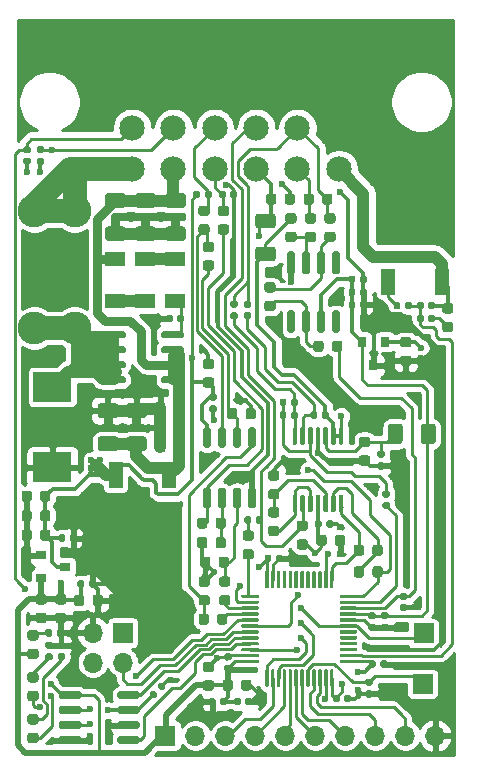
<source format=gbr>
G04 #@! TF.GenerationSoftware,KiCad,Pcbnew,(5.1.6)-1*
G04 #@! TF.CreationDate,2021-01-27T01:30:11-05:00*
G04 #@! TF.ProjectId,wideband_controller,77696465-6261-46e6-945f-636f6e74726f,rev?*
G04 #@! TF.SameCoordinates,Original*
G04 #@! TF.FileFunction,Copper,L1,Top*
G04 #@! TF.FilePolarity,Positive*
%FSLAX46Y46*%
G04 Gerber Fmt 4.6, Leading zero omitted, Abs format (unit mm)*
G04 Created by KiCad (PCBNEW (5.1.6)-1) date 2021-01-27 01:30:11*
%MOMM*%
%LPD*%
G01*
G04 APERTURE LIST*
G04 #@! TA.AperFunction,ComponentPad*
%ADD10R,1.700000X1.700000*%
G04 #@! TD*
G04 #@! TA.AperFunction,ComponentPad*
%ADD11O,1.700000X1.700000*%
G04 #@! TD*
G04 #@! TA.AperFunction,SMDPad,CuDef*
%ADD12R,3.300000X2.500000*%
G04 #@! TD*
G04 #@! TA.AperFunction,SMDPad,CuDef*
%ADD13R,0.800000X0.900000*%
G04 #@! TD*
G04 #@! TA.AperFunction,SMDPad,CuDef*
%ADD14R,0.900000X0.800000*%
G04 #@! TD*
G04 #@! TA.AperFunction,SMDPad,CuDef*
%ADD15R,5.800000X6.400000*%
G04 #@! TD*
G04 #@! TA.AperFunction,SMDPad,CuDef*
%ADD16R,1.200000X2.200000*%
G04 #@! TD*
G04 #@! TA.AperFunction,ComponentPad*
%ADD17C,2.150000*%
G04 #@! TD*
G04 #@! TA.AperFunction,ComponentPad*
%ADD18C,2.780000*%
G04 #@! TD*
G04 #@! TA.AperFunction,SMDPad,CuDef*
%ADD19R,1.700000X1.300000*%
G04 #@! TD*
G04 #@! TA.AperFunction,ViaPad*
%ADD20C,0.700000*%
G04 #@! TD*
G04 #@! TA.AperFunction,ViaPad*
%ADD21C,0.600000*%
G04 #@! TD*
G04 #@! TA.AperFunction,Conductor*
%ADD22C,1.000000*%
G04 #@! TD*
G04 #@! TA.AperFunction,Conductor*
%ADD23C,0.750000*%
G04 #@! TD*
G04 #@! TA.AperFunction,Conductor*
%ADD24C,0.500000*%
G04 #@! TD*
G04 #@! TA.AperFunction,Conductor*
%ADD25C,0.250000*%
G04 #@! TD*
G04 #@! TA.AperFunction,Conductor*
%ADD26C,0.375000*%
G04 #@! TD*
G04 #@! TA.AperFunction,Conductor*
%ADD27C,2.000000*%
G04 #@! TD*
G04 #@! TA.AperFunction,Conductor*
%ADD28C,0.254000*%
G04 #@! TD*
G04 APERTURE END LIST*
D10*
X142849600Y-107086400D03*
X142938500Y-102806500D03*
D11*
X143916400Y-111455200D03*
X141376400Y-111455200D03*
X138836400Y-111455200D03*
X136296400Y-111455200D03*
X133756400Y-111455200D03*
X131216400Y-111455200D03*
X128676400Y-111455200D03*
X126136400Y-111455200D03*
X123596400Y-111455200D03*
D10*
X121056400Y-111455200D03*
G04 #@! TA.AperFunction,SMDPad,CuDef*
G36*
G01*
X113968400Y-111686200D02*
X113968400Y-111986200D01*
G75*
G02*
X113818400Y-112136200I-150000J0D01*
G01*
X112168400Y-112136200D01*
G75*
G02*
X112018400Y-111986200I0J150000D01*
G01*
X112018400Y-111686200D01*
G75*
G02*
X112168400Y-111536200I150000J0D01*
G01*
X113818400Y-111536200D01*
G75*
G02*
X113968400Y-111686200I0J-150000D01*
G01*
G37*
G04 #@! TD.AperFunction*
G04 #@! TA.AperFunction,SMDPad,CuDef*
G36*
G01*
X113968400Y-110416200D02*
X113968400Y-110716200D01*
G75*
G02*
X113818400Y-110866200I-150000J0D01*
G01*
X112168400Y-110866200D01*
G75*
G02*
X112018400Y-110716200I0J150000D01*
G01*
X112018400Y-110416200D01*
G75*
G02*
X112168400Y-110266200I150000J0D01*
G01*
X113818400Y-110266200D01*
G75*
G02*
X113968400Y-110416200I0J-150000D01*
G01*
G37*
G04 #@! TD.AperFunction*
G04 #@! TA.AperFunction,SMDPad,CuDef*
G36*
G01*
X113968400Y-109146200D02*
X113968400Y-109446200D01*
G75*
G02*
X113818400Y-109596200I-150000J0D01*
G01*
X112168400Y-109596200D01*
G75*
G02*
X112018400Y-109446200I0J150000D01*
G01*
X112018400Y-109146200D01*
G75*
G02*
X112168400Y-108996200I150000J0D01*
G01*
X113818400Y-108996200D01*
G75*
G02*
X113968400Y-109146200I0J-150000D01*
G01*
G37*
G04 #@! TD.AperFunction*
G04 #@! TA.AperFunction,SMDPad,CuDef*
G36*
G01*
X113968400Y-107876200D02*
X113968400Y-108176200D01*
G75*
G02*
X113818400Y-108326200I-150000J0D01*
G01*
X112168400Y-108326200D01*
G75*
G02*
X112018400Y-108176200I0J150000D01*
G01*
X112018400Y-107876200D01*
G75*
G02*
X112168400Y-107726200I150000J0D01*
G01*
X113818400Y-107726200D01*
G75*
G02*
X113968400Y-107876200I0J-150000D01*
G01*
G37*
G04 #@! TD.AperFunction*
G04 #@! TA.AperFunction,SMDPad,CuDef*
G36*
G01*
X118918400Y-107876200D02*
X118918400Y-108176200D01*
G75*
G02*
X118768400Y-108326200I-150000J0D01*
G01*
X117118400Y-108326200D01*
G75*
G02*
X116968400Y-108176200I0J150000D01*
G01*
X116968400Y-107876200D01*
G75*
G02*
X117118400Y-107726200I150000J0D01*
G01*
X118768400Y-107726200D01*
G75*
G02*
X118918400Y-107876200I0J-150000D01*
G01*
G37*
G04 #@! TD.AperFunction*
G04 #@! TA.AperFunction,SMDPad,CuDef*
G36*
G01*
X118918400Y-109146200D02*
X118918400Y-109446200D01*
G75*
G02*
X118768400Y-109596200I-150000J0D01*
G01*
X117118400Y-109596200D01*
G75*
G02*
X116968400Y-109446200I0J150000D01*
G01*
X116968400Y-109146200D01*
G75*
G02*
X117118400Y-108996200I150000J0D01*
G01*
X118768400Y-108996200D01*
G75*
G02*
X118918400Y-109146200I0J-150000D01*
G01*
G37*
G04 #@! TD.AperFunction*
G04 #@! TA.AperFunction,SMDPad,CuDef*
G36*
G01*
X118918400Y-110416200D02*
X118918400Y-110716200D01*
G75*
G02*
X118768400Y-110866200I-150000J0D01*
G01*
X117118400Y-110866200D01*
G75*
G02*
X116968400Y-110716200I0J150000D01*
G01*
X116968400Y-110416200D01*
G75*
G02*
X117118400Y-110266200I150000J0D01*
G01*
X118768400Y-110266200D01*
G75*
G02*
X118918400Y-110416200I0J-150000D01*
G01*
G37*
G04 #@! TD.AperFunction*
G04 #@! TA.AperFunction,SMDPad,CuDef*
G36*
G01*
X118918400Y-111686200D02*
X118918400Y-111986200D01*
G75*
G02*
X118768400Y-112136200I-150000J0D01*
G01*
X117118400Y-112136200D01*
G75*
G02*
X116968400Y-111986200I0J150000D01*
G01*
X116968400Y-111686200D01*
G75*
G02*
X117118400Y-111536200I150000J0D01*
G01*
X118768400Y-111536200D01*
G75*
G02*
X118918400Y-111686200I0J-150000D01*
G01*
G37*
G04 #@! TD.AperFunction*
G04 #@! TA.AperFunction,SMDPad,CuDef*
G36*
G01*
X109174500Y-62547000D02*
X109519500Y-62547000D01*
G75*
G02*
X109667000Y-62694500I0J-147500D01*
G01*
X109667000Y-62989500D01*
G75*
G02*
X109519500Y-63137000I-147500J0D01*
G01*
X109174500Y-63137000D01*
G75*
G02*
X109027000Y-62989500I0J147500D01*
G01*
X109027000Y-62694500D01*
G75*
G02*
X109174500Y-62547000I147500J0D01*
G01*
G37*
G04 #@! TD.AperFunction*
G04 #@! TA.AperFunction,SMDPad,CuDef*
G36*
G01*
X109174500Y-61577000D02*
X109519500Y-61577000D01*
G75*
G02*
X109667000Y-61724500I0J-147500D01*
G01*
X109667000Y-62019500D01*
G75*
G02*
X109519500Y-62167000I-147500J0D01*
G01*
X109174500Y-62167000D01*
G75*
G02*
X109027000Y-62019500I0J147500D01*
G01*
X109027000Y-61724500D01*
G75*
G02*
X109174500Y-61577000I147500J0D01*
G01*
G37*
G04 #@! TD.AperFunction*
G04 #@! TA.AperFunction,SMDPad,CuDef*
G36*
G01*
X110662500Y-62167000D02*
X110317500Y-62167000D01*
G75*
G02*
X110170000Y-62019500I0J147500D01*
G01*
X110170000Y-61724500D01*
G75*
G02*
X110317500Y-61577000I147500J0D01*
G01*
X110662500Y-61577000D01*
G75*
G02*
X110810000Y-61724500I0J-147500D01*
G01*
X110810000Y-62019500D01*
G75*
G02*
X110662500Y-62167000I-147500J0D01*
G01*
G37*
G04 #@! TD.AperFunction*
G04 #@! TA.AperFunction,SMDPad,CuDef*
G36*
G01*
X110662500Y-63137000D02*
X110317500Y-63137000D01*
G75*
G02*
X110170000Y-62989500I0J147500D01*
G01*
X110170000Y-62694500D01*
G75*
G02*
X110317500Y-62547000I147500J0D01*
G01*
X110662500Y-62547000D01*
G75*
G02*
X110810000Y-62694500I0J-147500D01*
G01*
X110810000Y-62989500D01*
G75*
G02*
X110662500Y-63137000I-147500J0D01*
G01*
G37*
G04 #@! TD.AperFunction*
G04 #@! TA.AperFunction,SMDPad,CuDef*
G36*
G01*
X120652326Y-107632825D02*
X120408375Y-107388873D01*
G75*
G02*
X120408375Y-107180277I104298J104298D01*
G01*
X120616971Y-106971681D01*
G75*
G02*
X120825567Y-106971681I104298J-104298D01*
G01*
X121069519Y-107215633D01*
G75*
G02*
X121069519Y-107424229I-104298J-104298D01*
G01*
X120860923Y-107632825D01*
G75*
G02*
X120652327Y-107632825I-104298J104298D01*
G01*
G37*
G04 #@! TD.AperFunction*
G04 #@! TA.AperFunction,SMDPad,CuDef*
G36*
G01*
X119966432Y-108318719D02*
X119722481Y-108074767D01*
G75*
G02*
X119722481Y-107866171I104298J104298D01*
G01*
X119931077Y-107657575D01*
G75*
G02*
X120139673Y-107657575I104298J-104298D01*
G01*
X120383625Y-107901527D01*
G75*
G02*
X120383625Y-108110123I-104298J-104298D01*
G01*
X120175029Y-108318719D01*
G75*
G02*
X119966433Y-108318719I-104298J104298D01*
G01*
G37*
G04 #@! TD.AperFunction*
G04 #@! TA.AperFunction,SMDPad,CuDef*
G36*
G01*
X127825000Y-108757500D02*
X127825000Y-108412500D01*
G75*
G02*
X127972500Y-108265000I147500J0D01*
G01*
X128267500Y-108265000D01*
G75*
G02*
X128415000Y-108412500I0J-147500D01*
G01*
X128415000Y-108757500D01*
G75*
G02*
X128267500Y-108905000I-147500J0D01*
G01*
X127972500Y-108905000D01*
G75*
G02*
X127825000Y-108757500I0J147500D01*
G01*
G37*
G04 #@! TD.AperFunction*
G04 #@! TA.AperFunction,SMDPad,CuDef*
G36*
G01*
X126855000Y-108757500D02*
X126855000Y-108412500D01*
G75*
G02*
X127002500Y-108265000I147500J0D01*
G01*
X127297500Y-108265000D01*
G75*
G02*
X127445000Y-108412500I0J-147500D01*
G01*
X127445000Y-108757500D01*
G75*
G02*
X127297500Y-108905000I-147500J0D01*
G01*
X127002500Y-108905000D01*
G75*
G02*
X126855000Y-108757500I0J147500D01*
G01*
G37*
G04 #@! TD.AperFunction*
G04 #@! TA.AperFunction,SMDPad,CuDef*
G36*
G01*
X141147500Y-85290500D02*
X141147500Y-86540500D01*
G75*
G02*
X140897500Y-86790500I-250000J0D01*
G01*
X140147500Y-86790500D01*
G75*
G02*
X139897500Y-86540500I0J250000D01*
G01*
X139897500Y-85290500D01*
G75*
G02*
X140147500Y-85040500I250000J0D01*
G01*
X140897500Y-85040500D01*
G75*
G02*
X141147500Y-85290500I0J-250000D01*
G01*
G37*
G04 #@! TD.AperFunction*
G04 #@! TA.AperFunction,SMDPad,CuDef*
G36*
G01*
X143947500Y-85290500D02*
X143947500Y-86540500D01*
G75*
G02*
X143697500Y-86790500I-250000J0D01*
G01*
X142947500Y-86790500D01*
G75*
G02*
X142697500Y-86540500I0J250000D01*
G01*
X142697500Y-85290500D01*
G75*
G02*
X142947500Y-85040500I250000J0D01*
G01*
X143697500Y-85040500D01*
G75*
G02*
X143947500Y-85290500I0J-250000D01*
G01*
G37*
G04 #@! TD.AperFunction*
G04 #@! TA.AperFunction,SMDPad,CuDef*
G36*
G01*
X127843500Y-75628000D02*
X128188500Y-75628000D01*
G75*
G02*
X128336000Y-75775500I0J-147500D01*
G01*
X128336000Y-76070500D01*
G75*
G02*
X128188500Y-76218000I-147500J0D01*
G01*
X127843500Y-76218000D01*
G75*
G02*
X127696000Y-76070500I0J147500D01*
G01*
X127696000Y-75775500D01*
G75*
G02*
X127843500Y-75628000I147500J0D01*
G01*
G37*
G04 #@! TD.AperFunction*
G04 #@! TA.AperFunction,SMDPad,CuDef*
G36*
G01*
X127843500Y-74658000D02*
X128188500Y-74658000D01*
G75*
G02*
X128336000Y-74805500I0J-147500D01*
G01*
X128336000Y-75100500D01*
G75*
G02*
X128188500Y-75248000I-147500J0D01*
G01*
X127843500Y-75248000D01*
G75*
G02*
X127696000Y-75100500I0J147500D01*
G01*
X127696000Y-74805500D01*
G75*
G02*
X127843500Y-74658000I147500J0D01*
G01*
G37*
G04 #@! TD.AperFunction*
G04 #@! TA.AperFunction,SMDPad,CuDef*
G36*
G01*
X124737000Y-87073000D02*
X124437000Y-87073000D01*
G75*
G02*
X124287000Y-86923000I0J150000D01*
G01*
X124287000Y-85473000D01*
G75*
G02*
X124437000Y-85323000I150000J0D01*
G01*
X124737000Y-85323000D01*
G75*
G02*
X124887000Y-85473000I0J-150000D01*
G01*
X124887000Y-86923000D01*
G75*
G02*
X124737000Y-87073000I-150000J0D01*
G01*
G37*
G04 #@! TD.AperFunction*
G04 #@! TA.AperFunction,SMDPad,CuDef*
G36*
G01*
X126007000Y-87073000D02*
X125707000Y-87073000D01*
G75*
G02*
X125557000Y-86923000I0J150000D01*
G01*
X125557000Y-85473000D01*
G75*
G02*
X125707000Y-85323000I150000J0D01*
G01*
X126007000Y-85323000D01*
G75*
G02*
X126157000Y-85473000I0J-150000D01*
G01*
X126157000Y-86923000D01*
G75*
G02*
X126007000Y-87073000I-150000J0D01*
G01*
G37*
G04 #@! TD.AperFunction*
G04 #@! TA.AperFunction,SMDPad,CuDef*
G36*
G01*
X127277000Y-87073000D02*
X126977000Y-87073000D01*
G75*
G02*
X126827000Y-86923000I0J150000D01*
G01*
X126827000Y-85473000D01*
G75*
G02*
X126977000Y-85323000I150000J0D01*
G01*
X127277000Y-85323000D01*
G75*
G02*
X127427000Y-85473000I0J-150000D01*
G01*
X127427000Y-86923000D01*
G75*
G02*
X127277000Y-87073000I-150000J0D01*
G01*
G37*
G04 #@! TD.AperFunction*
G04 #@! TA.AperFunction,SMDPad,CuDef*
G36*
G01*
X128547000Y-87073000D02*
X128247000Y-87073000D01*
G75*
G02*
X128097000Y-86923000I0J150000D01*
G01*
X128097000Y-85473000D01*
G75*
G02*
X128247000Y-85323000I150000J0D01*
G01*
X128547000Y-85323000D01*
G75*
G02*
X128697000Y-85473000I0J-150000D01*
G01*
X128697000Y-86923000D01*
G75*
G02*
X128547000Y-87073000I-150000J0D01*
G01*
G37*
G04 #@! TD.AperFunction*
G04 #@! TA.AperFunction,SMDPad,CuDef*
G36*
G01*
X128547000Y-92223000D02*
X128247000Y-92223000D01*
G75*
G02*
X128097000Y-92073000I0J150000D01*
G01*
X128097000Y-90623000D01*
G75*
G02*
X128247000Y-90473000I150000J0D01*
G01*
X128547000Y-90473000D01*
G75*
G02*
X128697000Y-90623000I0J-150000D01*
G01*
X128697000Y-92073000D01*
G75*
G02*
X128547000Y-92223000I-150000J0D01*
G01*
G37*
G04 #@! TD.AperFunction*
G04 #@! TA.AperFunction,SMDPad,CuDef*
G36*
G01*
X127277000Y-92223000D02*
X126977000Y-92223000D01*
G75*
G02*
X126827000Y-92073000I0J150000D01*
G01*
X126827000Y-90623000D01*
G75*
G02*
X126977000Y-90473000I150000J0D01*
G01*
X127277000Y-90473000D01*
G75*
G02*
X127427000Y-90623000I0J-150000D01*
G01*
X127427000Y-92073000D01*
G75*
G02*
X127277000Y-92223000I-150000J0D01*
G01*
G37*
G04 #@! TD.AperFunction*
G04 #@! TA.AperFunction,SMDPad,CuDef*
G36*
G01*
X126007000Y-92223000D02*
X125707000Y-92223000D01*
G75*
G02*
X125557000Y-92073000I0J150000D01*
G01*
X125557000Y-90623000D01*
G75*
G02*
X125707000Y-90473000I150000J0D01*
G01*
X126007000Y-90473000D01*
G75*
G02*
X126157000Y-90623000I0J-150000D01*
G01*
X126157000Y-92073000D01*
G75*
G02*
X126007000Y-92223000I-150000J0D01*
G01*
G37*
G04 #@! TD.AperFunction*
G04 #@! TA.AperFunction,SMDPad,CuDef*
G36*
G01*
X124737000Y-92223000D02*
X124437000Y-92223000D01*
G75*
G02*
X124287000Y-92073000I0J150000D01*
G01*
X124287000Y-90623000D01*
G75*
G02*
X124437000Y-90473000I150000J0D01*
G01*
X124737000Y-90473000D01*
G75*
G02*
X124887000Y-90623000I0J-150000D01*
G01*
X124887000Y-92073000D01*
G75*
G02*
X124737000Y-92223000I-150000J0D01*
G01*
G37*
G04 #@! TD.AperFunction*
G04 #@! TA.AperFunction,SMDPad,CuDef*
G36*
G01*
X139255000Y-105582500D02*
X139255000Y-105237500D01*
G75*
G02*
X139402500Y-105090000I147500J0D01*
G01*
X139697500Y-105090000D01*
G75*
G02*
X139845000Y-105237500I0J-147500D01*
G01*
X139845000Y-105582500D01*
G75*
G02*
X139697500Y-105730000I-147500J0D01*
G01*
X139402500Y-105730000D01*
G75*
G02*
X139255000Y-105582500I0J147500D01*
G01*
G37*
G04 #@! TD.AperFunction*
G04 #@! TA.AperFunction,SMDPad,CuDef*
G36*
G01*
X138285000Y-105582500D02*
X138285000Y-105237500D01*
G75*
G02*
X138432500Y-105090000I147500J0D01*
G01*
X138727500Y-105090000D01*
G75*
G02*
X138875000Y-105237500I0J-147500D01*
G01*
X138875000Y-105582500D01*
G75*
G02*
X138727500Y-105730000I-147500J0D01*
G01*
X138432500Y-105730000D01*
G75*
G02*
X138285000Y-105582500I0J147500D01*
G01*
G37*
G04 #@! TD.AperFunction*
G04 #@! TA.AperFunction,SMDPad,CuDef*
G36*
G01*
X136207000Y-108503500D02*
X136207000Y-108158500D01*
G75*
G02*
X136354500Y-108011000I147500J0D01*
G01*
X136649500Y-108011000D01*
G75*
G02*
X136797000Y-108158500I0J-147500D01*
G01*
X136797000Y-108503500D01*
G75*
G02*
X136649500Y-108651000I-147500J0D01*
G01*
X136354500Y-108651000D01*
G75*
G02*
X136207000Y-108503500I0J147500D01*
G01*
G37*
G04 #@! TD.AperFunction*
G04 #@! TA.AperFunction,SMDPad,CuDef*
G36*
G01*
X135237000Y-108503500D02*
X135237000Y-108158500D01*
G75*
G02*
X135384500Y-108011000I147500J0D01*
G01*
X135679500Y-108011000D01*
G75*
G02*
X135827000Y-108158500I0J-147500D01*
G01*
X135827000Y-108503500D01*
G75*
G02*
X135679500Y-108651000I-147500J0D01*
G01*
X135384500Y-108651000D01*
G75*
G02*
X135237000Y-108503500I0J147500D01*
G01*
G37*
G04 #@! TD.AperFunction*
G04 #@! TA.AperFunction,SMDPad,CuDef*
G36*
G01*
X126537500Y-105093000D02*
X126192500Y-105093000D01*
G75*
G02*
X126045000Y-104945500I0J147500D01*
G01*
X126045000Y-104650500D01*
G75*
G02*
X126192500Y-104503000I147500J0D01*
G01*
X126537500Y-104503000D01*
G75*
G02*
X126685000Y-104650500I0J-147500D01*
G01*
X126685000Y-104945500D01*
G75*
G02*
X126537500Y-105093000I-147500J0D01*
G01*
G37*
G04 #@! TD.AperFunction*
G04 #@! TA.AperFunction,SMDPad,CuDef*
G36*
G01*
X126537500Y-106063000D02*
X126192500Y-106063000D01*
G75*
G02*
X126045000Y-105915500I0J147500D01*
G01*
X126045000Y-105620500D01*
G75*
G02*
X126192500Y-105473000I147500J0D01*
G01*
X126537500Y-105473000D01*
G75*
G02*
X126685000Y-105620500I0J-147500D01*
G01*
X126685000Y-105915500D01*
G75*
G02*
X126537500Y-106063000I-147500J0D01*
G01*
G37*
G04 #@! TD.AperFunction*
G04 #@! TA.AperFunction,SMDPad,CuDef*
G36*
G01*
X130428500Y-96629000D02*
X130428500Y-96284000D01*
G75*
G02*
X130576000Y-96136500I147500J0D01*
G01*
X130871000Y-96136500D01*
G75*
G02*
X131018500Y-96284000I0J-147500D01*
G01*
X131018500Y-96629000D01*
G75*
G02*
X130871000Y-96776500I-147500J0D01*
G01*
X130576000Y-96776500D01*
G75*
G02*
X130428500Y-96629000I0J147500D01*
G01*
G37*
G04 #@! TD.AperFunction*
G04 #@! TA.AperFunction,SMDPad,CuDef*
G36*
G01*
X129458500Y-96629000D02*
X129458500Y-96284000D01*
G75*
G02*
X129606000Y-96136500I147500J0D01*
G01*
X129901000Y-96136500D01*
G75*
G02*
X130048500Y-96284000I0J-147500D01*
G01*
X130048500Y-96629000D01*
G75*
G02*
X129901000Y-96776500I-147500J0D01*
G01*
X129606000Y-96776500D01*
G75*
G02*
X129458500Y-96629000I0J147500D01*
G01*
G37*
G04 #@! TD.AperFunction*
G04 #@! TA.AperFunction,SMDPad,CuDef*
G36*
G01*
X135297500Y-105925500D02*
X135297500Y-107250500D01*
G75*
G02*
X135222500Y-107325500I-75000J0D01*
G01*
X135072500Y-107325500D01*
G75*
G02*
X134997500Y-107250500I0J75000D01*
G01*
X134997500Y-105925500D01*
G75*
G02*
X135072500Y-105850500I75000J0D01*
G01*
X135222500Y-105850500D01*
G75*
G02*
X135297500Y-105925500I0J-75000D01*
G01*
G37*
G04 #@! TD.AperFunction*
G04 #@! TA.AperFunction,SMDPad,CuDef*
G36*
G01*
X134797500Y-105925500D02*
X134797500Y-107250500D01*
G75*
G02*
X134722500Y-107325500I-75000J0D01*
G01*
X134572500Y-107325500D01*
G75*
G02*
X134497500Y-107250500I0J75000D01*
G01*
X134497500Y-105925500D01*
G75*
G02*
X134572500Y-105850500I75000J0D01*
G01*
X134722500Y-105850500D01*
G75*
G02*
X134797500Y-105925500I0J-75000D01*
G01*
G37*
G04 #@! TD.AperFunction*
G04 #@! TA.AperFunction,SMDPad,CuDef*
G36*
G01*
X134297500Y-105925500D02*
X134297500Y-107250500D01*
G75*
G02*
X134222500Y-107325500I-75000J0D01*
G01*
X134072500Y-107325500D01*
G75*
G02*
X133997500Y-107250500I0J75000D01*
G01*
X133997500Y-105925500D01*
G75*
G02*
X134072500Y-105850500I75000J0D01*
G01*
X134222500Y-105850500D01*
G75*
G02*
X134297500Y-105925500I0J-75000D01*
G01*
G37*
G04 #@! TD.AperFunction*
G04 #@! TA.AperFunction,SMDPad,CuDef*
G36*
G01*
X133797500Y-105925500D02*
X133797500Y-107250500D01*
G75*
G02*
X133722500Y-107325500I-75000J0D01*
G01*
X133572500Y-107325500D01*
G75*
G02*
X133497500Y-107250500I0J75000D01*
G01*
X133497500Y-105925500D01*
G75*
G02*
X133572500Y-105850500I75000J0D01*
G01*
X133722500Y-105850500D01*
G75*
G02*
X133797500Y-105925500I0J-75000D01*
G01*
G37*
G04 #@! TD.AperFunction*
G04 #@! TA.AperFunction,SMDPad,CuDef*
G36*
G01*
X133297500Y-105925500D02*
X133297500Y-107250500D01*
G75*
G02*
X133222500Y-107325500I-75000J0D01*
G01*
X133072500Y-107325500D01*
G75*
G02*
X132997500Y-107250500I0J75000D01*
G01*
X132997500Y-105925500D01*
G75*
G02*
X133072500Y-105850500I75000J0D01*
G01*
X133222500Y-105850500D01*
G75*
G02*
X133297500Y-105925500I0J-75000D01*
G01*
G37*
G04 #@! TD.AperFunction*
G04 #@! TA.AperFunction,SMDPad,CuDef*
G36*
G01*
X132797500Y-105925500D02*
X132797500Y-107250500D01*
G75*
G02*
X132722500Y-107325500I-75000J0D01*
G01*
X132572500Y-107325500D01*
G75*
G02*
X132497500Y-107250500I0J75000D01*
G01*
X132497500Y-105925500D01*
G75*
G02*
X132572500Y-105850500I75000J0D01*
G01*
X132722500Y-105850500D01*
G75*
G02*
X132797500Y-105925500I0J-75000D01*
G01*
G37*
G04 #@! TD.AperFunction*
G04 #@! TA.AperFunction,SMDPad,CuDef*
G36*
G01*
X132297500Y-105925500D02*
X132297500Y-107250500D01*
G75*
G02*
X132222500Y-107325500I-75000J0D01*
G01*
X132072500Y-107325500D01*
G75*
G02*
X131997500Y-107250500I0J75000D01*
G01*
X131997500Y-105925500D01*
G75*
G02*
X132072500Y-105850500I75000J0D01*
G01*
X132222500Y-105850500D01*
G75*
G02*
X132297500Y-105925500I0J-75000D01*
G01*
G37*
G04 #@! TD.AperFunction*
G04 #@! TA.AperFunction,SMDPad,CuDef*
G36*
G01*
X131797500Y-105925500D02*
X131797500Y-107250500D01*
G75*
G02*
X131722500Y-107325500I-75000J0D01*
G01*
X131572500Y-107325500D01*
G75*
G02*
X131497500Y-107250500I0J75000D01*
G01*
X131497500Y-105925500D01*
G75*
G02*
X131572500Y-105850500I75000J0D01*
G01*
X131722500Y-105850500D01*
G75*
G02*
X131797500Y-105925500I0J-75000D01*
G01*
G37*
G04 #@! TD.AperFunction*
G04 #@! TA.AperFunction,SMDPad,CuDef*
G36*
G01*
X131297500Y-105925500D02*
X131297500Y-107250500D01*
G75*
G02*
X131222500Y-107325500I-75000J0D01*
G01*
X131072500Y-107325500D01*
G75*
G02*
X130997500Y-107250500I0J75000D01*
G01*
X130997500Y-105925500D01*
G75*
G02*
X131072500Y-105850500I75000J0D01*
G01*
X131222500Y-105850500D01*
G75*
G02*
X131297500Y-105925500I0J-75000D01*
G01*
G37*
G04 #@! TD.AperFunction*
G04 #@! TA.AperFunction,SMDPad,CuDef*
G36*
G01*
X130797500Y-105925500D02*
X130797500Y-107250500D01*
G75*
G02*
X130722500Y-107325500I-75000J0D01*
G01*
X130572500Y-107325500D01*
G75*
G02*
X130497500Y-107250500I0J75000D01*
G01*
X130497500Y-105925500D01*
G75*
G02*
X130572500Y-105850500I75000J0D01*
G01*
X130722500Y-105850500D01*
G75*
G02*
X130797500Y-105925500I0J-75000D01*
G01*
G37*
G04 #@! TD.AperFunction*
G04 #@! TA.AperFunction,SMDPad,CuDef*
G36*
G01*
X130297500Y-105925500D02*
X130297500Y-107250500D01*
G75*
G02*
X130222500Y-107325500I-75000J0D01*
G01*
X130072500Y-107325500D01*
G75*
G02*
X129997500Y-107250500I0J75000D01*
G01*
X129997500Y-105925500D01*
G75*
G02*
X130072500Y-105850500I75000J0D01*
G01*
X130222500Y-105850500D01*
G75*
G02*
X130297500Y-105925500I0J-75000D01*
G01*
G37*
G04 #@! TD.AperFunction*
G04 #@! TA.AperFunction,SMDPad,CuDef*
G36*
G01*
X129797500Y-105925500D02*
X129797500Y-107250500D01*
G75*
G02*
X129722500Y-107325500I-75000J0D01*
G01*
X129572500Y-107325500D01*
G75*
G02*
X129497500Y-107250500I0J75000D01*
G01*
X129497500Y-105925500D01*
G75*
G02*
X129572500Y-105850500I75000J0D01*
G01*
X129722500Y-105850500D01*
G75*
G02*
X129797500Y-105925500I0J-75000D01*
G01*
G37*
G04 #@! TD.AperFunction*
G04 #@! TA.AperFunction,SMDPad,CuDef*
G36*
G01*
X128972500Y-105100500D02*
X128972500Y-105250500D01*
G75*
G02*
X128897500Y-105325500I-75000J0D01*
G01*
X127572500Y-105325500D01*
G75*
G02*
X127497500Y-105250500I0J75000D01*
G01*
X127497500Y-105100500D01*
G75*
G02*
X127572500Y-105025500I75000J0D01*
G01*
X128897500Y-105025500D01*
G75*
G02*
X128972500Y-105100500I0J-75000D01*
G01*
G37*
G04 #@! TD.AperFunction*
G04 #@! TA.AperFunction,SMDPad,CuDef*
G36*
G01*
X128972500Y-104600500D02*
X128972500Y-104750500D01*
G75*
G02*
X128897500Y-104825500I-75000J0D01*
G01*
X127572500Y-104825500D01*
G75*
G02*
X127497500Y-104750500I0J75000D01*
G01*
X127497500Y-104600500D01*
G75*
G02*
X127572500Y-104525500I75000J0D01*
G01*
X128897500Y-104525500D01*
G75*
G02*
X128972500Y-104600500I0J-75000D01*
G01*
G37*
G04 #@! TD.AperFunction*
G04 #@! TA.AperFunction,SMDPad,CuDef*
G36*
G01*
X128972500Y-104100500D02*
X128972500Y-104250500D01*
G75*
G02*
X128897500Y-104325500I-75000J0D01*
G01*
X127572500Y-104325500D01*
G75*
G02*
X127497500Y-104250500I0J75000D01*
G01*
X127497500Y-104100500D01*
G75*
G02*
X127572500Y-104025500I75000J0D01*
G01*
X128897500Y-104025500D01*
G75*
G02*
X128972500Y-104100500I0J-75000D01*
G01*
G37*
G04 #@! TD.AperFunction*
G04 #@! TA.AperFunction,SMDPad,CuDef*
G36*
G01*
X128972500Y-103600500D02*
X128972500Y-103750500D01*
G75*
G02*
X128897500Y-103825500I-75000J0D01*
G01*
X127572500Y-103825500D01*
G75*
G02*
X127497500Y-103750500I0J75000D01*
G01*
X127497500Y-103600500D01*
G75*
G02*
X127572500Y-103525500I75000J0D01*
G01*
X128897500Y-103525500D01*
G75*
G02*
X128972500Y-103600500I0J-75000D01*
G01*
G37*
G04 #@! TD.AperFunction*
G04 #@! TA.AperFunction,SMDPad,CuDef*
G36*
G01*
X128972500Y-103100500D02*
X128972500Y-103250500D01*
G75*
G02*
X128897500Y-103325500I-75000J0D01*
G01*
X127572500Y-103325500D01*
G75*
G02*
X127497500Y-103250500I0J75000D01*
G01*
X127497500Y-103100500D01*
G75*
G02*
X127572500Y-103025500I75000J0D01*
G01*
X128897500Y-103025500D01*
G75*
G02*
X128972500Y-103100500I0J-75000D01*
G01*
G37*
G04 #@! TD.AperFunction*
G04 #@! TA.AperFunction,SMDPad,CuDef*
G36*
G01*
X128972500Y-102600500D02*
X128972500Y-102750500D01*
G75*
G02*
X128897500Y-102825500I-75000J0D01*
G01*
X127572500Y-102825500D01*
G75*
G02*
X127497500Y-102750500I0J75000D01*
G01*
X127497500Y-102600500D01*
G75*
G02*
X127572500Y-102525500I75000J0D01*
G01*
X128897500Y-102525500D01*
G75*
G02*
X128972500Y-102600500I0J-75000D01*
G01*
G37*
G04 #@! TD.AperFunction*
G04 #@! TA.AperFunction,SMDPad,CuDef*
G36*
G01*
X128972500Y-102100500D02*
X128972500Y-102250500D01*
G75*
G02*
X128897500Y-102325500I-75000J0D01*
G01*
X127572500Y-102325500D01*
G75*
G02*
X127497500Y-102250500I0J75000D01*
G01*
X127497500Y-102100500D01*
G75*
G02*
X127572500Y-102025500I75000J0D01*
G01*
X128897500Y-102025500D01*
G75*
G02*
X128972500Y-102100500I0J-75000D01*
G01*
G37*
G04 #@! TD.AperFunction*
G04 #@! TA.AperFunction,SMDPad,CuDef*
G36*
G01*
X128972500Y-101600500D02*
X128972500Y-101750500D01*
G75*
G02*
X128897500Y-101825500I-75000J0D01*
G01*
X127572500Y-101825500D01*
G75*
G02*
X127497500Y-101750500I0J75000D01*
G01*
X127497500Y-101600500D01*
G75*
G02*
X127572500Y-101525500I75000J0D01*
G01*
X128897500Y-101525500D01*
G75*
G02*
X128972500Y-101600500I0J-75000D01*
G01*
G37*
G04 #@! TD.AperFunction*
G04 #@! TA.AperFunction,SMDPad,CuDef*
G36*
G01*
X128972500Y-101100500D02*
X128972500Y-101250500D01*
G75*
G02*
X128897500Y-101325500I-75000J0D01*
G01*
X127572500Y-101325500D01*
G75*
G02*
X127497500Y-101250500I0J75000D01*
G01*
X127497500Y-101100500D01*
G75*
G02*
X127572500Y-101025500I75000J0D01*
G01*
X128897500Y-101025500D01*
G75*
G02*
X128972500Y-101100500I0J-75000D01*
G01*
G37*
G04 #@! TD.AperFunction*
G04 #@! TA.AperFunction,SMDPad,CuDef*
G36*
G01*
X128972500Y-100600500D02*
X128972500Y-100750500D01*
G75*
G02*
X128897500Y-100825500I-75000J0D01*
G01*
X127572500Y-100825500D01*
G75*
G02*
X127497500Y-100750500I0J75000D01*
G01*
X127497500Y-100600500D01*
G75*
G02*
X127572500Y-100525500I75000J0D01*
G01*
X128897500Y-100525500D01*
G75*
G02*
X128972500Y-100600500I0J-75000D01*
G01*
G37*
G04 #@! TD.AperFunction*
G04 #@! TA.AperFunction,SMDPad,CuDef*
G36*
G01*
X128972500Y-100100500D02*
X128972500Y-100250500D01*
G75*
G02*
X128897500Y-100325500I-75000J0D01*
G01*
X127572500Y-100325500D01*
G75*
G02*
X127497500Y-100250500I0J75000D01*
G01*
X127497500Y-100100500D01*
G75*
G02*
X127572500Y-100025500I75000J0D01*
G01*
X128897500Y-100025500D01*
G75*
G02*
X128972500Y-100100500I0J-75000D01*
G01*
G37*
G04 #@! TD.AperFunction*
G04 #@! TA.AperFunction,SMDPad,CuDef*
G36*
G01*
X128972500Y-99600500D02*
X128972500Y-99750500D01*
G75*
G02*
X128897500Y-99825500I-75000J0D01*
G01*
X127572500Y-99825500D01*
G75*
G02*
X127497500Y-99750500I0J75000D01*
G01*
X127497500Y-99600500D01*
G75*
G02*
X127572500Y-99525500I75000J0D01*
G01*
X128897500Y-99525500D01*
G75*
G02*
X128972500Y-99600500I0J-75000D01*
G01*
G37*
G04 #@! TD.AperFunction*
G04 #@! TA.AperFunction,SMDPad,CuDef*
G36*
G01*
X129797500Y-97600500D02*
X129797500Y-98925500D01*
G75*
G02*
X129722500Y-99000500I-75000J0D01*
G01*
X129572500Y-99000500D01*
G75*
G02*
X129497500Y-98925500I0J75000D01*
G01*
X129497500Y-97600500D01*
G75*
G02*
X129572500Y-97525500I75000J0D01*
G01*
X129722500Y-97525500D01*
G75*
G02*
X129797500Y-97600500I0J-75000D01*
G01*
G37*
G04 #@! TD.AperFunction*
G04 #@! TA.AperFunction,SMDPad,CuDef*
G36*
G01*
X130297500Y-97600500D02*
X130297500Y-98925500D01*
G75*
G02*
X130222500Y-99000500I-75000J0D01*
G01*
X130072500Y-99000500D01*
G75*
G02*
X129997500Y-98925500I0J75000D01*
G01*
X129997500Y-97600500D01*
G75*
G02*
X130072500Y-97525500I75000J0D01*
G01*
X130222500Y-97525500D01*
G75*
G02*
X130297500Y-97600500I0J-75000D01*
G01*
G37*
G04 #@! TD.AperFunction*
G04 #@! TA.AperFunction,SMDPad,CuDef*
G36*
G01*
X130797500Y-97600500D02*
X130797500Y-98925500D01*
G75*
G02*
X130722500Y-99000500I-75000J0D01*
G01*
X130572500Y-99000500D01*
G75*
G02*
X130497500Y-98925500I0J75000D01*
G01*
X130497500Y-97600500D01*
G75*
G02*
X130572500Y-97525500I75000J0D01*
G01*
X130722500Y-97525500D01*
G75*
G02*
X130797500Y-97600500I0J-75000D01*
G01*
G37*
G04 #@! TD.AperFunction*
G04 #@! TA.AperFunction,SMDPad,CuDef*
G36*
G01*
X131297500Y-97600500D02*
X131297500Y-98925500D01*
G75*
G02*
X131222500Y-99000500I-75000J0D01*
G01*
X131072500Y-99000500D01*
G75*
G02*
X130997500Y-98925500I0J75000D01*
G01*
X130997500Y-97600500D01*
G75*
G02*
X131072500Y-97525500I75000J0D01*
G01*
X131222500Y-97525500D01*
G75*
G02*
X131297500Y-97600500I0J-75000D01*
G01*
G37*
G04 #@! TD.AperFunction*
G04 #@! TA.AperFunction,SMDPad,CuDef*
G36*
G01*
X131797500Y-97600500D02*
X131797500Y-98925500D01*
G75*
G02*
X131722500Y-99000500I-75000J0D01*
G01*
X131572500Y-99000500D01*
G75*
G02*
X131497500Y-98925500I0J75000D01*
G01*
X131497500Y-97600500D01*
G75*
G02*
X131572500Y-97525500I75000J0D01*
G01*
X131722500Y-97525500D01*
G75*
G02*
X131797500Y-97600500I0J-75000D01*
G01*
G37*
G04 #@! TD.AperFunction*
G04 #@! TA.AperFunction,SMDPad,CuDef*
G36*
G01*
X132297500Y-97600500D02*
X132297500Y-98925500D01*
G75*
G02*
X132222500Y-99000500I-75000J0D01*
G01*
X132072500Y-99000500D01*
G75*
G02*
X131997500Y-98925500I0J75000D01*
G01*
X131997500Y-97600500D01*
G75*
G02*
X132072500Y-97525500I75000J0D01*
G01*
X132222500Y-97525500D01*
G75*
G02*
X132297500Y-97600500I0J-75000D01*
G01*
G37*
G04 #@! TD.AperFunction*
G04 #@! TA.AperFunction,SMDPad,CuDef*
G36*
G01*
X132797500Y-97600500D02*
X132797500Y-98925500D01*
G75*
G02*
X132722500Y-99000500I-75000J0D01*
G01*
X132572500Y-99000500D01*
G75*
G02*
X132497500Y-98925500I0J75000D01*
G01*
X132497500Y-97600500D01*
G75*
G02*
X132572500Y-97525500I75000J0D01*
G01*
X132722500Y-97525500D01*
G75*
G02*
X132797500Y-97600500I0J-75000D01*
G01*
G37*
G04 #@! TD.AperFunction*
G04 #@! TA.AperFunction,SMDPad,CuDef*
G36*
G01*
X133297500Y-97600500D02*
X133297500Y-98925500D01*
G75*
G02*
X133222500Y-99000500I-75000J0D01*
G01*
X133072500Y-99000500D01*
G75*
G02*
X132997500Y-98925500I0J75000D01*
G01*
X132997500Y-97600500D01*
G75*
G02*
X133072500Y-97525500I75000J0D01*
G01*
X133222500Y-97525500D01*
G75*
G02*
X133297500Y-97600500I0J-75000D01*
G01*
G37*
G04 #@! TD.AperFunction*
G04 #@! TA.AperFunction,SMDPad,CuDef*
G36*
G01*
X133797500Y-97600500D02*
X133797500Y-98925500D01*
G75*
G02*
X133722500Y-99000500I-75000J0D01*
G01*
X133572500Y-99000500D01*
G75*
G02*
X133497500Y-98925500I0J75000D01*
G01*
X133497500Y-97600500D01*
G75*
G02*
X133572500Y-97525500I75000J0D01*
G01*
X133722500Y-97525500D01*
G75*
G02*
X133797500Y-97600500I0J-75000D01*
G01*
G37*
G04 #@! TD.AperFunction*
G04 #@! TA.AperFunction,SMDPad,CuDef*
G36*
G01*
X134297500Y-97600500D02*
X134297500Y-98925500D01*
G75*
G02*
X134222500Y-99000500I-75000J0D01*
G01*
X134072500Y-99000500D01*
G75*
G02*
X133997500Y-98925500I0J75000D01*
G01*
X133997500Y-97600500D01*
G75*
G02*
X134072500Y-97525500I75000J0D01*
G01*
X134222500Y-97525500D01*
G75*
G02*
X134297500Y-97600500I0J-75000D01*
G01*
G37*
G04 #@! TD.AperFunction*
G04 #@! TA.AperFunction,SMDPad,CuDef*
G36*
G01*
X134797500Y-97600500D02*
X134797500Y-98925500D01*
G75*
G02*
X134722500Y-99000500I-75000J0D01*
G01*
X134572500Y-99000500D01*
G75*
G02*
X134497500Y-98925500I0J75000D01*
G01*
X134497500Y-97600500D01*
G75*
G02*
X134572500Y-97525500I75000J0D01*
G01*
X134722500Y-97525500D01*
G75*
G02*
X134797500Y-97600500I0J-75000D01*
G01*
G37*
G04 #@! TD.AperFunction*
G04 #@! TA.AperFunction,SMDPad,CuDef*
G36*
G01*
X135297500Y-97600500D02*
X135297500Y-98925500D01*
G75*
G02*
X135222500Y-99000500I-75000J0D01*
G01*
X135072500Y-99000500D01*
G75*
G02*
X134997500Y-98925500I0J75000D01*
G01*
X134997500Y-97600500D01*
G75*
G02*
X135072500Y-97525500I75000J0D01*
G01*
X135222500Y-97525500D01*
G75*
G02*
X135297500Y-97600500I0J-75000D01*
G01*
G37*
G04 #@! TD.AperFunction*
G04 #@! TA.AperFunction,SMDPad,CuDef*
G36*
G01*
X137297500Y-99600500D02*
X137297500Y-99750500D01*
G75*
G02*
X137222500Y-99825500I-75000J0D01*
G01*
X135897500Y-99825500D01*
G75*
G02*
X135822500Y-99750500I0J75000D01*
G01*
X135822500Y-99600500D01*
G75*
G02*
X135897500Y-99525500I75000J0D01*
G01*
X137222500Y-99525500D01*
G75*
G02*
X137297500Y-99600500I0J-75000D01*
G01*
G37*
G04 #@! TD.AperFunction*
G04 #@! TA.AperFunction,SMDPad,CuDef*
G36*
G01*
X137297500Y-100100500D02*
X137297500Y-100250500D01*
G75*
G02*
X137222500Y-100325500I-75000J0D01*
G01*
X135897500Y-100325500D01*
G75*
G02*
X135822500Y-100250500I0J75000D01*
G01*
X135822500Y-100100500D01*
G75*
G02*
X135897500Y-100025500I75000J0D01*
G01*
X137222500Y-100025500D01*
G75*
G02*
X137297500Y-100100500I0J-75000D01*
G01*
G37*
G04 #@! TD.AperFunction*
G04 #@! TA.AperFunction,SMDPad,CuDef*
G36*
G01*
X137297500Y-100600500D02*
X137297500Y-100750500D01*
G75*
G02*
X137222500Y-100825500I-75000J0D01*
G01*
X135897500Y-100825500D01*
G75*
G02*
X135822500Y-100750500I0J75000D01*
G01*
X135822500Y-100600500D01*
G75*
G02*
X135897500Y-100525500I75000J0D01*
G01*
X137222500Y-100525500D01*
G75*
G02*
X137297500Y-100600500I0J-75000D01*
G01*
G37*
G04 #@! TD.AperFunction*
G04 #@! TA.AperFunction,SMDPad,CuDef*
G36*
G01*
X137297500Y-101100500D02*
X137297500Y-101250500D01*
G75*
G02*
X137222500Y-101325500I-75000J0D01*
G01*
X135897500Y-101325500D01*
G75*
G02*
X135822500Y-101250500I0J75000D01*
G01*
X135822500Y-101100500D01*
G75*
G02*
X135897500Y-101025500I75000J0D01*
G01*
X137222500Y-101025500D01*
G75*
G02*
X137297500Y-101100500I0J-75000D01*
G01*
G37*
G04 #@! TD.AperFunction*
G04 #@! TA.AperFunction,SMDPad,CuDef*
G36*
G01*
X137297500Y-101600500D02*
X137297500Y-101750500D01*
G75*
G02*
X137222500Y-101825500I-75000J0D01*
G01*
X135897500Y-101825500D01*
G75*
G02*
X135822500Y-101750500I0J75000D01*
G01*
X135822500Y-101600500D01*
G75*
G02*
X135897500Y-101525500I75000J0D01*
G01*
X137222500Y-101525500D01*
G75*
G02*
X137297500Y-101600500I0J-75000D01*
G01*
G37*
G04 #@! TD.AperFunction*
G04 #@! TA.AperFunction,SMDPad,CuDef*
G36*
G01*
X137297500Y-102100500D02*
X137297500Y-102250500D01*
G75*
G02*
X137222500Y-102325500I-75000J0D01*
G01*
X135897500Y-102325500D01*
G75*
G02*
X135822500Y-102250500I0J75000D01*
G01*
X135822500Y-102100500D01*
G75*
G02*
X135897500Y-102025500I75000J0D01*
G01*
X137222500Y-102025500D01*
G75*
G02*
X137297500Y-102100500I0J-75000D01*
G01*
G37*
G04 #@! TD.AperFunction*
G04 #@! TA.AperFunction,SMDPad,CuDef*
G36*
G01*
X137297500Y-102600500D02*
X137297500Y-102750500D01*
G75*
G02*
X137222500Y-102825500I-75000J0D01*
G01*
X135897500Y-102825500D01*
G75*
G02*
X135822500Y-102750500I0J75000D01*
G01*
X135822500Y-102600500D01*
G75*
G02*
X135897500Y-102525500I75000J0D01*
G01*
X137222500Y-102525500D01*
G75*
G02*
X137297500Y-102600500I0J-75000D01*
G01*
G37*
G04 #@! TD.AperFunction*
G04 #@! TA.AperFunction,SMDPad,CuDef*
G36*
G01*
X137297500Y-103100500D02*
X137297500Y-103250500D01*
G75*
G02*
X137222500Y-103325500I-75000J0D01*
G01*
X135897500Y-103325500D01*
G75*
G02*
X135822500Y-103250500I0J75000D01*
G01*
X135822500Y-103100500D01*
G75*
G02*
X135897500Y-103025500I75000J0D01*
G01*
X137222500Y-103025500D01*
G75*
G02*
X137297500Y-103100500I0J-75000D01*
G01*
G37*
G04 #@! TD.AperFunction*
G04 #@! TA.AperFunction,SMDPad,CuDef*
G36*
G01*
X137297500Y-103600500D02*
X137297500Y-103750500D01*
G75*
G02*
X137222500Y-103825500I-75000J0D01*
G01*
X135897500Y-103825500D01*
G75*
G02*
X135822500Y-103750500I0J75000D01*
G01*
X135822500Y-103600500D01*
G75*
G02*
X135897500Y-103525500I75000J0D01*
G01*
X137222500Y-103525500D01*
G75*
G02*
X137297500Y-103600500I0J-75000D01*
G01*
G37*
G04 #@! TD.AperFunction*
G04 #@! TA.AperFunction,SMDPad,CuDef*
G36*
G01*
X137297500Y-104100500D02*
X137297500Y-104250500D01*
G75*
G02*
X137222500Y-104325500I-75000J0D01*
G01*
X135897500Y-104325500D01*
G75*
G02*
X135822500Y-104250500I0J75000D01*
G01*
X135822500Y-104100500D01*
G75*
G02*
X135897500Y-104025500I75000J0D01*
G01*
X137222500Y-104025500D01*
G75*
G02*
X137297500Y-104100500I0J-75000D01*
G01*
G37*
G04 #@! TD.AperFunction*
G04 #@! TA.AperFunction,SMDPad,CuDef*
G36*
G01*
X137297500Y-104600500D02*
X137297500Y-104750500D01*
G75*
G02*
X137222500Y-104825500I-75000J0D01*
G01*
X135897500Y-104825500D01*
G75*
G02*
X135822500Y-104750500I0J75000D01*
G01*
X135822500Y-104600500D01*
G75*
G02*
X135897500Y-104525500I75000J0D01*
G01*
X137222500Y-104525500D01*
G75*
G02*
X137297500Y-104600500I0J-75000D01*
G01*
G37*
G04 #@! TD.AperFunction*
G04 #@! TA.AperFunction,SMDPad,CuDef*
G36*
G01*
X137297500Y-105100500D02*
X137297500Y-105250500D01*
G75*
G02*
X137222500Y-105325500I-75000J0D01*
G01*
X135897500Y-105325500D01*
G75*
G02*
X135822500Y-105250500I0J75000D01*
G01*
X135822500Y-105100500D01*
G75*
G02*
X135897500Y-105025500I75000J0D01*
G01*
X137222500Y-105025500D01*
G75*
G02*
X137297500Y-105100500I0J-75000D01*
G01*
G37*
G04 #@! TD.AperFunction*
G04 #@! TA.AperFunction,SMDPad,CuDef*
G36*
G01*
X109598750Y-104109000D02*
X110111250Y-104109000D01*
G75*
G02*
X110330000Y-104327750I0J-218750D01*
G01*
X110330000Y-104765250D01*
G75*
G02*
X110111250Y-104984000I-218750J0D01*
G01*
X109598750Y-104984000D01*
G75*
G02*
X109380000Y-104765250I0J218750D01*
G01*
X109380000Y-104327750D01*
G75*
G02*
X109598750Y-104109000I218750J0D01*
G01*
G37*
G04 #@! TD.AperFunction*
G04 #@! TA.AperFunction,SMDPad,CuDef*
G36*
G01*
X109598750Y-102534000D02*
X110111250Y-102534000D01*
G75*
G02*
X110330000Y-102752750I0J-218750D01*
G01*
X110330000Y-103190250D01*
G75*
G02*
X110111250Y-103409000I-218750J0D01*
G01*
X109598750Y-103409000D01*
G75*
G02*
X109380000Y-103190250I0J218750D01*
G01*
X109380000Y-102752750D01*
G75*
G02*
X109598750Y-102534000I218750J0D01*
G01*
G37*
G04 #@! TD.AperFunction*
G04 #@! TA.AperFunction,SMDPad,CuDef*
G36*
G01*
X139146500Y-88328000D02*
X139491500Y-88328000D01*
G75*
G02*
X139639000Y-88475500I0J-147500D01*
G01*
X139639000Y-88770500D01*
G75*
G02*
X139491500Y-88918000I-147500J0D01*
G01*
X139146500Y-88918000D01*
G75*
G02*
X138999000Y-88770500I0J147500D01*
G01*
X138999000Y-88475500D01*
G75*
G02*
X139146500Y-88328000I147500J0D01*
G01*
G37*
G04 #@! TD.AperFunction*
G04 #@! TA.AperFunction,SMDPad,CuDef*
G36*
G01*
X139146500Y-87358000D02*
X139491500Y-87358000D01*
G75*
G02*
X139639000Y-87505500I0J-147500D01*
G01*
X139639000Y-87800500D01*
G75*
G02*
X139491500Y-87948000I-147500J0D01*
G01*
X139146500Y-87948000D01*
G75*
G02*
X138999000Y-87800500I0J147500D01*
G01*
X138999000Y-87505500D01*
G75*
G02*
X139146500Y-87358000I147500J0D01*
G01*
G37*
G04 #@! TD.AperFunction*
G04 #@! TA.AperFunction,SMDPad,CuDef*
G36*
G01*
X134683000Y-93708000D02*
X134683000Y-93363000D01*
G75*
G02*
X134830500Y-93215500I147500J0D01*
G01*
X135125500Y-93215500D01*
G75*
G02*
X135273000Y-93363000I0J-147500D01*
G01*
X135273000Y-93708000D01*
G75*
G02*
X135125500Y-93855500I-147500J0D01*
G01*
X134830500Y-93855500D01*
G75*
G02*
X134683000Y-93708000I0J147500D01*
G01*
G37*
G04 #@! TD.AperFunction*
G04 #@! TA.AperFunction,SMDPad,CuDef*
G36*
G01*
X133713000Y-93708000D02*
X133713000Y-93363000D01*
G75*
G02*
X133860500Y-93215500I147500J0D01*
G01*
X134155500Y-93215500D01*
G75*
G02*
X134303000Y-93363000I0J-147500D01*
G01*
X134303000Y-93708000D01*
G75*
G02*
X134155500Y-93855500I-147500J0D01*
G01*
X133860500Y-93855500D01*
G75*
G02*
X133713000Y-93708000I0J147500D01*
G01*
G37*
G04 #@! TD.AperFunction*
G04 #@! TA.AperFunction,SMDPad,CuDef*
G36*
G01*
X141051500Y-100329500D02*
X141396500Y-100329500D01*
G75*
G02*
X141544000Y-100477000I0J-147500D01*
G01*
X141544000Y-100772000D01*
G75*
G02*
X141396500Y-100919500I-147500J0D01*
G01*
X141051500Y-100919500D01*
G75*
G02*
X140904000Y-100772000I0J147500D01*
G01*
X140904000Y-100477000D01*
G75*
G02*
X141051500Y-100329500I147500J0D01*
G01*
G37*
G04 #@! TD.AperFunction*
G04 #@! TA.AperFunction,SMDPad,CuDef*
G36*
G01*
X141051500Y-99359500D02*
X141396500Y-99359500D01*
G75*
G02*
X141544000Y-99507000I0J-147500D01*
G01*
X141544000Y-99802000D01*
G75*
G02*
X141396500Y-99949500I-147500J0D01*
G01*
X141051500Y-99949500D01*
G75*
G02*
X140904000Y-99802000I0J147500D01*
G01*
X140904000Y-99507000D01*
G75*
G02*
X141051500Y-99359500I147500J0D01*
G01*
G37*
G04 #@! TD.AperFunction*
G04 #@! TA.AperFunction,SMDPad,CuDef*
G36*
G01*
X137665750Y-87726000D02*
X138178250Y-87726000D01*
G75*
G02*
X138397000Y-87944750I0J-218750D01*
G01*
X138397000Y-88382250D01*
G75*
G02*
X138178250Y-88601000I-218750J0D01*
G01*
X137665750Y-88601000D01*
G75*
G02*
X137447000Y-88382250I0J218750D01*
G01*
X137447000Y-87944750D01*
G75*
G02*
X137665750Y-87726000I218750J0D01*
G01*
G37*
G04 #@! TD.AperFunction*
G04 #@! TA.AperFunction,SMDPad,CuDef*
G36*
G01*
X137665750Y-86151000D02*
X138178250Y-86151000D01*
G75*
G02*
X138397000Y-86369750I0J-218750D01*
G01*
X138397000Y-86807250D01*
G75*
G02*
X138178250Y-87026000I-218750J0D01*
G01*
X137665750Y-87026000D01*
G75*
G02*
X137447000Y-86807250I0J218750D01*
G01*
X137447000Y-86369750D01*
G75*
G02*
X137665750Y-86151000I218750J0D01*
G01*
G37*
G04 #@! TD.AperFunction*
G04 #@! TA.AperFunction,SMDPad,CuDef*
G36*
G01*
X131318500Y-84155500D02*
X131318500Y-84500500D01*
G75*
G02*
X131171000Y-84648000I-147500J0D01*
G01*
X130876000Y-84648000D01*
G75*
G02*
X130728500Y-84500500I0J147500D01*
G01*
X130728500Y-84155500D01*
G75*
G02*
X130876000Y-84008000I147500J0D01*
G01*
X131171000Y-84008000D01*
G75*
G02*
X131318500Y-84155500I0J-147500D01*
G01*
G37*
G04 #@! TD.AperFunction*
G04 #@! TA.AperFunction,SMDPad,CuDef*
G36*
G01*
X132288500Y-84155500D02*
X132288500Y-84500500D01*
G75*
G02*
X132141000Y-84648000I-147500J0D01*
G01*
X131846000Y-84648000D01*
G75*
G02*
X131698500Y-84500500I0J147500D01*
G01*
X131698500Y-84155500D01*
G75*
G02*
X131846000Y-84008000I147500J0D01*
G01*
X132141000Y-84008000D01*
G75*
G02*
X132288500Y-84155500I0J-147500D01*
G01*
G37*
G04 #@! TD.AperFunction*
G04 #@! TA.AperFunction,SMDPad,CuDef*
G36*
G01*
X131318500Y-83076000D02*
X131318500Y-83421000D01*
G75*
G02*
X131171000Y-83568500I-147500J0D01*
G01*
X130876000Y-83568500D01*
G75*
G02*
X130728500Y-83421000I0J147500D01*
G01*
X130728500Y-83076000D01*
G75*
G02*
X130876000Y-82928500I147500J0D01*
G01*
X131171000Y-82928500D01*
G75*
G02*
X131318500Y-83076000I0J-147500D01*
G01*
G37*
G04 #@! TD.AperFunction*
G04 #@! TA.AperFunction,SMDPad,CuDef*
G36*
G01*
X132288500Y-83076000D02*
X132288500Y-83421000D01*
G75*
G02*
X132141000Y-83568500I-147500J0D01*
G01*
X131846000Y-83568500D01*
G75*
G02*
X131698500Y-83421000I0J147500D01*
G01*
X131698500Y-83076000D01*
G75*
G02*
X131846000Y-82928500I147500J0D01*
G01*
X132141000Y-82928500D01*
G75*
G02*
X132288500Y-83076000I0J-147500D01*
G01*
G37*
G04 #@! TD.AperFunction*
G04 #@! TA.AperFunction,SMDPad,CuDef*
G36*
G01*
X128915000Y-70056500D02*
X130165000Y-70056500D01*
G75*
G02*
X130415000Y-70306500I0J-250000D01*
G01*
X130415000Y-71056500D01*
G75*
G02*
X130165000Y-71306500I-250000J0D01*
G01*
X128915000Y-71306500D01*
G75*
G02*
X128665000Y-71056500I0J250000D01*
G01*
X128665000Y-70306500D01*
G75*
G02*
X128915000Y-70056500I250000J0D01*
G01*
G37*
G04 #@! TD.AperFunction*
G04 #@! TA.AperFunction,SMDPad,CuDef*
G36*
G01*
X128915000Y-67256500D02*
X130165000Y-67256500D01*
G75*
G02*
X130415000Y-67506500I0J-250000D01*
G01*
X130415000Y-68256500D01*
G75*
G02*
X130165000Y-68506500I-250000J0D01*
G01*
X128915000Y-68506500D01*
G75*
G02*
X128665000Y-68256500I0J250000D01*
G01*
X128665000Y-67506500D01*
G75*
G02*
X128915000Y-67256500I250000J0D01*
G01*
G37*
G04 #@! TD.AperFunction*
G04 #@! TA.AperFunction,SMDPad,CuDef*
G36*
G01*
X127158000Y-83944750D02*
X127158000Y-84457250D01*
G75*
G02*
X126939250Y-84676000I-218750J0D01*
G01*
X126501750Y-84676000D01*
G75*
G02*
X126283000Y-84457250I0J218750D01*
G01*
X126283000Y-83944750D01*
G75*
G02*
X126501750Y-83726000I218750J0D01*
G01*
X126939250Y-83726000D01*
G75*
G02*
X127158000Y-83944750I0J-218750D01*
G01*
G37*
G04 #@! TD.AperFunction*
G04 #@! TA.AperFunction,SMDPad,CuDef*
G36*
G01*
X128733000Y-83944750D02*
X128733000Y-84457250D01*
G75*
G02*
X128514250Y-84676000I-218750J0D01*
G01*
X128076750Y-84676000D01*
G75*
G02*
X127858000Y-84457250I0J218750D01*
G01*
X127858000Y-83944750D01*
G75*
G02*
X128076750Y-83726000I218750J0D01*
G01*
X128514250Y-83726000D01*
G75*
G02*
X128733000Y-83944750I0J-218750D01*
G01*
G37*
G04 #@! TD.AperFunction*
G04 #@! TA.AperFunction,SMDPad,CuDef*
G36*
G01*
X124970250Y-80422000D02*
X124457750Y-80422000D01*
G75*
G02*
X124239000Y-80203250I0J218750D01*
G01*
X124239000Y-79765750D01*
G75*
G02*
X124457750Y-79547000I218750J0D01*
G01*
X124970250Y-79547000D01*
G75*
G02*
X125189000Y-79765750I0J-218750D01*
G01*
X125189000Y-80203250D01*
G75*
G02*
X124970250Y-80422000I-218750J0D01*
G01*
G37*
G04 #@! TD.AperFunction*
G04 #@! TA.AperFunction,SMDPad,CuDef*
G36*
G01*
X124970250Y-81997000D02*
X124457750Y-81997000D01*
G75*
G02*
X124239000Y-81778250I0J218750D01*
G01*
X124239000Y-81340750D01*
G75*
G02*
X124457750Y-81122000I218750J0D01*
G01*
X124970250Y-81122000D01*
G75*
G02*
X125189000Y-81340750I0J-218750D01*
G01*
X125189000Y-81778250D01*
G75*
G02*
X124970250Y-81997000I-218750J0D01*
G01*
G37*
G04 #@! TD.AperFunction*
G04 #@! TA.AperFunction,SMDPad,CuDef*
G36*
G01*
X131955250Y-68103000D02*
X131442750Y-68103000D01*
G75*
G02*
X131224000Y-67884250I0J218750D01*
G01*
X131224000Y-67446750D01*
G75*
G02*
X131442750Y-67228000I218750J0D01*
G01*
X131955250Y-67228000D01*
G75*
G02*
X132174000Y-67446750I0J-218750D01*
G01*
X132174000Y-67884250D01*
G75*
G02*
X131955250Y-68103000I-218750J0D01*
G01*
G37*
G04 #@! TD.AperFunction*
G04 #@! TA.AperFunction,SMDPad,CuDef*
G36*
G01*
X131955250Y-69678000D02*
X131442750Y-69678000D01*
G75*
G02*
X131224000Y-69459250I0J218750D01*
G01*
X131224000Y-69021750D01*
G75*
G02*
X131442750Y-68803000I218750J0D01*
G01*
X131955250Y-68803000D01*
G75*
G02*
X132174000Y-69021750I0J-218750D01*
G01*
X132174000Y-69459250D01*
G75*
G02*
X131955250Y-69678000I-218750J0D01*
G01*
G37*
G04 #@! TD.AperFunction*
G04 #@! TA.AperFunction,SMDPad,CuDef*
G36*
G01*
X135359000Y-75414000D02*
X135659000Y-75414000D01*
G75*
G02*
X135809000Y-75564000I0J-150000D01*
G01*
X135809000Y-77214000D01*
G75*
G02*
X135659000Y-77364000I-150000J0D01*
G01*
X135359000Y-77364000D01*
G75*
G02*
X135209000Y-77214000I0J150000D01*
G01*
X135209000Y-75564000D01*
G75*
G02*
X135359000Y-75414000I150000J0D01*
G01*
G37*
G04 #@! TD.AperFunction*
G04 #@! TA.AperFunction,SMDPad,CuDef*
G36*
G01*
X134089000Y-75414000D02*
X134389000Y-75414000D01*
G75*
G02*
X134539000Y-75564000I0J-150000D01*
G01*
X134539000Y-77214000D01*
G75*
G02*
X134389000Y-77364000I-150000J0D01*
G01*
X134089000Y-77364000D01*
G75*
G02*
X133939000Y-77214000I0J150000D01*
G01*
X133939000Y-75564000D01*
G75*
G02*
X134089000Y-75414000I150000J0D01*
G01*
G37*
G04 #@! TD.AperFunction*
G04 #@! TA.AperFunction,SMDPad,CuDef*
G36*
G01*
X132819000Y-75414000D02*
X133119000Y-75414000D01*
G75*
G02*
X133269000Y-75564000I0J-150000D01*
G01*
X133269000Y-77214000D01*
G75*
G02*
X133119000Y-77364000I-150000J0D01*
G01*
X132819000Y-77364000D01*
G75*
G02*
X132669000Y-77214000I0J150000D01*
G01*
X132669000Y-75564000D01*
G75*
G02*
X132819000Y-75414000I150000J0D01*
G01*
G37*
G04 #@! TD.AperFunction*
G04 #@! TA.AperFunction,SMDPad,CuDef*
G36*
G01*
X131549000Y-75414000D02*
X131849000Y-75414000D01*
G75*
G02*
X131999000Y-75564000I0J-150000D01*
G01*
X131999000Y-77214000D01*
G75*
G02*
X131849000Y-77364000I-150000J0D01*
G01*
X131549000Y-77364000D01*
G75*
G02*
X131399000Y-77214000I0J150000D01*
G01*
X131399000Y-75564000D01*
G75*
G02*
X131549000Y-75414000I150000J0D01*
G01*
G37*
G04 #@! TD.AperFunction*
G04 #@! TA.AperFunction,SMDPad,CuDef*
G36*
G01*
X131549000Y-70464000D02*
X131849000Y-70464000D01*
G75*
G02*
X131999000Y-70614000I0J-150000D01*
G01*
X131999000Y-72264000D01*
G75*
G02*
X131849000Y-72414000I-150000J0D01*
G01*
X131549000Y-72414000D01*
G75*
G02*
X131399000Y-72264000I0J150000D01*
G01*
X131399000Y-70614000D01*
G75*
G02*
X131549000Y-70464000I150000J0D01*
G01*
G37*
G04 #@! TD.AperFunction*
G04 #@! TA.AperFunction,SMDPad,CuDef*
G36*
G01*
X132819000Y-70464000D02*
X133119000Y-70464000D01*
G75*
G02*
X133269000Y-70614000I0J-150000D01*
G01*
X133269000Y-72264000D01*
G75*
G02*
X133119000Y-72414000I-150000J0D01*
G01*
X132819000Y-72414000D01*
G75*
G02*
X132669000Y-72264000I0J150000D01*
G01*
X132669000Y-70614000D01*
G75*
G02*
X132819000Y-70464000I150000J0D01*
G01*
G37*
G04 #@! TD.AperFunction*
G04 #@! TA.AperFunction,SMDPad,CuDef*
G36*
G01*
X134089000Y-70464000D02*
X134389000Y-70464000D01*
G75*
G02*
X134539000Y-70614000I0J-150000D01*
G01*
X134539000Y-72264000D01*
G75*
G02*
X134389000Y-72414000I-150000J0D01*
G01*
X134089000Y-72414000D01*
G75*
G02*
X133939000Y-72264000I0J150000D01*
G01*
X133939000Y-70614000D01*
G75*
G02*
X134089000Y-70464000I150000J0D01*
G01*
G37*
G04 #@! TD.AperFunction*
G04 #@! TA.AperFunction,SMDPad,CuDef*
G36*
G01*
X135359000Y-70464000D02*
X135659000Y-70464000D01*
G75*
G02*
X135809000Y-70614000I0J-150000D01*
G01*
X135809000Y-72264000D01*
G75*
G02*
X135659000Y-72414000I-150000J0D01*
G01*
X135359000Y-72414000D01*
G75*
G02*
X135209000Y-72264000I0J150000D01*
G01*
X135209000Y-70614000D01*
G75*
G02*
X135359000Y-70464000I150000J0D01*
G01*
G37*
G04 #@! TD.AperFunction*
G04 #@! TA.AperFunction,SMDPad,CuDef*
G36*
G01*
X133606250Y-68103000D02*
X133093750Y-68103000D01*
G75*
G02*
X132875000Y-67884250I0J218750D01*
G01*
X132875000Y-67446750D01*
G75*
G02*
X133093750Y-67228000I218750J0D01*
G01*
X133606250Y-67228000D01*
G75*
G02*
X133825000Y-67446750I0J-218750D01*
G01*
X133825000Y-67884250D01*
G75*
G02*
X133606250Y-68103000I-218750J0D01*
G01*
G37*
G04 #@! TD.AperFunction*
G04 #@! TA.AperFunction,SMDPad,CuDef*
G36*
G01*
X133606250Y-69678000D02*
X133093750Y-69678000D01*
G75*
G02*
X132875000Y-69459250I0J218750D01*
G01*
X132875000Y-69021750D01*
G75*
G02*
X133093750Y-68803000I218750J0D01*
G01*
X133606250Y-68803000D01*
G75*
G02*
X133825000Y-69021750I0J-218750D01*
G01*
X133825000Y-69459250D01*
G75*
G02*
X133606250Y-69678000I-218750J0D01*
G01*
G37*
G04 #@! TD.AperFunction*
G04 #@! TA.AperFunction,SMDPad,CuDef*
G36*
G01*
X132135000Y-86838500D02*
X131935000Y-86838500D01*
G75*
G02*
X131835000Y-86738500I0J100000D01*
G01*
X131835000Y-85463500D01*
G75*
G02*
X131935000Y-85363500I100000J0D01*
G01*
X132135000Y-85363500D01*
G75*
G02*
X132235000Y-85463500I0J-100000D01*
G01*
X132235000Y-86738500D01*
G75*
G02*
X132135000Y-86838500I-100000J0D01*
G01*
G37*
G04 #@! TD.AperFunction*
G04 #@! TA.AperFunction,SMDPad,CuDef*
G36*
G01*
X132785000Y-86838500D02*
X132585000Y-86838500D01*
G75*
G02*
X132485000Y-86738500I0J100000D01*
G01*
X132485000Y-85463500D01*
G75*
G02*
X132585000Y-85363500I100000J0D01*
G01*
X132785000Y-85363500D01*
G75*
G02*
X132885000Y-85463500I0J-100000D01*
G01*
X132885000Y-86738500D01*
G75*
G02*
X132785000Y-86838500I-100000J0D01*
G01*
G37*
G04 #@! TD.AperFunction*
G04 #@! TA.AperFunction,SMDPad,CuDef*
G36*
G01*
X133435000Y-86838500D02*
X133235000Y-86838500D01*
G75*
G02*
X133135000Y-86738500I0J100000D01*
G01*
X133135000Y-85463500D01*
G75*
G02*
X133235000Y-85363500I100000J0D01*
G01*
X133435000Y-85363500D01*
G75*
G02*
X133535000Y-85463500I0J-100000D01*
G01*
X133535000Y-86738500D01*
G75*
G02*
X133435000Y-86838500I-100000J0D01*
G01*
G37*
G04 #@! TD.AperFunction*
G04 #@! TA.AperFunction,SMDPad,CuDef*
G36*
G01*
X134085000Y-86838500D02*
X133885000Y-86838500D01*
G75*
G02*
X133785000Y-86738500I0J100000D01*
G01*
X133785000Y-85463500D01*
G75*
G02*
X133885000Y-85363500I100000J0D01*
G01*
X134085000Y-85363500D01*
G75*
G02*
X134185000Y-85463500I0J-100000D01*
G01*
X134185000Y-86738500D01*
G75*
G02*
X134085000Y-86838500I-100000J0D01*
G01*
G37*
G04 #@! TD.AperFunction*
G04 #@! TA.AperFunction,SMDPad,CuDef*
G36*
G01*
X134735000Y-86838500D02*
X134535000Y-86838500D01*
G75*
G02*
X134435000Y-86738500I0J100000D01*
G01*
X134435000Y-85463500D01*
G75*
G02*
X134535000Y-85363500I100000J0D01*
G01*
X134735000Y-85363500D01*
G75*
G02*
X134835000Y-85463500I0J-100000D01*
G01*
X134835000Y-86738500D01*
G75*
G02*
X134735000Y-86838500I-100000J0D01*
G01*
G37*
G04 #@! TD.AperFunction*
G04 #@! TA.AperFunction,SMDPad,CuDef*
G36*
G01*
X135385000Y-86838500D02*
X135185000Y-86838500D01*
G75*
G02*
X135085000Y-86738500I0J100000D01*
G01*
X135085000Y-85463500D01*
G75*
G02*
X135185000Y-85363500I100000J0D01*
G01*
X135385000Y-85363500D01*
G75*
G02*
X135485000Y-85463500I0J-100000D01*
G01*
X135485000Y-86738500D01*
G75*
G02*
X135385000Y-86838500I-100000J0D01*
G01*
G37*
G04 #@! TD.AperFunction*
G04 #@! TA.AperFunction,SMDPad,CuDef*
G36*
G01*
X136035000Y-86838500D02*
X135835000Y-86838500D01*
G75*
G02*
X135735000Y-86738500I0J100000D01*
G01*
X135735000Y-85463500D01*
G75*
G02*
X135835000Y-85363500I100000J0D01*
G01*
X136035000Y-85363500D01*
G75*
G02*
X136135000Y-85463500I0J-100000D01*
G01*
X136135000Y-86738500D01*
G75*
G02*
X136035000Y-86838500I-100000J0D01*
G01*
G37*
G04 #@! TD.AperFunction*
G04 #@! TA.AperFunction,SMDPad,CuDef*
G36*
G01*
X136035000Y-92563500D02*
X135835000Y-92563500D01*
G75*
G02*
X135735000Y-92463500I0J100000D01*
G01*
X135735000Y-91188500D01*
G75*
G02*
X135835000Y-91088500I100000J0D01*
G01*
X136035000Y-91088500D01*
G75*
G02*
X136135000Y-91188500I0J-100000D01*
G01*
X136135000Y-92463500D01*
G75*
G02*
X136035000Y-92563500I-100000J0D01*
G01*
G37*
G04 #@! TD.AperFunction*
G04 #@! TA.AperFunction,SMDPad,CuDef*
G36*
G01*
X135385000Y-92563500D02*
X135185000Y-92563500D01*
G75*
G02*
X135085000Y-92463500I0J100000D01*
G01*
X135085000Y-91188500D01*
G75*
G02*
X135185000Y-91088500I100000J0D01*
G01*
X135385000Y-91088500D01*
G75*
G02*
X135485000Y-91188500I0J-100000D01*
G01*
X135485000Y-92463500D01*
G75*
G02*
X135385000Y-92563500I-100000J0D01*
G01*
G37*
G04 #@! TD.AperFunction*
G04 #@! TA.AperFunction,SMDPad,CuDef*
G36*
G01*
X134735000Y-92563500D02*
X134535000Y-92563500D01*
G75*
G02*
X134435000Y-92463500I0J100000D01*
G01*
X134435000Y-91188500D01*
G75*
G02*
X134535000Y-91088500I100000J0D01*
G01*
X134735000Y-91088500D01*
G75*
G02*
X134835000Y-91188500I0J-100000D01*
G01*
X134835000Y-92463500D01*
G75*
G02*
X134735000Y-92563500I-100000J0D01*
G01*
G37*
G04 #@! TD.AperFunction*
G04 #@! TA.AperFunction,SMDPad,CuDef*
G36*
G01*
X134085000Y-92563500D02*
X133885000Y-92563500D01*
G75*
G02*
X133785000Y-92463500I0J100000D01*
G01*
X133785000Y-91188500D01*
G75*
G02*
X133885000Y-91088500I100000J0D01*
G01*
X134085000Y-91088500D01*
G75*
G02*
X134185000Y-91188500I0J-100000D01*
G01*
X134185000Y-92463500D01*
G75*
G02*
X134085000Y-92563500I-100000J0D01*
G01*
G37*
G04 #@! TD.AperFunction*
G04 #@! TA.AperFunction,SMDPad,CuDef*
G36*
G01*
X133435000Y-92563500D02*
X133235000Y-92563500D01*
G75*
G02*
X133135000Y-92463500I0J100000D01*
G01*
X133135000Y-91188500D01*
G75*
G02*
X133235000Y-91088500I100000J0D01*
G01*
X133435000Y-91088500D01*
G75*
G02*
X133535000Y-91188500I0J-100000D01*
G01*
X133535000Y-92463500D01*
G75*
G02*
X133435000Y-92563500I-100000J0D01*
G01*
G37*
G04 #@! TD.AperFunction*
G04 #@! TA.AperFunction,SMDPad,CuDef*
G36*
G01*
X132785000Y-92563500D02*
X132585000Y-92563500D01*
G75*
G02*
X132485000Y-92463500I0J100000D01*
G01*
X132485000Y-91188500D01*
G75*
G02*
X132585000Y-91088500I100000J0D01*
G01*
X132785000Y-91088500D01*
G75*
G02*
X132885000Y-91188500I0J-100000D01*
G01*
X132885000Y-92463500D01*
G75*
G02*
X132785000Y-92563500I-100000J0D01*
G01*
G37*
G04 #@! TD.AperFunction*
G04 #@! TA.AperFunction,SMDPad,CuDef*
G36*
G01*
X132135000Y-92563500D02*
X131935000Y-92563500D01*
G75*
G02*
X131835000Y-92463500I0J100000D01*
G01*
X131835000Y-91188500D01*
G75*
G02*
X131935000Y-91088500I100000J0D01*
G01*
X132135000Y-91088500D01*
G75*
G02*
X132235000Y-91188500I0J-100000D01*
G01*
X132235000Y-92463500D01*
G75*
G02*
X132135000Y-92563500I-100000J0D01*
G01*
G37*
G04 #@! TD.AperFunction*
G04 #@! TA.AperFunction,SMDPad,CuDef*
G36*
G01*
X129982250Y-90583500D02*
X130494750Y-90583500D01*
G75*
G02*
X130713500Y-90802250I0J-218750D01*
G01*
X130713500Y-91239750D01*
G75*
G02*
X130494750Y-91458500I-218750J0D01*
G01*
X129982250Y-91458500D01*
G75*
G02*
X129763500Y-91239750I0J218750D01*
G01*
X129763500Y-90802250D01*
G75*
G02*
X129982250Y-90583500I218750J0D01*
G01*
G37*
G04 #@! TD.AperFunction*
G04 #@! TA.AperFunction,SMDPad,CuDef*
G36*
G01*
X129982250Y-89008500D02*
X130494750Y-89008500D01*
G75*
G02*
X130713500Y-89227250I0J-218750D01*
G01*
X130713500Y-89664750D01*
G75*
G02*
X130494750Y-89883500I-218750J0D01*
G01*
X129982250Y-89883500D01*
G75*
G02*
X129763500Y-89664750I0J218750D01*
G01*
X129763500Y-89227250D01*
G75*
G02*
X129982250Y-89008500I218750J0D01*
G01*
G37*
G04 #@! TD.AperFunction*
D11*
X114935000Y-105283000D03*
X114935000Y-102743000D03*
X117475000Y-105283000D03*
D10*
X117475000Y-102743000D03*
G04 #@! TA.AperFunction,SMDPad,CuDef*
G36*
G01*
X121062000Y-86738750D02*
X121062000Y-87251250D01*
G75*
G02*
X120843250Y-87470000I-218750J0D01*
G01*
X120405750Y-87470000D01*
G75*
G02*
X120187000Y-87251250I0J218750D01*
G01*
X120187000Y-86738750D01*
G75*
G02*
X120405750Y-86520000I218750J0D01*
G01*
X120843250Y-86520000D01*
G75*
G02*
X121062000Y-86738750I0J-218750D01*
G01*
G37*
G04 #@! TD.AperFunction*
G04 #@! TA.AperFunction,SMDPad,CuDef*
G36*
G01*
X122637000Y-86738750D02*
X122637000Y-87251250D01*
G75*
G02*
X122418250Y-87470000I-218750J0D01*
G01*
X121980750Y-87470000D01*
G75*
G02*
X121762000Y-87251250I0J218750D01*
G01*
X121762000Y-86738750D01*
G75*
G02*
X121980750Y-86520000I218750J0D01*
G01*
X122418250Y-86520000D01*
G75*
G02*
X122637000Y-86738750I0J-218750D01*
G01*
G37*
G04 #@! TD.AperFunction*
D12*
X111506000Y-88744000D03*
X111506000Y-81944000D03*
G04 #@! TA.AperFunction,SMDPad,CuDef*
G36*
G01*
X116830000Y-84569000D02*
X115580000Y-84569000D01*
G75*
G02*
X115330000Y-84319000I0J250000D01*
G01*
X115330000Y-83569000D01*
G75*
G02*
X115580000Y-83319000I250000J0D01*
G01*
X116830000Y-83319000D01*
G75*
G02*
X117080000Y-83569000I0J-250000D01*
G01*
X117080000Y-84319000D01*
G75*
G02*
X116830000Y-84569000I-250000J0D01*
G01*
G37*
G04 #@! TD.AperFunction*
G04 #@! TA.AperFunction,SMDPad,CuDef*
G36*
G01*
X116830000Y-87369000D02*
X115580000Y-87369000D01*
G75*
G02*
X115330000Y-87119000I0J250000D01*
G01*
X115330000Y-86369000D01*
G75*
G02*
X115580000Y-86119000I250000J0D01*
G01*
X116830000Y-86119000D01*
G75*
G02*
X117080000Y-86369000I0J-250000D01*
G01*
X117080000Y-87119000D01*
G75*
G02*
X116830000Y-87369000I-250000J0D01*
G01*
G37*
G04 #@! TD.AperFunction*
D13*
X138684000Y-80121000D03*
X137734000Y-78121000D03*
X139634000Y-78121000D03*
D14*
X112569500Y-97155000D03*
X110569500Y-98105000D03*
X110569500Y-96205000D03*
D15*
X119126000Y-95699000D03*
D16*
X116846000Y-89399000D03*
X121406000Y-89399000D03*
G04 #@! TA.AperFunction,SMDPad,CuDef*
G36*
G01*
X125318000Y-95379250D02*
X125318000Y-94866750D01*
G75*
G02*
X125536750Y-94648000I218750J0D01*
G01*
X125974250Y-94648000D01*
G75*
G02*
X126193000Y-94866750I0J-218750D01*
G01*
X126193000Y-95379250D01*
G75*
G02*
X125974250Y-95598000I-218750J0D01*
G01*
X125536750Y-95598000D01*
G75*
G02*
X125318000Y-95379250I0J218750D01*
G01*
G37*
G04 #@! TD.AperFunction*
G04 #@! TA.AperFunction,SMDPad,CuDef*
G36*
G01*
X123743000Y-95379250D02*
X123743000Y-94866750D01*
G75*
G02*
X123961750Y-94648000I218750J0D01*
G01*
X124399250Y-94648000D01*
G75*
G02*
X124618000Y-94866750I0J-218750D01*
G01*
X124618000Y-95379250D01*
G75*
G02*
X124399250Y-95598000I-218750J0D01*
G01*
X123961750Y-95598000D01*
G75*
G02*
X123743000Y-95379250I0J218750D01*
G01*
G37*
G04 #@! TD.AperFunction*
G04 #@! TA.AperFunction,SMDPad,CuDef*
G36*
G01*
X124618000Y-93215750D02*
X124618000Y-93728250D01*
G75*
G02*
X124399250Y-93947000I-218750J0D01*
G01*
X123961750Y-93947000D01*
G75*
G02*
X123743000Y-93728250I0J218750D01*
G01*
X123743000Y-93215750D01*
G75*
G02*
X123961750Y-92997000I218750J0D01*
G01*
X124399250Y-92997000D01*
G75*
G02*
X124618000Y-93215750I0J-218750D01*
G01*
G37*
G04 #@! TD.AperFunction*
G04 #@! TA.AperFunction,SMDPad,CuDef*
G36*
G01*
X126193000Y-93215750D02*
X126193000Y-93728250D01*
G75*
G02*
X125974250Y-93947000I-218750J0D01*
G01*
X125536750Y-93947000D01*
G75*
G02*
X125318000Y-93728250I0J218750D01*
G01*
X125318000Y-93215750D01*
G75*
G02*
X125536750Y-92997000I218750J0D01*
G01*
X125974250Y-92997000D01*
G75*
G02*
X126193000Y-93215750I0J-218750D01*
G01*
G37*
G04 #@! TD.AperFunction*
G04 #@! TA.AperFunction,SMDPad,CuDef*
G36*
G01*
X126175000Y-65486500D02*
X126175000Y-65831500D01*
G75*
G02*
X126027500Y-65979000I-147500J0D01*
G01*
X125732500Y-65979000D01*
G75*
G02*
X125585000Y-65831500I0J147500D01*
G01*
X125585000Y-65486500D01*
G75*
G02*
X125732500Y-65339000I147500J0D01*
G01*
X126027500Y-65339000D01*
G75*
G02*
X126175000Y-65486500I0J-147500D01*
G01*
G37*
G04 #@! TD.AperFunction*
G04 #@! TA.AperFunction,SMDPad,CuDef*
G36*
G01*
X127145000Y-65486500D02*
X127145000Y-65831500D01*
G75*
G02*
X126997500Y-65979000I-147500J0D01*
G01*
X126702500Y-65979000D01*
G75*
G02*
X126555000Y-65831500I0J147500D01*
G01*
X126555000Y-65486500D01*
G75*
G02*
X126702500Y-65339000I147500J0D01*
G01*
X126997500Y-65339000D01*
G75*
G02*
X127145000Y-65486500I0J-147500D01*
G01*
G37*
G04 #@! TD.AperFunction*
G04 #@! TA.AperFunction,SMDPad,CuDef*
G36*
G01*
X126240250Y-69043000D02*
X125727750Y-69043000D01*
G75*
G02*
X125509000Y-68824250I0J218750D01*
G01*
X125509000Y-68386750D01*
G75*
G02*
X125727750Y-68168000I218750J0D01*
G01*
X126240250Y-68168000D01*
G75*
G02*
X126459000Y-68386750I0J-218750D01*
G01*
X126459000Y-68824250D01*
G75*
G02*
X126240250Y-69043000I-218750J0D01*
G01*
G37*
G04 #@! TD.AperFunction*
G04 #@! TA.AperFunction,SMDPad,CuDef*
G36*
G01*
X126240250Y-67468000D02*
X125727750Y-67468000D01*
G75*
G02*
X125509000Y-67249250I0J218750D01*
G01*
X125509000Y-66811750D01*
G75*
G02*
X125727750Y-66593000I218750J0D01*
G01*
X126240250Y-66593000D01*
G75*
G02*
X126459000Y-66811750I0J-218750D01*
G01*
X126459000Y-67249250D01*
G75*
G02*
X126240250Y-67468000I-218750J0D01*
G01*
G37*
G04 #@! TD.AperFunction*
G04 #@! TA.AperFunction,SMDPad,CuDef*
G36*
G01*
X126341850Y-98862400D02*
X125829350Y-98862400D01*
G75*
G02*
X125610600Y-98643650I0J218750D01*
G01*
X125610600Y-98206150D01*
G75*
G02*
X125829350Y-97987400I218750J0D01*
G01*
X126341850Y-97987400D01*
G75*
G02*
X126560600Y-98206150I0J-218750D01*
G01*
X126560600Y-98643650D01*
G75*
G02*
X126341850Y-98862400I-218750J0D01*
G01*
G37*
G04 #@! TD.AperFunction*
G04 #@! TA.AperFunction,SMDPad,CuDef*
G36*
G01*
X126341850Y-100437400D02*
X125829350Y-100437400D01*
G75*
G02*
X125610600Y-100218650I0J218750D01*
G01*
X125610600Y-99781150D01*
G75*
G02*
X125829350Y-99562400I218750J0D01*
G01*
X126341850Y-99562400D01*
G75*
G02*
X126560600Y-99781150I0J-218750D01*
G01*
X126560600Y-100218650D01*
G75*
G02*
X126341850Y-100437400I-218750J0D01*
G01*
G37*
G04 #@! TD.AperFunction*
G04 #@! TA.AperFunction,SMDPad,CuDef*
G36*
G01*
X124970250Y-70516000D02*
X124457750Y-70516000D01*
G75*
G02*
X124239000Y-70297250I0J218750D01*
G01*
X124239000Y-69859750D01*
G75*
G02*
X124457750Y-69641000I218750J0D01*
G01*
X124970250Y-69641000D01*
G75*
G02*
X125189000Y-69859750I0J-218750D01*
G01*
X125189000Y-70297250D01*
G75*
G02*
X124970250Y-70516000I-218750J0D01*
G01*
G37*
G04 #@! TD.AperFunction*
G04 #@! TA.AperFunction,SMDPad,CuDef*
G36*
G01*
X124970250Y-72091000D02*
X124457750Y-72091000D01*
G75*
G02*
X124239000Y-71872250I0J218750D01*
G01*
X124239000Y-71434750D01*
G75*
G02*
X124457750Y-71216000I218750J0D01*
G01*
X124970250Y-71216000D01*
G75*
G02*
X125189000Y-71434750I0J-218750D01*
G01*
X125189000Y-71872250D01*
G75*
G02*
X124970250Y-72091000I-218750J0D01*
G01*
G37*
G04 #@! TD.AperFunction*
G04 #@! TA.AperFunction,SMDPad,CuDef*
G36*
G01*
X124589250Y-67468000D02*
X124076750Y-67468000D01*
G75*
G02*
X123858000Y-67249250I0J218750D01*
G01*
X123858000Y-66811750D01*
G75*
G02*
X124076750Y-66593000I218750J0D01*
G01*
X124589250Y-66593000D01*
G75*
G02*
X124808000Y-66811750I0J-218750D01*
G01*
X124808000Y-67249250D01*
G75*
G02*
X124589250Y-67468000I-218750J0D01*
G01*
G37*
G04 #@! TD.AperFunction*
G04 #@! TA.AperFunction,SMDPad,CuDef*
G36*
G01*
X124589250Y-69043000D02*
X124076750Y-69043000D01*
G75*
G02*
X123858000Y-68824250I0J218750D01*
G01*
X123858000Y-68386750D01*
G75*
G02*
X124076750Y-68168000I218750J0D01*
G01*
X124589250Y-68168000D01*
G75*
G02*
X124808000Y-68386750I0J-218750D01*
G01*
X124808000Y-68824250D01*
G75*
G02*
X124589250Y-69043000I-218750J0D01*
G01*
G37*
G04 #@! TD.AperFunction*
G04 #@! TA.AperFunction,SMDPad,CuDef*
G36*
G01*
X142939000Y-74884500D02*
X142939000Y-75229500D01*
G75*
G02*
X142791500Y-75377000I-147500J0D01*
G01*
X142496500Y-75377000D01*
G75*
G02*
X142349000Y-75229500I0J147500D01*
G01*
X142349000Y-74884500D01*
G75*
G02*
X142496500Y-74737000I147500J0D01*
G01*
X142791500Y-74737000D01*
G75*
G02*
X142939000Y-74884500I0J-147500D01*
G01*
G37*
G04 #@! TD.AperFunction*
G04 #@! TA.AperFunction,SMDPad,CuDef*
G36*
G01*
X143909000Y-74884500D02*
X143909000Y-75229500D01*
G75*
G02*
X143761500Y-75377000I-147500J0D01*
G01*
X143466500Y-75377000D01*
G75*
G02*
X143319000Y-75229500I0J147500D01*
G01*
X143319000Y-74884500D01*
G75*
G02*
X143466500Y-74737000I147500J0D01*
G01*
X143761500Y-74737000D01*
G75*
G02*
X143909000Y-74884500I0J-147500D01*
G01*
G37*
G04 #@! TD.AperFunction*
G04 #@! TA.AperFunction,SMDPad,CuDef*
G36*
G01*
X142939000Y-75964000D02*
X142939000Y-76309000D01*
G75*
G02*
X142791500Y-76456500I-147500J0D01*
G01*
X142496500Y-76456500D01*
G75*
G02*
X142349000Y-76309000I0J147500D01*
G01*
X142349000Y-75964000D01*
G75*
G02*
X142496500Y-75816500I147500J0D01*
G01*
X142791500Y-75816500D01*
G75*
G02*
X142939000Y-75964000I0J-147500D01*
G01*
G37*
G04 #@! TD.AperFunction*
G04 #@! TA.AperFunction,SMDPad,CuDef*
G36*
G01*
X143909000Y-75964000D02*
X143909000Y-76309000D01*
G75*
G02*
X143761500Y-76456500I-147500J0D01*
G01*
X143466500Y-76456500D01*
G75*
G02*
X143319000Y-76309000I0J147500D01*
G01*
X143319000Y-75964000D01*
G75*
G02*
X143466500Y-75816500I147500J0D01*
G01*
X143761500Y-75816500D01*
G75*
G02*
X143909000Y-75964000I0J-147500D01*
G01*
G37*
G04 #@! TD.AperFunction*
G04 #@! TA.AperFunction,SMDPad,CuDef*
G36*
G01*
X124745000Y-101343750D02*
X124745000Y-101856250D01*
G75*
G02*
X124526250Y-102075000I-218750J0D01*
G01*
X124088750Y-102075000D01*
G75*
G02*
X123870000Y-101856250I0J218750D01*
G01*
X123870000Y-101343750D01*
G75*
G02*
X124088750Y-101125000I218750J0D01*
G01*
X124526250Y-101125000D01*
G75*
G02*
X124745000Y-101343750I0J-218750D01*
G01*
G37*
G04 #@! TD.AperFunction*
G04 #@! TA.AperFunction,SMDPad,CuDef*
G36*
G01*
X126320000Y-101343750D02*
X126320000Y-101856250D01*
G75*
G02*
X126101250Y-102075000I-218750J0D01*
G01*
X125663750Y-102075000D01*
G75*
G02*
X125445000Y-101856250I0J218750D01*
G01*
X125445000Y-101343750D01*
G75*
G02*
X125663750Y-101125000I218750J0D01*
G01*
X126101250Y-101125000D01*
G75*
G02*
X126320000Y-101343750I0J-218750D01*
G01*
G37*
G04 #@! TD.AperFunction*
G04 #@! TA.AperFunction,SMDPad,CuDef*
G36*
G01*
X124016000Y-65486500D02*
X124016000Y-65831500D01*
G75*
G02*
X123868500Y-65979000I-147500J0D01*
G01*
X123573500Y-65979000D01*
G75*
G02*
X123426000Y-65831500I0J147500D01*
G01*
X123426000Y-65486500D01*
G75*
G02*
X123573500Y-65339000I147500J0D01*
G01*
X123868500Y-65339000D01*
G75*
G02*
X124016000Y-65486500I0J-147500D01*
G01*
G37*
G04 #@! TD.AperFunction*
G04 #@! TA.AperFunction,SMDPad,CuDef*
G36*
G01*
X124986000Y-65486500D02*
X124986000Y-65831500D01*
G75*
G02*
X124838500Y-65979000I-147500J0D01*
G01*
X124543500Y-65979000D01*
G75*
G02*
X124396000Y-65831500I0J147500D01*
G01*
X124396000Y-65486500D01*
G75*
G02*
X124543500Y-65339000I147500J0D01*
G01*
X124838500Y-65339000D01*
G75*
G02*
X124986000Y-65486500I0J-147500D01*
G01*
G37*
G04 #@! TD.AperFunction*
G04 #@! TA.AperFunction,SMDPad,CuDef*
G36*
G01*
X141350500Y-75229500D02*
X141350500Y-74884500D01*
G75*
G02*
X141498000Y-74737000I147500J0D01*
G01*
X141793000Y-74737000D01*
G75*
G02*
X141940500Y-74884500I0J-147500D01*
G01*
X141940500Y-75229500D01*
G75*
G02*
X141793000Y-75377000I-147500J0D01*
G01*
X141498000Y-75377000D01*
G75*
G02*
X141350500Y-75229500I0J147500D01*
G01*
G37*
G04 #@! TD.AperFunction*
G04 #@! TA.AperFunction,SMDPad,CuDef*
G36*
G01*
X140380500Y-75229500D02*
X140380500Y-74884500D01*
G75*
G02*
X140528000Y-74737000I147500J0D01*
G01*
X140823000Y-74737000D01*
G75*
G02*
X140970500Y-74884500I0J-147500D01*
G01*
X140970500Y-75229500D01*
G75*
G02*
X140823000Y-75377000I-147500J0D01*
G01*
X140528000Y-75377000D01*
G75*
G02*
X140380500Y-75229500I0J147500D01*
G01*
G37*
G04 #@! TD.AperFunction*
G04 #@! TA.AperFunction,SMDPad,CuDef*
G36*
G01*
X122069500Y-76309000D02*
X122069500Y-75964000D01*
G75*
G02*
X122217000Y-75816500I147500J0D01*
G01*
X122512000Y-75816500D01*
G75*
G02*
X122659500Y-75964000I0J-147500D01*
G01*
X122659500Y-76309000D01*
G75*
G02*
X122512000Y-76456500I-147500J0D01*
G01*
X122217000Y-76456500D01*
G75*
G02*
X122069500Y-76309000I0J147500D01*
G01*
G37*
G04 #@! TD.AperFunction*
G04 #@! TA.AperFunction,SMDPad,CuDef*
G36*
G01*
X121099500Y-76309000D02*
X121099500Y-75964000D01*
G75*
G02*
X121247000Y-75816500I147500J0D01*
G01*
X121542000Y-75816500D01*
G75*
G02*
X121689500Y-75964000I0J-147500D01*
G01*
X121689500Y-76309000D01*
G75*
G02*
X121542000Y-76456500I-147500J0D01*
G01*
X121247000Y-76456500D01*
G75*
G02*
X121099500Y-76309000I0J147500D01*
G01*
G37*
G04 #@! TD.AperFunction*
G04 #@! TA.AperFunction,SMDPad,CuDef*
G36*
G01*
X132907750Y-94138000D02*
X132395250Y-94138000D01*
G75*
G02*
X132176500Y-93919250I0J218750D01*
G01*
X132176500Y-93481750D01*
G75*
G02*
X132395250Y-93263000I218750J0D01*
G01*
X132907750Y-93263000D01*
G75*
G02*
X133126500Y-93481750I0J-218750D01*
G01*
X133126500Y-93919250D01*
G75*
G02*
X132907750Y-94138000I-218750J0D01*
G01*
G37*
G04 #@! TD.AperFunction*
G04 #@! TA.AperFunction,SMDPad,CuDef*
G36*
G01*
X132907750Y-95713000D02*
X132395250Y-95713000D01*
G75*
G02*
X132176500Y-95494250I0J218750D01*
G01*
X132176500Y-95056750D01*
G75*
G02*
X132395250Y-94838000I218750J0D01*
G01*
X132907750Y-94838000D01*
G75*
G02*
X133126500Y-95056750I0J-218750D01*
G01*
X133126500Y-95494250D01*
G75*
G02*
X132907750Y-95713000I-218750J0D01*
G01*
G37*
G04 #@! TD.AperFunction*
G04 #@! TA.AperFunction,SMDPad,CuDef*
G36*
G01*
X111468400Y-102595900D02*
X111468400Y-102940900D01*
G75*
G02*
X111320900Y-103088400I-147500J0D01*
G01*
X111025900Y-103088400D01*
G75*
G02*
X110878400Y-102940900I0J147500D01*
G01*
X110878400Y-102595900D01*
G75*
G02*
X111025900Y-102448400I147500J0D01*
G01*
X111320900Y-102448400D01*
G75*
G02*
X111468400Y-102595900I0J-147500D01*
G01*
G37*
G04 #@! TD.AperFunction*
G04 #@! TA.AperFunction,SMDPad,CuDef*
G36*
G01*
X112438400Y-102595900D02*
X112438400Y-102940900D01*
G75*
G02*
X112290900Y-103088400I-147500J0D01*
G01*
X111995900Y-103088400D01*
G75*
G02*
X111848400Y-102940900I0J147500D01*
G01*
X111848400Y-102595900D01*
G75*
G02*
X111995900Y-102448400I147500J0D01*
G01*
X112290900Y-102448400D01*
G75*
G02*
X112438400Y-102595900I0J-147500D01*
G01*
G37*
G04 #@! TD.AperFunction*
G04 #@! TA.AperFunction,SMDPad,CuDef*
G36*
G01*
X127823250Y-95663500D02*
X128335750Y-95663500D01*
G75*
G02*
X128554500Y-95882250I0J-218750D01*
G01*
X128554500Y-96319750D01*
G75*
G02*
X128335750Y-96538500I-218750J0D01*
G01*
X127823250Y-96538500D01*
G75*
G02*
X127604500Y-96319750I0J218750D01*
G01*
X127604500Y-95882250D01*
G75*
G02*
X127823250Y-95663500I218750J0D01*
G01*
G37*
G04 #@! TD.AperFunction*
G04 #@! TA.AperFunction,SMDPad,CuDef*
G36*
G01*
X127823250Y-94088500D02*
X128335750Y-94088500D01*
G75*
G02*
X128554500Y-94307250I0J-218750D01*
G01*
X128554500Y-94744750D01*
G75*
G02*
X128335750Y-94963500I-218750J0D01*
G01*
X127823250Y-94963500D01*
G75*
G02*
X127604500Y-94744750I0J218750D01*
G01*
X127604500Y-94307250D01*
G75*
G02*
X127823250Y-94088500I218750J0D01*
G01*
G37*
G04 #@! TD.AperFunction*
G04 #@! TA.AperFunction,SMDPad,CuDef*
G36*
G01*
X133635000Y-65783750D02*
X133635000Y-66296250D01*
G75*
G02*
X133416250Y-66515000I-218750J0D01*
G01*
X132978750Y-66515000D01*
G75*
G02*
X132760000Y-66296250I0J218750D01*
G01*
X132760000Y-65783750D01*
G75*
G02*
X132978750Y-65565000I218750J0D01*
G01*
X133416250Y-65565000D01*
G75*
G02*
X133635000Y-65783750I0J-218750D01*
G01*
G37*
G04 #@! TD.AperFunction*
G04 #@! TA.AperFunction,SMDPad,CuDef*
G36*
G01*
X135210000Y-65783750D02*
X135210000Y-66296250D01*
G75*
G02*
X134991250Y-66515000I-218750J0D01*
G01*
X134553750Y-66515000D01*
G75*
G02*
X134335000Y-66296250I0J218750D01*
G01*
X134335000Y-65783750D01*
G75*
G02*
X134553750Y-65565000I218750J0D01*
G01*
X134991250Y-65565000D01*
G75*
G02*
X135210000Y-65783750I0J-218750D01*
G01*
G37*
G04 #@! TD.AperFunction*
G04 #@! TA.AperFunction,SMDPad,CuDef*
G36*
G01*
X135160500Y-78742250D02*
X135160500Y-78229750D01*
G75*
G02*
X135379250Y-78011000I218750J0D01*
G01*
X135816750Y-78011000D01*
G75*
G02*
X136035500Y-78229750I0J-218750D01*
G01*
X136035500Y-78742250D01*
G75*
G02*
X135816750Y-78961000I-218750J0D01*
G01*
X135379250Y-78961000D01*
G75*
G02*
X135160500Y-78742250I0J218750D01*
G01*
G37*
G04 #@! TD.AperFunction*
G04 #@! TA.AperFunction,SMDPad,CuDef*
G36*
G01*
X133585500Y-78742250D02*
X133585500Y-78229750D01*
G75*
G02*
X133804250Y-78011000I218750J0D01*
G01*
X134241750Y-78011000D01*
G75*
G02*
X134460500Y-78229750I0J-218750D01*
G01*
X134460500Y-78742250D01*
G75*
G02*
X134241750Y-78961000I-218750J0D01*
G01*
X133804250Y-78961000D01*
G75*
G02*
X133585500Y-78742250I0J218750D01*
G01*
G37*
G04 #@! TD.AperFunction*
G04 #@! TA.AperFunction,SMDPad,CuDef*
G36*
G01*
X135257250Y-68103000D02*
X134744750Y-68103000D01*
G75*
G02*
X134526000Y-67884250I0J218750D01*
G01*
X134526000Y-67446750D01*
G75*
G02*
X134744750Y-67228000I218750J0D01*
G01*
X135257250Y-67228000D01*
G75*
G02*
X135476000Y-67446750I0J-218750D01*
G01*
X135476000Y-67884250D01*
G75*
G02*
X135257250Y-68103000I-218750J0D01*
G01*
G37*
G04 #@! TD.AperFunction*
G04 #@! TA.AperFunction,SMDPad,CuDef*
G36*
G01*
X135257250Y-69678000D02*
X134744750Y-69678000D01*
G75*
G02*
X134526000Y-69459250I0J218750D01*
G01*
X134526000Y-69021750D01*
G75*
G02*
X134744750Y-68803000I218750J0D01*
G01*
X135257250Y-68803000D01*
G75*
G02*
X135476000Y-69021750I0J-218750D01*
G01*
X135476000Y-69459250D01*
G75*
G02*
X135257250Y-69678000I-218750J0D01*
G01*
G37*
G04 #@! TD.AperFunction*
G04 #@! TA.AperFunction,SMDPad,CuDef*
G36*
G01*
X138475500Y-107252000D02*
X138130500Y-107252000D01*
G75*
G02*
X137983000Y-107104500I0J147500D01*
G01*
X137983000Y-106809500D01*
G75*
G02*
X138130500Y-106662000I147500J0D01*
G01*
X138475500Y-106662000D01*
G75*
G02*
X138623000Y-106809500I0J-147500D01*
G01*
X138623000Y-107104500D01*
G75*
G02*
X138475500Y-107252000I-147500J0D01*
G01*
G37*
G04 #@! TD.AperFunction*
G04 #@! TA.AperFunction,SMDPad,CuDef*
G36*
G01*
X138475500Y-108222000D02*
X138130500Y-108222000D01*
G75*
G02*
X137983000Y-108074500I0J147500D01*
G01*
X137983000Y-107779500D01*
G75*
G02*
X138130500Y-107632000I147500J0D01*
G01*
X138475500Y-107632000D01*
G75*
G02*
X138623000Y-107779500I0J-147500D01*
G01*
X138623000Y-108074500D01*
G75*
G02*
X138475500Y-108222000I-147500J0D01*
G01*
G37*
G04 #@! TD.AperFunction*
G04 #@! TA.AperFunction,SMDPad,CuDef*
G36*
G01*
X126700500Y-75628000D02*
X127045500Y-75628000D01*
G75*
G02*
X127193000Y-75775500I0J-147500D01*
G01*
X127193000Y-76070500D01*
G75*
G02*
X127045500Y-76218000I-147500J0D01*
G01*
X126700500Y-76218000D01*
G75*
G02*
X126553000Y-76070500I0J147500D01*
G01*
X126553000Y-75775500D01*
G75*
G02*
X126700500Y-75628000I147500J0D01*
G01*
G37*
G04 #@! TD.AperFunction*
G04 #@! TA.AperFunction,SMDPad,CuDef*
G36*
G01*
X126700500Y-74658000D02*
X127045500Y-74658000D01*
G75*
G02*
X127193000Y-74805500I0J-147500D01*
G01*
X127193000Y-75100500D01*
G75*
G02*
X127045500Y-75248000I-147500J0D01*
G01*
X126700500Y-75248000D01*
G75*
G02*
X126553000Y-75100500I0J147500D01*
G01*
X126553000Y-74805500D01*
G75*
G02*
X126700500Y-74658000I147500J0D01*
G01*
G37*
G04 #@! TD.AperFunction*
G04 #@! TA.AperFunction,SMDPad,CuDef*
G36*
G01*
X130177250Y-73945000D02*
X129664750Y-73945000D01*
G75*
G02*
X129446000Y-73726250I0J218750D01*
G01*
X129446000Y-73288750D01*
G75*
G02*
X129664750Y-73070000I218750J0D01*
G01*
X130177250Y-73070000D01*
G75*
G02*
X130396000Y-73288750I0J-218750D01*
G01*
X130396000Y-73726250D01*
G75*
G02*
X130177250Y-73945000I-218750J0D01*
G01*
G37*
G04 #@! TD.AperFunction*
G04 #@! TA.AperFunction,SMDPad,CuDef*
G36*
G01*
X130177250Y-75520000D02*
X129664750Y-75520000D01*
G75*
G02*
X129446000Y-75301250I0J218750D01*
G01*
X129446000Y-74863750D01*
G75*
G02*
X129664750Y-74645000I218750J0D01*
G01*
X130177250Y-74645000D01*
G75*
G02*
X130396000Y-74863750I0J-218750D01*
G01*
X130396000Y-75301250D01*
G75*
G02*
X130177250Y-75520000I-218750J0D01*
G01*
G37*
G04 #@! TD.AperFunction*
G04 #@! TA.AperFunction,SMDPad,CuDef*
G36*
G01*
X134302000Y-84500500D02*
X134302000Y-84155500D01*
G75*
G02*
X134449500Y-84008000I147500J0D01*
G01*
X134744500Y-84008000D01*
G75*
G02*
X134892000Y-84155500I0J-147500D01*
G01*
X134892000Y-84500500D01*
G75*
G02*
X134744500Y-84648000I-147500J0D01*
G01*
X134449500Y-84648000D01*
G75*
G02*
X134302000Y-84500500I0J147500D01*
G01*
G37*
G04 #@! TD.AperFunction*
G04 #@! TA.AperFunction,SMDPad,CuDef*
G36*
G01*
X133332000Y-84500500D02*
X133332000Y-84155500D01*
G75*
G02*
X133479500Y-84008000I147500J0D01*
G01*
X133774500Y-84008000D01*
G75*
G02*
X133922000Y-84155500I0J-147500D01*
G01*
X133922000Y-84500500D01*
G75*
G02*
X133774500Y-84648000I-147500J0D01*
G01*
X133479500Y-84648000D01*
G75*
G02*
X133332000Y-84500500I0J147500D01*
G01*
G37*
G04 #@! TD.AperFunction*
G04 #@! TA.AperFunction,SMDPad,CuDef*
G36*
G01*
X139936000Y-91313500D02*
X139591000Y-91313500D01*
G75*
G02*
X139443500Y-91166000I0J147500D01*
G01*
X139443500Y-90871000D01*
G75*
G02*
X139591000Y-90723500I147500J0D01*
G01*
X139936000Y-90723500D01*
G75*
G02*
X140083500Y-90871000I0J-147500D01*
G01*
X140083500Y-91166000D01*
G75*
G02*
X139936000Y-91313500I-147500J0D01*
G01*
G37*
G04 #@! TD.AperFunction*
G04 #@! TA.AperFunction,SMDPad,CuDef*
G36*
G01*
X139936000Y-92283500D02*
X139591000Y-92283500D01*
G75*
G02*
X139443500Y-92136000I0J147500D01*
G01*
X139443500Y-91841000D01*
G75*
G02*
X139591000Y-91693500I147500J0D01*
G01*
X139936000Y-91693500D01*
G75*
G02*
X140083500Y-91841000I0J-147500D01*
G01*
X140083500Y-92136000D01*
G75*
G02*
X139936000Y-92283500I-147500J0D01*
G01*
G37*
G04 #@! TD.AperFunction*
G04 #@! TA.AperFunction,SMDPad,CuDef*
G36*
G01*
X111028700Y-104482400D02*
X111373700Y-104482400D01*
G75*
G02*
X111521200Y-104629900I0J-147500D01*
G01*
X111521200Y-104924900D01*
G75*
G02*
X111373700Y-105072400I-147500J0D01*
G01*
X111028700Y-105072400D01*
G75*
G02*
X110881200Y-104924900I0J147500D01*
G01*
X110881200Y-104629900D01*
G75*
G02*
X111028700Y-104482400I147500J0D01*
G01*
G37*
G04 #@! TD.AperFunction*
G04 #@! TA.AperFunction,SMDPad,CuDef*
G36*
G01*
X111028700Y-103512400D02*
X111373700Y-103512400D01*
G75*
G02*
X111521200Y-103659900I0J-147500D01*
G01*
X111521200Y-103954900D01*
G75*
G02*
X111373700Y-104102400I-147500J0D01*
G01*
X111028700Y-104102400D01*
G75*
G02*
X110881200Y-103954900I0J147500D01*
G01*
X110881200Y-103659900D01*
G75*
G02*
X111028700Y-103512400I147500J0D01*
G01*
G37*
G04 #@! TD.AperFunction*
G04 #@! TA.AperFunction,SMDPad,CuDef*
G36*
G01*
X112095500Y-104482400D02*
X112440500Y-104482400D01*
G75*
G02*
X112588000Y-104629900I0J-147500D01*
G01*
X112588000Y-104924900D01*
G75*
G02*
X112440500Y-105072400I-147500J0D01*
G01*
X112095500Y-105072400D01*
G75*
G02*
X111948000Y-104924900I0J147500D01*
G01*
X111948000Y-104629900D01*
G75*
G02*
X112095500Y-104482400I147500J0D01*
G01*
G37*
G04 #@! TD.AperFunction*
G04 #@! TA.AperFunction,SMDPad,CuDef*
G36*
G01*
X112095500Y-103512400D02*
X112440500Y-103512400D01*
G75*
G02*
X112588000Y-103659900I0J-147500D01*
G01*
X112588000Y-103954900D01*
G75*
G02*
X112440500Y-104102400I-147500J0D01*
G01*
X112095500Y-104102400D01*
G75*
G02*
X111948000Y-103954900I0J147500D01*
G01*
X111948000Y-103659900D01*
G75*
G02*
X112095500Y-103512400I147500J0D01*
G01*
G37*
G04 #@! TD.AperFunction*
G04 #@! TA.AperFunction,SMDPad,CuDef*
G36*
G01*
X129982250Y-93695000D02*
X130494750Y-93695000D01*
G75*
G02*
X130713500Y-93913750I0J-218750D01*
G01*
X130713500Y-94351250D01*
G75*
G02*
X130494750Y-94570000I-218750J0D01*
G01*
X129982250Y-94570000D01*
G75*
G02*
X129763500Y-94351250I0J218750D01*
G01*
X129763500Y-93913750D01*
G75*
G02*
X129982250Y-93695000I218750J0D01*
G01*
G37*
G04 #@! TD.AperFunction*
G04 #@! TA.AperFunction,SMDPad,CuDef*
G36*
G01*
X129982250Y-92120000D02*
X130494750Y-92120000D01*
G75*
G02*
X130713500Y-92338750I0J-218750D01*
G01*
X130713500Y-92776250D01*
G75*
G02*
X130494750Y-92995000I-218750J0D01*
G01*
X129982250Y-92995000D01*
G75*
G02*
X129763500Y-92776250I0J218750D01*
G01*
X129763500Y-92338750D01*
G75*
G02*
X129982250Y-92120000I218750J0D01*
G01*
G37*
G04 #@! TD.AperFunction*
G04 #@! TA.AperFunction,SMDPad,CuDef*
G36*
G01*
X138589500Y-97855750D02*
X138589500Y-97343250D01*
G75*
G02*
X138808250Y-97124500I218750J0D01*
G01*
X139245750Y-97124500D01*
G75*
G02*
X139464500Y-97343250I0J-218750D01*
G01*
X139464500Y-97855750D01*
G75*
G02*
X139245750Y-98074500I-218750J0D01*
G01*
X138808250Y-98074500D01*
G75*
G02*
X138589500Y-97855750I0J218750D01*
G01*
G37*
G04 #@! TD.AperFunction*
G04 #@! TA.AperFunction,SMDPad,CuDef*
G36*
G01*
X137014500Y-97855750D02*
X137014500Y-97343250D01*
G75*
G02*
X137233250Y-97124500I218750J0D01*
G01*
X137670750Y-97124500D01*
G75*
G02*
X137889500Y-97343250I0J-218750D01*
G01*
X137889500Y-97855750D01*
G75*
G02*
X137670750Y-98074500I-218750J0D01*
G01*
X137233250Y-98074500D01*
G75*
G02*
X137014500Y-97855750I0J218750D01*
G01*
G37*
G04 #@! TD.AperFunction*
G04 #@! TA.AperFunction,SMDPad,CuDef*
G36*
G01*
X137889500Y-95501750D02*
X137889500Y-96014250D01*
G75*
G02*
X137670750Y-96233000I-218750J0D01*
G01*
X137233250Y-96233000D01*
G75*
G02*
X137014500Y-96014250I0J218750D01*
G01*
X137014500Y-95501750D01*
G75*
G02*
X137233250Y-95283000I218750J0D01*
G01*
X137670750Y-95283000D01*
G75*
G02*
X137889500Y-95501750I0J-218750D01*
G01*
G37*
G04 #@! TD.AperFunction*
G04 #@! TA.AperFunction,SMDPad,CuDef*
G36*
G01*
X139464500Y-95501750D02*
X139464500Y-96014250D01*
G75*
G02*
X139245750Y-96233000I-218750J0D01*
G01*
X138808250Y-96233000D01*
G75*
G02*
X138589500Y-96014250I0J218750D01*
G01*
X138589500Y-95501750D01*
G75*
G02*
X138808250Y-95283000I218750J0D01*
G01*
X139245750Y-95283000D01*
G75*
G02*
X139464500Y-95501750I0J-218750D01*
G01*
G37*
G04 #@! TD.AperFunction*
D15*
X142226000Y-66714000D03*
D16*
X144506000Y-73014000D03*
X139946000Y-73014000D03*
G04 #@! TA.AperFunction,SMDPad,CuDef*
G36*
G01*
X117689500Y-81193500D02*
X117689500Y-81493500D01*
G75*
G02*
X117539500Y-81643500I-150000J0D01*
G01*
X115889500Y-81643500D01*
G75*
G02*
X115739500Y-81493500I0J150000D01*
G01*
X115739500Y-81193500D01*
G75*
G02*
X115889500Y-81043500I150000J0D01*
G01*
X117539500Y-81043500D01*
G75*
G02*
X117689500Y-81193500I0J-150000D01*
G01*
G37*
G04 #@! TD.AperFunction*
G04 #@! TA.AperFunction,SMDPad,CuDef*
G36*
G01*
X117689500Y-79923500D02*
X117689500Y-80223500D01*
G75*
G02*
X117539500Y-80373500I-150000J0D01*
G01*
X115889500Y-80373500D01*
G75*
G02*
X115739500Y-80223500I0J150000D01*
G01*
X115739500Y-79923500D01*
G75*
G02*
X115889500Y-79773500I150000J0D01*
G01*
X117539500Y-79773500D01*
G75*
G02*
X117689500Y-79923500I0J-150000D01*
G01*
G37*
G04 #@! TD.AperFunction*
G04 #@! TA.AperFunction,SMDPad,CuDef*
G36*
G01*
X117689500Y-78653500D02*
X117689500Y-78953500D01*
G75*
G02*
X117539500Y-79103500I-150000J0D01*
G01*
X115889500Y-79103500D01*
G75*
G02*
X115739500Y-78953500I0J150000D01*
G01*
X115739500Y-78653500D01*
G75*
G02*
X115889500Y-78503500I150000J0D01*
G01*
X117539500Y-78503500D01*
G75*
G02*
X117689500Y-78653500I0J-150000D01*
G01*
G37*
G04 #@! TD.AperFunction*
G04 #@! TA.AperFunction,SMDPad,CuDef*
G36*
G01*
X117689500Y-77383500D02*
X117689500Y-77683500D01*
G75*
G02*
X117539500Y-77833500I-150000J0D01*
G01*
X115889500Y-77833500D01*
G75*
G02*
X115739500Y-77683500I0J150000D01*
G01*
X115739500Y-77383500D01*
G75*
G02*
X115889500Y-77233500I150000J0D01*
G01*
X117539500Y-77233500D01*
G75*
G02*
X117689500Y-77383500I0J-150000D01*
G01*
G37*
G04 #@! TD.AperFunction*
G04 #@! TA.AperFunction,SMDPad,CuDef*
G36*
G01*
X122639500Y-77383500D02*
X122639500Y-77683500D01*
G75*
G02*
X122489500Y-77833500I-150000J0D01*
G01*
X120839500Y-77833500D01*
G75*
G02*
X120689500Y-77683500I0J150000D01*
G01*
X120689500Y-77383500D01*
G75*
G02*
X120839500Y-77233500I150000J0D01*
G01*
X122489500Y-77233500D01*
G75*
G02*
X122639500Y-77383500I0J-150000D01*
G01*
G37*
G04 #@! TD.AperFunction*
G04 #@! TA.AperFunction,SMDPad,CuDef*
G36*
G01*
X122639500Y-78653500D02*
X122639500Y-78953500D01*
G75*
G02*
X122489500Y-79103500I-150000J0D01*
G01*
X120839500Y-79103500D01*
G75*
G02*
X120689500Y-78953500I0J150000D01*
G01*
X120689500Y-78653500D01*
G75*
G02*
X120839500Y-78503500I150000J0D01*
G01*
X122489500Y-78503500D01*
G75*
G02*
X122639500Y-78653500I0J-150000D01*
G01*
G37*
G04 #@! TD.AperFunction*
G04 #@! TA.AperFunction,SMDPad,CuDef*
G36*
G01*
X122639500Y-79923500D02*
X122639500Y-80223500D01*
G75*
G02*
X122489500Y-80373500I-150000J0D01*
G01*
X120839500Y-80373500D01*
G75*
G02*
X120689500Y-80223500I0J150000D01*
G01*
X120689500Y-79923500D01*
G75*
G02*
X120839500Y-79773500I150000J0D01*
G01*
X122489500Y-79773500D01*
G75*
G02*
X122639500Y-79923500I0J-150000D01*
G01*
G37*
G04 #@! TD.AperFunction*
G04 #@! TA.AperFunction,SMDPad,CuDef*
G36*
G01*
X122639500Y-81193500D02*
X122639500Y-81493500D01*
G75*
G02*
X122489500Y-81643500I-150000J0D01*
G01*
X120839500Y-81643500D01*
G75*
G02*
X120689500Y-81493500I0J150000D01*
G01*
X120689500Y-81193500D01*
G75*
G02*
X120839500Y-81043500I150000J0D01*
G01*
X122489500Y-81043500D01*
G75*
G02*
X122639500Y-81193500I0J-150000D01*
G01*
G37*
G04 #@! TD.AperFunction*
D17*
X125250000Y-60000000D03*
X121750000Y-60000000D03*
X128750000Y-60000000D03*
X132250000Y-60000000D03*
X135750000Y-60000000D03*
X118250000Y-60000000D03*
X118250000Y-63500000D03*
X121750000Y-63500000D03*
X125250000Y-63500000D03*
X128750000Y-63500000D03*
X132250000Y-63500000D03*
X135750000Y-63500000D03*
D18*
X113382000Y-67042000D03*
X109982000Y-67042000D03*
X113382000Y-76962000D03*
X109982000Y-76962000D03*
G04 #@! TA.AperFunction,SMDPad,CuDef*
G36*
G01*
X144714250Y-76423000D02*
X145226750Y-76423000D01*
G75*
G02*
X145445500Y-76641750I0J-218750D01*
G01*
X145445500Y-77079250D01*
G75*
G02*
X145226750Y-77298000I-218750J0D01*
G01*
X144714250Y-77298000D01*
G75*
G02*
X144495500Y-77079250I0J218750D01*
G01*
X144495500Y-76641750D01*
G75*
G02*
X144714250Y-76423000I218750J0D01*
G01*
G37*
G04 #@! TD.AperFunction*
G04 #@! TA.AperFunction,SMDPad,CuDef*
G36*
G01*
X144714250Y-74848000D02*
X145226750Y-74848000D01*
G75*
G02*
X145445500Y-75066750I0J-218750D01*
G01*
X145445500Y-75504250D01*
G75*
G02*
X145226750Y-75723000I-218750J0D01*
G01*
X144714250Y-75723000D01*
G75*
G02*
X144495500Y-75504250I0J218750D01*
G01*
X144495500Y-75066750D01*
G75*
G02*
X144714250Y-74848000I218750J0D01*
G01*
G37*
G04 #@! TD.AperFunction*
D19*
X121920000Y-74648000D03*
X121920000Y-71148000D03*
X119380000Y-71148000D03*
X119380000Y-74648000D03*
X116840000Y-74648000D03*
X116840000Y-71148000D03*
G04 #@! TA.AperFunction,SMDPad,CuDef*
G36*
G01*
X109598750Y-107665000D02*
X110111250Y-107665000D01*
G75*
G02*
X110330000Y-107883750I0J-218750D01*
G01*
X110330000Y-108321250D01*
G75*
G02*
X110111250Y-108540000I-218750J0D01*
G01*
X109598750Y-108540000D01*
G75*
G02*
X109380000Y-108321250I0J218750D01*
G01*
X109380000Y-107883750D01*
G75*
G02*
X109598750Y-107665000I218750J0D01*
G01*
G37*
G04 #@! TD.AperFunction*
G04 #@! TA.AperFunction,SMDPad,CuDef*
G36*
G01*
X109598750Y-106090000D02*
X110111250Y-106090000D01*
G75*
G02*
X110330000Y-106308750I0J-218750D01*
G01*
X110330000Y-106746250D01*
G75*
G02*
X110111250Y-106965000I-218750J0D01*
G01*
X109598750Y-106965000D01*
G75*
G02*
X109380000Y-106746250I0J218750D01*
G01*
X109380000Y-106308750D01*
G75*
G02*
X109598750Y-106090000I218750J0D01*
G01*
G37*
G04 #@! TD.AperFunction*
G04 #@! TA.AperFunction,SMDPad,CuDef*
G36*
G01*
X109598750Y-111221000D02*
X110111250Y-111221000D01*
G75*
G02*
X110330000Y-111439750I0J-218750D01*
G01*
X110330000Y-111877250D01*
G75*
G02*
X110111250Y-112096000I-218750J0D01*
G01*
X109598750Y-112096000D01*
G75*
G02*
X109380000Y-111877250I0J218750D01*
G01*
X109380000Y-111439750D01*
G75*
G02*
X109598750Y-111221000I218750J0D01*
G01*
G37*
G04 #@! TD.AperFunction*
G04 #@! TA.AperFunction,SMDPad,CuDef*
G36*
G01*
X109598750Y-109646000D02*
X110111250Y-109646000D01*
G75*
G02*
X110330000Y-109864750I0J-218750D01*
G01*
X110330000Y-110302250D01*
G75*
G02*
X110111250Y-110521000I-218750J0D01*
G01*
X109598750Y-110521000D01*
G75*
G02*
X109380000Y-110302250I0J218750D01*
G01*
X109380000Y-109864750D01*
G75*
G02*
X109598750Y-109646000I218750J0D01*
G01*
G37*
G04 #@! TD.AperFunction*
G04 #@! TA.AperFunction,SMDPad,CuDef*
G36*
G01*
X124872000Y-96517750D02*
X124872000Y-97030250D01*
G75*
G02*
X124653250Y-97249000I-218750J0D01*
G01*
X124215750Y-97249000D01*
G75*
G02*
X123997000Y-97030250I0J218750D01*
G01*
X123997000Y-96517750D01*
G75*
G02*
X124215750Y-96299000I218750J0D01*
G01*
X124653250Y-96299000D01*
G75*
G02*
X124872000Y-96517750I0J-218750D01*
G01*
G37*
G04 #@! TD.AperFunction*
G04 #@! TA.AperFunction,SMDPad,CuDef*
G36*
G01*
X126447000Y-96517750D02*
X126447000Y-97030250D01*
G75*
G02*
X126228250Y-97249000I-218750J0D01*
G01*
X125790750Y-97249000D01*
G75*
G02*
X125572000Y-97030250I0J218750D01*
G01*
X125572000Y-96517750D01*
G75*
G02*
X125790750Y-96299000I218750J0D01*
G01*
X126228250Y-96299000D01*
G75*
G02*
X126447000Y-96517750I0J-218750D01*
G01*
G37*
G04 #@! TD.AperFunction*
G04 #@! TA.AperFunction,SMDPad,CuDef*
G36*
G01*
X124922500Y-83502000D02*
X125267500Y-83502000D01*
G75*
G02*
X125415000Y-83649500I0J-147500D01*
G01*
X125415000Y-83944500D01*
G75*
G02*
X125267500Y-84092000I-147500J0D01*
G01*
X124922500Y-84092000D01*
G75*
G02*
X124775000Y-83944500I0J147500D01*
G01*
X124775000Y-83649500D01*
G75*
G02*
X124922500Y-83502000I147500J0D01*
G01*
G37*
G04 #@! TD.AperFunction*
G04 #@! TA.AperFunction,SMDPad,CuDef*
G36*
G01*
X124922500Y-82532000D02*
X125267500Y-82532000D01*
G75*
G02*
X125415000Y-82679500I0J-147500D01*
G01*
X125415000Y-82974500D01*
G75*
G02*
X125267500Y-83122000I-147500J0D01*
G01*
X124922500Y-83122000D01*
G75*
G02*
X124775000Y-82974500I0J147500D01*
G01*
X124775000Y-82679500D01*
G75*
G02*
X124922500Y-82532000I147500J0D01*
G01*
G37*
G04 #@! TD.AperFunction*
G04 #@! TA.AperFunction,SMDPad,CuDef*
G36*
G01*
X124614650Y-98862400D02*
X124102150Y-98862400D01*
G75*
G02*
X123883400Y-98643650I0J218750D01*
G01*
X123883400Y-98206150D01*
G75*
G02*
X124102150Y-97987400I218750J0D01*
G01*
X124614650Y-97987400D01*
G75*
G02*
X124833400Y-98206150I0J-218750D01*
G01*
X124833400Y-98643650D01*
G75*
G02*
X124614650Y-98862400I-218750J0D01*
G01*
G37*
G04 #@! TD.AperFunction*
G04 #@! TA.AperFunction,SMDPad,CuDef*
G36*
G01*
X124614650Y-100437400D02*
X124102150Y-100437400D01*
G75*
G02*
X123883400Y-100218650I0J218750D01*
G01*
X123883400Y-99781150D01*
G75*
G02*
X124102150Y-99562400I218750J0D01*
G01*
X124614650Y-99562400D01*
G75*
G02*
X124833400Y-99781150I0J-218750D01*
G01*
X124833400Y-100218650D01*
G75*
G02*
X124614650Y-100437400I-218750J0D01*
G01*
G37*
G04 #@! TD.AperFunction*
G04 #@! TA.AperFunction,SMDPad,CuDef*
G36*
G01*
X141158250Y-79280500D02*
X141670750Y-79280500D01*
G75*
G02*
X141889500Y-79499250I0J-218750D01*
G01*
X141889500Y-79936750D01*
G75*
G02*
X141670750Y-80155500I-218750J0D01*
G01*
X141158250Y-80155500D01*
G75*
G02*
X140939500Y-79936750I0J218750D01*
G01*
X140939500Y-79499250D01*
G75*
G02*
X141158250Y-79280500I218750J0D01*
G01*
G37*
G04 #@! TD.AperFunction*
G04 #@! TA.AperFunction,SMDPad,CuDef*
G36*
G01*
X141158250Y-77705500D02*
X141670750Y-77705500D01*
G75*
G02*
X141889500Y-77924250I0J-218750D01*
G01*
X141889500Y-78361750D01*
G75*
G02*
X141670750Y-78580500I-218750J0D01*
G01*
X141158250Y-78580500D01*
G75*
G02*
X140939500Y-78361750I0J218750D01*
G01*
X140939500Y-77924250D01*
G75*
G02*
X141158250Y-77705500I218750J0D01*
G01*
G37*
G04 #@! TD.AperFunction*
G04 #@! TA.AperFunction,SMDPad,CuDef*
G36*
G01*
X128334000Y-93045500D02*
X128334000Y-93390500D01*
G75*
G02*
X128186500Y-93538000I-147500J0D01*
G01*
X127891500Y-93538000D01*
G75*
G02*
X127744000Y-93390500I0J147500D01*
G01*
X127744000Y-93045500D01*
G75*
G02*
X127891500Y-92898000I147500J0D01*
G01*
X128186500Y-92898000D01*
G75*
G02*
X128334000Y-93045500I0J-147500D01*
G01*
G37*
G04 #@! TD.AperFunction*
G04 #@! TA.AperFunction,SMDPad,CuDef*
G36*
G01*
X129304000Y-93045500D02*
X129304000Y-93390500D01*
G75*
G02*
X129156500Y-93538000I-147500J0D01*
G01*
X128861500Y-93538000D01*
G75*
G02*
X128714000Y-93390500I0J147500D01*
G01*
X128714000Y-93045500D01*
G75*
G02*
X128861500Y-92898000I147500J0D01*
G01*
X129156500Y-92898000D01*
G75*
G02*
X129304000Y-93045500I0J-147500D01*
G01*
G37*
G04 #@! TD.AperFunction*
G04 #@! TA.AperFunction,SMDPad,CuDef*
G36*
G01*
X110297250Y-101061000D02*
X110809750Y-101061000D01*
G75*
G02*
X111028500Y-101279750I0J-218750D01*
G01*
X111028500Y-101717250D01*
G75*
G02*
X110809750Y-101936000I-218750J0D01*
G01*
X110297250Y-101936000D01*
G75*
G02*
X110078500Y-101717250I0J218750D01*
G01*
X110078500Y-101279750D01*
G75*
G02*
X110297250Y-101061000I218750J0D01*
G01*
G37*
G04 #@! TD.AperFunction*
G04 #@! TA.AperFunction,SMDPad,CuDef*
G36*
G01*
X110297250Y-99486000D02*
X110809750Y-99486000D01*
G75*
G02*
X111028500Y-99704750I0J-218750D01*
G01*
X111028500Y-100142250D01*
G75*
G02*
X110809750Y-100361000I-218750J0D01*
G01*
X110297250Y-100361000D01*
G75*
G02*
X110078500Y-100142250I0J218750D01*
G01*
X110078500Y-99704750D01*
G75*
G02*
X110297250Y-99486000I218750J0D01*
G01*
G37*
G04 #@! TD.AperFunction*
G04 #@! TA.AperFunction,SMDPad,CuDef*
G36*
G01*
X111948250Y-101061000D02*
X112460750Y-101061000D01*
G75*
G02*
X112679500Y-101279750I0J-218750D01*
G01*
X112679500Y-101717250D01*
G75*
G02*
X112460750Y-101936000I-218750J0D01*
G01*
X111948250Y-101936000D01*
G75*
G02*
X111729500Y-101717250I0J218750D01*
G01*
X111729500Y-101279750D01*
G75*
G02*
X111948250Y-101061000I218750J0D01*
G01*
G37*
G04 #@! TD.AperFunction*
G04 #@! TA.AperFunction,SMDPad,CuDef*
G36*
G01*
X111948250Y-99486000D02*
X112460750Y-99486000D01*
G75*
G02*
X112679500Y-99704750I0J-218750D01*
G01*
X112679500Y-100142250D01*
G75*
G02*
X112460750Y-100361000I-218750J0D01*
G01*
X111948250Y-100361000D01*
G75*
G02*
X111729500Y-100142250I0J218750D01*
G01*
X111729500Y-99704750D01*
G75*
G02*
X111948250Y-99486000I218750J0D01*
G01*
G37*
G04 #@! TD.AperFunction*
G04 #@! TA.AperFunction,SMDPad,CuDef*
G36*
G01*
X114904000Y-100268750D02*
X114904000Y-99756250D01*
G75*
G02*
X115122750Y-99537500I218750J0D01*
G01*
X115560250Y-99537500D01*
G75*
G02*
X115779000Y-99756250I0J-218750D01*
G01*
X115779000Y-100268750D01*
G75*
G02*
X115560250Y-100487500I-218750J0D01*
G01*
X115122750Y-100487500D01*
G75*
G02*
X114904000Y-100268750I0J218750D01*
G01*
G37*
G04 #@! TD.AperFunction*
G04 #@! TA.AperFunction,SMDPad,CuDef*
G36*
G01*
X113329000Y-100268750D02*
X113329000Y-99756250D01*
G75*
G02*
X113547750Y-99537500I218750J0D01*
G01*
X113985250Y-99537500D01*
G75*
G02*
X114204000Y-99756250I0J-218750D01*
G01*
X114204000Y-100268750D01*
G75*
G02*
X113985250Y-100487500I-218750J0D01*
G01*
X113547750Y-100487500D01*
G75*
G02*
X113329000Y-100268750I0J218750D01*
G01*
G37*
G04 #@! TD.AperFunction*
G04 #@! TA.AperFunction,SMDPad,CuDef*
G36*
G01*
X114594000Y-98788000D02*
X114594000Y-98443000D01*
G75*
G02*
X114741500Y-98295500I147500J0D01*
G01*
X115036500Y-98295500D01*
G75*
G02*
X115184000Y-98443000I0J-147500D01*
G01*
X115184000Y-98788000D01*
G75*
G02*
X115036500Y-98935500I-147500J0D01*
G01*
X114741500Y-98935500D01*
G75*
G02*
X114594000Y-98788000I0J147500D01*
G01*
G37*
G04 #@! TD.AperFunction*
G04 #@! TA.AperFunction,SMDPad,CuDef*
G36*
G01*
X113624000Y-98788000D02*
X113624000Y-98443000D01*
G75*
G02*
X113771500Y-98295500I147500J0D01*
G01*
X114066500Y-98295500D01*
G75*
G02*
X114214000Y-98443000I0J-147500D01*
G01*
X114214000Y-98788000D01*
G75*
G02*
X114066500Y-98935500I-147500J0D01*
G01*
X113771500Y-98935500D01*
G75*
G02*
X113624000Y-98788000I0J147500D01*
G01*
G37*
G04 #@! TD.AperFunction*
G04 #@! TA.AperFunction,SMDPad,CuDef*
G36*
G01*
X112966000Y-94914500D02*
X112966000Y-94569500D01*
G75*
G02*
X113113500Y-94422000I147500J0D01*
G01*
X113408500Y-94422000D01*
G75*
G02*
X113556000Y-94569500I0J-147500D01*
G01*
X113556000Y-94914500D01*
G75*
G02*
X113408500Y-95062000I-147500J0D01*
G01*
X113113500Y-95062000D01*
G75*
G02*
X112966000Y-94914500I0J147500D01*
G01*
G37*
G04 #@! TD.AperFunction*
G04 #@! TA.AperFunction,SMDPad,CuDef*
G36*
G01*
X111996000Y-94914500D02*
X111996000Y-94569500D01*
G75*
G02*
X112143500Y-94422000I147500J0D01*
G01*
X112438500Y-94422000D01*
G75*
G02*
X112586000Y-94569500I0J-147500D01*
G01*
X112586000Y-94914500D01*
G75*
G02*
X112438500Y-95062000I-147500J0D01*
G01*
X112143500Y-95062000D01*
G75*
G02*
X111996000Y-94914500I0J147500D01*
G01*
G37*
G04 #@! TD.AperFunction*
G04 #@! TA.AperFunction,SMDPad,CuDef*
G36*
G01*
X109759000Y-94231750D02*
X109759000Y-94744250D01*
G75*
G02*
X109540250Y-94963000I-218750J0D01*
G01*
X109102750Y-94963000D01*
G75*
G02*
X108884000Y-94744250I0J218750D01*
G01*
X108884000Y-94231750D01*
G75*
G02*
X109102750Y-94013000I218750J0D01*
G01*
X109540250Y-94013000D01*
G75*
G02*
X109759000Y-94231750I0J-218750D01*
G01*
G37*
G04 #@! TD.AperFunction*
G04 #@! TA.AperFunction,SMDPad,CuDef*
G36*
G01*
X111334000Y-94231750D02*
X111334000Y-94744250D01*
G75*
G02*
X111115250Y-94963000I-218750J0D01*
G01*
X110677750Y-94963000D01*
G75*
G02*
X110459000Y-94744250I0J218750D01*
G01*
X110459000Y-94231750D01*
G75*
G02*
X110677750Y-94013000I218750J0D01*
G01*
X111115250Y-94013000D01*
G75*
G02*
X111334000Y-94231750I0J-218750D01*
G01*
G37*
G04 #@! TD.AperFunction*
G04 #@! TA.AperFunction,SMDPad,CuDef*
G36*
G01*
X109759000Y-92580750D02*
X109759000Y-93093250D01*
G75*
G02*
X109540250Y-93312000I-218750J0D01*
G01*
X109102750Y-93312000D01*
G75*
G02*
X108884000Y-93093250I0J218750D01*
G01*
X108884000Y-92580750D01*
G75*
G02*
X109102750Y-92362000I218750J0D01*
G01*
X109540250Y-92362000D01*
G75*
G02*
X109759000Y-92580750I0J-218750D01*
G01*
G37*
G04 #@! TD.AperFunction*
G04 #@! TA.AperFunction,SMDPad,CuDef*
G36*
G01*
X111334000Y-92580750D02*
X111334000Y-93093250D01*
G75*
G02*
X111115250Y-93312000I-218750J0D01*
G01*
X110677750Y-93312000D01*
G75*
G02*
X110459000Y-93093250I0J218750D01*
G01*
X110459000Y-92580750D01*
G75*
G02*
X110677750Y-92362000I218750J0D01*
G01*
X111115250Y-92362000D01*
G75*
G02*
X111334000Y-92580750I0J-218750D01*
G01*
G37*
G04 #@! TD.AperFunction*
G04 #@! TA.AperFunction,SMDPad,CuDef*
G36*
G01*
X109759000Y-90929750D02*
X109759000Y-91442250D01*
G75*
G02*
X109540250Y-91661000I-218750J0D01*
G01*
X109102750Y-91661000D01*
G75*
G02*
X108884000Y-91442250I0J218750D01*
G01*
X108884000Y-90929750D01*
G75*
G02*
X109102750Y-90711000I218750J0D01*
G01*
X109540250Y-90711000D01*
G75*
G02*
X109759000Y-90929750I0J-218750D01*
G01*
G37*
G04 #@! TD.AperFunction*
G04 #@! TA.AperFunction,SMDPad,CuDef*
G36*
G01*
X111334000Y-90929750D02*
X111334000Y-91442250D01*
G75*
G02*
X111115250Y-91661000I-218750J0D01*
G01*
X110677750Y-91661000D01*
G75*
G02*
X110459000Y-91442250I0J218750D01*
G01*
X110459000Y-90929750D01*
G75*
G02*
X110677750Y-90711000I218750J0D01*
G01*
X111115250Y-90711000D01*
G75*
G02*
X111334000Y-90929750I0J-218750D01*
G01*
G37*
G04 #@! TD.AperFunction*
G04 #@! TA.AperFunction,SMDPad,CuDef*
G36*
G01*
X121062000Y-83436750D02*
X121062000Y-83949250D01*
G75*
G02*
X120843250Y-84168000I-218750J0D01*
G01*
X120405750Y-84168000D01*
G75*
G02*
X120187000Y-83949250I0J218750D01*
G01*
X120187000Y-83436750D01*
G75*
G02*
X120405750Y-83218000I218750J0D01*
G01*
X120843250Y-83218000D01*
G75*
G02*
X121062000Y-83436750I0J-218750D01*
G01*
G37*
G04 #@! TD.AperFunction*
G04 #@! TA.AperFunction,SMDPad,CuDef*
G36*
G01*
X122637000Y-83436750D02*
X122637000Y-83949250D01*
G75*
G02*
X122418250Y-84168000I-218750J0D01*
G01*
X121980750Y-84168000D01*
G75*
G02*
X121762000Y-83949250I0J218750D01*
G01*
X121762000Y-83436750D01*
G75*
G02*
X121980750Y-83218000I218750J0D01*
G01*
X122418250Y-83218000D01*
G75*
G02*
X122637000Y-83436750I0J-218750D01*
G01*
G37*
G04 #@! TD.AperFunction*
G04 #@! TA.AperFunction,SMDPad,CuDef*
G36*
G01*
X121062000Y-85087750D02*
X121062000Y-85600250D01*
G75*
G02*
X120843250Y-85819000I-218750J0D01*
G01*
X120405750Y-85819000D01*
G75*
G02*
X120187000Y-85600250I0J218750D01*
G01*
X120187000Y-85087750D01*
G75*
G02*
X120405750Y-84869000I218750J0D01*
G01*
X120843250Y-84869000D01*
G75*
G02*
X121062000Y-85087750I0J-218750D01*
G01*
G37*
G04 #@! TD.AperFunction*
G04 #@! TA.AperFunction,SMDPad,CuDef*
G36*
G01*
X122637000Y-85087750D02*
X122637000Y-85600250D01*
G75*
G02*
X122418250Y-85819000I-218750J0D01*
G01*
X121980750Y-85819000D01*
G75*
G02*
X121762000Y-85600250I0J218750D01*
G01*
X121762000Y-85087750D01*
G75*
G02*
X121980750Y-84869000I218750J0D01*
G01*
X122418250Y-84869000D01*
G75*
G02*
X122637000Y-85087750I0J-218750D01*
G01*
G37*
G04 #@! TD.AperFunction*
G04 #@! TA.AperFunction,SMDPad,CuDef*
G36*
G01*
X119243000Y-84569000D02*
X117993000Y-84569000D01*
G75*
G02*
X117743000Y-84319000I0J250000D01*
G01*
X117743000Y-83569000D01*
G75*
G02*
X117993000Y-83319000I250000J0D01*
G01*
X119243000Y-83319000D01*
G75*
G02*
X119493000Y-83569000I0J-250000D01*
G01*
X119493000Y-84319000D01*
G75*
G02*
X119243000Y-84569000I-250000J0D01*
G01*
G37*
G04 #@! TD.AperFunction*
G04 #@! TA.AperFunction,SMDPad,CuDef*
G36*
G01*
X119243000Y-87369000D02*
X117993000Y-87369000D01*
G75*
G02*
X117743000Y-87119000I0J250000D01*
G01*
X117743000Y-86369000D01*
G75*
G02*
X117993000Y-86119000I250000J0D01*
G01*
X119243000Y-86119000D01*
G75*
G02*
X119493000Y-86369000I0J-250000D01*
G01*
X119493000Y-87119000D01*
G75*
G02*
X119243000Y-87369000I-250000J0D01*
G01*
G37*
G04 #@! TD.AperFunction*
G04 #@! TA.AperFunction,SMDPad,CuDef*
G36*
G01*
X121295000Y-68339000D02*
X122545000Y-68339000D01*
G75*
G02*
X122795000Y-68589000I0J-250000D01*
G01*
X122795000Y-69339000D01*
G75*
G02*
X122545000Y-69589000I-250000J0D01*
G01*
X121295000Y-69589000D01*
G75*
G02*
X121045000Y-69339000I0J250000D01*
G01*
X121045000Y-68589000D01*
G75*
G02*
X121295000Y-68339000I250000J0D01*
G01*
G37*
G04 #@! TD.AperFunction*
G04 #@! TA.AperFunction,SMDPad,CuDef*
G36*
G01*
X121295000Y-65539000D02*
X122545000Y-65539000D01*
G75*
G02*
X122795000Y-65789000I0J-250000D01*
G01*
X122795000Y-66539000D01*
G75*
G02*
X122545000Y-66789000I-250000J0D01*
G01*
X121295000Y-66789000D01*
G75*
G02*
X121045000Y-66539000I0J250000D01*
G01*
X121045000Y-65789000D01*
G75*
G02*
X121295000Y-65539000I250000J0D01*
G01*
G37*
G04 #@! TD.AperFunction*
G04 #@! TA.AperFunction,SMDPad,CuDef*
G36*
G01*
X118755000Y-68339000D02*
X120005000Y-68339000D01*
G75*
G02*
X120255000Y-68589000I0J-250000D01*
G01*
X120255000Y-69339000D01*
G75*
G02*
X120005000Y-69589000I-250000J0D01*
G01*
X118755000Y-69589000D01*
G75*
G02*
X118505000Y-69339000I0J250000D01*
G01*
X118505000Y-68589000D01*
G75*
G02*
X118755000Y-68339000I250000J0D01*
G01*
G37*
G04 #@! TD.AperFunction*
G04 #@! TA.AperFunction,SMDPad,CuDef*
G36*
G01*
X118755000Y-65539000D02*
X120005000Y-65539000D01*
G75*
G02*
X120255000Y-65789000I0J-250000D01*
G01*
X120255000Y-66539000D01*
G75*
G02*
X120005000Y-66789000I-250000J0D01*
G01*
X118755000Y-66789000D01*
G75*
G02*
X118505000Y-66539000I0J250000D01*
G01*
X118505000Y-65789000D01*
G75*
G02*
X118755000Y-65539000I250000J0D01*
G01*
G37*
G04 #@! TD.AperFunction*
G04 #@! TA.AperFunction,SMDPad,CuDef*
G36*
G01*
X116215000Y-68339000D02*
X117465000Y-68339000D01*
G75*
G02*
X117715000Y-68589000I0J-250000D01*
G01*
X117715000Y-69339000D01*
G75*
G02*
X117465000Y-69589000I-250000J0D01*
G01*
X116215000Y-69589000D01*
G75*
G02*
X115965000Y-69339000I0J250000D01*
G01*
X115965000Y-68589000D01*
G75*
G02*
X116215000Y-68339000I250000J0D01*
G01*
G37*
G04 #@! TD.AperFunction*
G04 #@! TA.AperFunction,SMDPad,CuDef*
G36*
G01*
X116215000Y-65539000D02*
X117465000Y-65539000D01*
G75*
G02*
X117715000Y-65789000I0J-250000D01*
G01*
X117715000Y-66539000D01*
G75*
G02*
X117465000Y-66789000I-250000J0D01*
G01*
X116215000Y-66789000D01*
G75*
G02*
X115965000Y-66539000I0J250000D01*
G01*
X115965000Y-65789000D01*
G75*
G02*
X116215000Y-65539000I250000J0D01*
G01*
G37*
G04 #@! TD.AperFunction*
G04 #@! TA.AperFunction,SMDPad,CuDef*
G36*
G01*
X137540500Y-75166000D02*
X137540500Y-74821000D01*
G75*
G02*
X137688000Y-74673500I147500J0D01*
G01*
X137983000Y-74673500D01*
G75*
G02*
X138130500Y-74821000I0J-147500D01*
G01*
X138130500Y-75166000D01*
G75*
G02*
X137983000Y-75313500I-147500J0D01*
G01*
X137688000Y-75313500D01*
G75*
G02*
X137540500Y-75166000I0J147500D01*
G01*
G37*
G04 #@! TD.AperFunction*
G04 #@! TA.AperFunction,SMDPad,CuDef*
G36*
G01*
X136570500Y-75166000D02*
X136570500Y-74821000D01*
G75*
G02*
X136718000Y-74673500I147500J0D01*
G01*
X137013000Y-74673500D01*
G75*
G02*
X137160500Y-74821000I0J-147500D01*
G01*
X137160500Y-75166000D01*
G75*
G02*
X137013000Y-75313500I-147500J0D01*
G01*
X136718000Y-75313500D01*
G75*
G02*
X136570500Y-75166000I0J147500D01*
G01*
G37*
G04 #@! TD.AperFunction*
G04 #@! TA.AperFunction,SMDPad,CuDef*
G36*
G01*
X137540500Y-74086500D02*
X137540500Y-73741500D01*
G75*
G02*
X137688000Y-73594000I147500J0D01*
G01*
X137983000Y-73594000D01*
G75*
G02*
X138130500Y-73741500I0J-147500D01*
G01*
X138130500Y-74086500D01*
G75*
G02*
X137983000Y-74234000I-147500J0D01*
G01*
X137688000Y-74234000D01*
G75*
G02*
X137540500Y-74086500I0J147500D01*
G01*
G37*
G04 #@! TD.AperFunction*
G04 #@! TA.AperFunction,SMDPad,CuDef*
G36*
G01*
X136570500Y-74086500D02*
X136570500Y-73741500D01*
G75*
G02*
X136718000Y-73594000I147500J0D01*
G01*
X137013000Y-73594000D01*
G75*
G02*
X137160500Y-73741500I0J-147500D01*
G01*
X137160500Y-74086500D01*
G75*
G02*
X137013000Y-74234000I-147500J0D01*
G01*
X136718000Y-74234000D01*
G75*
G02*
X136570500Y-74086500I0J147500D01*
G01*
G37*
G04 #@! TD.AperFunction*
G04 #@! TA.AperFunction,SMDPad,CuDef*
G36*
G01*
X137540500Y-73007000D02*
X137540500Y-72662000D01*
G75*
G02*
X137688000Y-72514500I147500J0D01*
G01*
X137983000Y-72514500D01*
G75*
G02*
X138130500Y-72662000I0J-147500D01*
G01*
X138130500Y-73007000D01*
G75*
G02*
X137983000Y-73154500I-147500J0D01*
G01*
X137688000Y-73154500D01*
G75*
G02*
X137540500Y-73007000I0J147500D01*
G01*
G37*
G04 #@! TD.AperFunction*
G04 #@! TA.AperFunction,SMDPad,CuDef*
G36*
G01*
X136570500Y-73007000D02*
X136570500Y-72662000D01*
G75*
G02*
X136718000Y-72514500I147500J0D01*
G01*
X137013000Y-72514500D01*
G75*
G02*
X137160500Y-72662000I0J-147500D01*
G01*
X137160500Y-73007000D01*
G75*
G02*
X137013000Y-73154500I-147500J0D01*
G01*
X136718000Y-73154500D01*
G75*
G02*
X136570500Y-73007000I0J147500D01*
G01*
G37*
G04 #@! TD.AperFunction*
G04 #@! TA.AperFunction,SMDPad,CuDef*
G36*
G01*
X135414500Y-95188750D02*
X135414500Y-94676250D01*
G75*
G02*
X135633250Y-94457500I218750J0D01*
G01*
X136070750Y-94457500D01*
G75*
G02*
X136289500Y-94676250I0J-218750D01*
G01*
X136289500Y-95188750D01*
G75*
G02*
X136070750Y-95407500I-218750J0D01*
G01*
X135633250Y-95407500D01*
G75*
G02*
X135414500Y-95188750I0J218750D01*
G01*
G37*
G04 #@! TD.AperFunction*
G04 #@! TA.AperFunction,SMDPad,CuDef*
G36*
G01*
X133839500Y-95188750D02*
X133839500Y-94676250D01*
G75*
G02*
X134058250Y-94457500I218750J0D01*
G01*
X134495750Y-94457500D01*
G75*
G02*
X134714500Y-94676250I0J-218750D01*
G01*
X134714500Y-95188750D01*
G75*
G02*
X134495750Y-95407500I-218750J0D01*
G01*
X134058250Y-95407500D01*
G75*
G02*
X133839500Y-95188750I0J218750D01*
G01*
G37*
G04 #@! TD.AperFunction*
G04 #@! TA.AperFunction,SMDPad,CuDef*
G36*
G01*
X131160000Y-66296250D02*
X131160000Y-65783750D01*
G75*
G02*
X131378750Y-65565000I218750J0D01*
G01*
X131816250Y-65565000D01*
G75*
G02*
X132035000Y-65783750I0J-218750D01*
G01*
X132035000Y-66296250D01*
G75*
G02*
X131816250Y-66515000I-218750J0D01*
G01*
X131378750Y-66515000D01*
G75*
G02*
X131160000Y-66296250I0J218750D01*
G01*
G37*
G04 #@! TD.AperFunction*
G04 #@! TA.AperFunction,SMDPad,CuDef*
G36*
G01*
X129585000Y-66296250D02*
X129585000Y-65783750D01*
G75*
G02*
X129803750Y-65565000I218750J0D01*
G01*
X130241250Y-65565000D01*
G75*
G02*
X130460000Y-65783750I0J-218750D01*
G01*
X130460000Y-66296250D01*
G75*
G02*
X130241250Y-66515000I-218750J0D01*
G01*
X129803750Y-66515000D01*
G75*
G02*
X129585000Y-66296250I0J218750D01*
G01*
G37*
G04 #@! TD.AperFunction*
G04 #@! TA.AperFunction,SMDPad,CuDef*
G36*
G01*
X138384500Y-101980500D02*
X138729500Y-101980500D01*
G75*
G02*
X138877000Y-102128000I0J-147500D01*
G01*
X138877000Y-102423000D01*
G75*
G02*
X138729500Y-102570500I-147500J0D01*
G01*
X138384500Y-102570500D01*
G75*
G02*
X138237000Y-102423000I0J147500D01*
G01*
X138237000Y-102128000D01*
G75*
G02*
X138384500Y-101980500I147500J0D01*
G01*
G37*
G04 #@! TD.AperFunction*
G04 #@! TA.AperFunction,SMDPad,CuDef*
G36*
G01*
X138384500Y-101010500D02*
X138729500Y-101010500D01*
G75*
G02*
X138877000Y-101158000I0J-147500D01*
G01*
X138877000Y-101453000D01*
G75*
G02*
X138729500Y-101600500I-147500J0D01*
G01*
X138384500Y-101600500D01*
G75*
G02*
X138237000Y-101453000I0J147500D01*
G01*
X138237000Y-101158000D01*
G75*
G02*
X138384500Y-101010500I147500J0D01*
G01*
G37*
G04 #@! TD.AperFunction*
G04 #@! TA.AperFunction,SMDPad,CuDef*
G36*
G01*
X139464000Y-101980500D02*
X139809000Y-101980500D01*
G75*
G02*
X139956500Y-102128000I0J-147500D01*
G01*
X139956500Y-102423000D01*
G75*
G02*
X139809000Y-102570500I-147500J0D01*
G01*
X139464000Y-102570500D01*
G75*
G02*
X139316500Y-102423000I0J147500D01*
G01*
X139316500Y-102128000D01*
G75*
G02*
X139464000Y-101980500I147500J0D01*
G01*
G37*
G04 #@! TD.AperFunction*
G04 #@! TA.AperFunction,SMDPad,CuDef*
G36*
G01*
X139464000Y-101010500D02*
X139809000Y-101010500D01*
G75*
G02*
X139956500Y-101158000I0J-147500D01*
G01*
X139956500Y-101453000D01*
G75*
G02*
X139809000Y-101600500I-147500J0D01*
G01*
X139464000Y-101600500D01*
G75*
G02*
X139316500Y-101453000I0J147500D01*
G01*
X139316500Y-101158000D01*
G75*
G02*
X139464000Y-101010500I147500J0D01*
G01*
G37*
G04 #@! TD.AperFunction*
G04 #@! TA.AperFunction,SMDPad,CuDef*
G36*
G01*
X124970250Y-106076000D02*
X124457750Y-106076000D01*
G75*
G02*
X124239000Y-105857250I0J218750D01*
G01*
X124239000Y-105419750D01*
G75*
G02*
X124457750Y-105201000I218750J0D01*
G01*
X124970250Y-105201000D01*
G75*
G02*
X125189000Y-105419750I0J-218750D01*
G01*
X125189000Y-105857250D01*
G75*
G02*
X124970250Y-106076000I-218750J0D01*
G01*
G37*
G04 #@! TD.AperFunction*
G04 #@! TA.AperFunction,SMDPad,CuDef*
G36*
G01*
X124970250Y-107651000D02*
X124457750Y-107651000D01*
G75*
G02*
X124239000Y-107432250I0J218750D01*
G01*
X124239000Y-106994750D01*
G75*
G02*
X124457750Y-106776000I218750J0D01*
G01*
X124970250Y-106776000D01*
G75*
G02*
X125189000Y-106994750I0J-218750D01*
G01*
X125189000Y-107432250D01*
G75*
G02*
X124970250Y-107651000I-218750J0D01*
G01*
G37*
G04 #@! TD.AperFunction*
G04 #@! TA.AperFunction,SMDPad,CuDef*
G36*
G01*
X125309000Y-108412500D02*
X125309000Y-108757500D01*
G75*
G02*
X125161500Y-108905000I-147500J0D01*
G01*
X124866500Y-108905000D01*
G75*
G02*
X124719000Y-108757500I0J147500D01*
G01*
X124719000Y-108412500D01*
G75*
G02*
X124866500Y-108265000I147500J0D01*
G01*
X125161500Y-108265000D01*
G75*
G02*
X125309000Y-108412500I0J-147500D01*
G01*
G37*
G04 #@! TD.AperFunction*
G04 #@! TA.AperFunction,SMDPad,CuDef*
G36*
G01*
X126279000Y-108412500D02*
X126279000Y-108757500D01*
G75*
G02*
X126131500Y-108905000I-147500J0D01*
G01*
X125836500Y-108905000D01*
G75*
G02*
X125689000Y-108757500I0J147500D01*
G01*
X125689000Y-108412500D01*
G75*
G02*
X125836500Y-108265000I147500J0D01*
G01*
X126131500Y-108265000D01*
G75*
G02*
X126279000Y-108412500I0J-147500D01*
G01*
G37*
G04 #@! TD.AperFunction*
G04 #@! TA.AperFunction,SMDPad,CuDef*
G36*
G01*
X127477000Y-107444250D02*
X127477000Y-106931750D01*
G75*
G02*
X127695750Y-106713000I218750J0D01*
G01*
X128133250Y-106713000D01*
G75*
G02*
X128352000Y-106931750I0J-218750D01*
G01*
X128352000Y-107444250D01*
G75*
G02*
X128133250Y-107663000I-218750J0D01*
G01*
X127695750Y-107663000D01*
G75*
G02*
X127477000Y-107444250I0J218750D01*
G01*
G37*
G04 #@! TD.AperFunction*
G04 #@! TA.AperFunction,SMDPad,CuDef*
G36*
G01*
X125902000Y-107444250D02*
X125902000Y-106931750D01*
G75*
G02*
X126120750Y-106713000I218750J0D01*
G01*
X126558250Y-106713000D01*
G75*
G02*
X126777000Y-106931750I0J-218750D01*
G01*
X126777000Y-107444250D01*
G75*
G02*
X126558250Y-107663000I-218750J0D01*
G01*
X126120750Y-107663000D01*
G75*
G02*
X125902000Y-107444250I0J218750D01*
G01*
G37*
G04 #@! TD.AperFunction*
D20*
X119380000Y-67564000D03*
X121920000Y-67564000D03*
X116840000Y-67564000D03*
X118618000Y-85344000D03*
X116205000Y-85344000D03*
D21*
X137858500Y-76555600D03*
X120269000Y-76136500D03*
X128397000Y-89662000D03*
X135826500Y-96075500D03*
X141414500Y-80899000D03*
X139827000Y-80137000D03*
X133985000Y-87503000D03*
X131699000Y-73025000D03*
X138988800Y-74930000D03*
X130937000Y-64770000D03*
X125222000Y-84709000D03*
X124206000Y-78740000D03*
X127203200Y-83007200D03*
X135890000Y-93789500D03*
X131127500Y-88074500D03*
X126238000Y-64833500D03*
X134556500Y-108394500D03*
X140817600Y-102235000D03*
X131699000Y-96456500D03*
X125222000Y-97637600D03*
X142240000Y-100584000D03*
X141351000Y-76708000D03*
X140335000Y-88646000D03*
X129032000Y-107950000D03*
X109321600Y-96164400D03*
X125476000Y-104902000D03*
X138328400Y-104038400D03*
X140766800Y-105562400D03*
X137350500Y-107632500D03*
X124917200Y-109626400D03*
X121564400Y-106730800D03*
X116230400Y-110540800D03*
X109347000Y-63754000D03*
X110490000Y-63754000D03*
D20*
X110363000Y-86550500D03*
X111506000Y-86614000D03*
X112649000Y-86550500D03*
D21*
X118008400Y-91440000D03*
X116840000Y-91440000D03*
X115570000Y-91440000D03*
X114300000Y-91440000D03*
X113080800Y-92303600D03*
X114300000Y-92710000D03*
X115570000Y-92710000D03*
X115570000Y-93980000D03*
X114300000Y-93980000D03*
X114300000Y-95250000D03*
X115570000Y-95250000D03*
X116840000Y-100330000D03*
X118110000Y-100330000D03*
X119380000Y-100330000D03*
X120650000Y-100330000D03*
X121920000Y-100330000D03*
X123190000Y-100330000D03*
X123190000Y-101600000D03*
X121920000Y-101600000D03*
X120650000Y-101600000D03*
X119380000Y-101600000D03*
X119380000Y-102870000D03*
X120650000Y-102870000D03*
X121920000Y-102870000D03*
X113030000Y-102870000D03*
X124460000Y-88138000D03*
X113995200Y-87325200D03*
X114046000Y-86207600D03*
X109220000Y-86360000D03*
X113792000Y-85090000D03*
X112268000Y-85090000D03*
X110744000Y-85090000D03*
X109220000Y-85090000D03*
X109270800Y-69850000D03*
X109270800Y-71120000D03*
X109270800Y-72390000D03*
X109270800Y-73660000D03*
X110490000Y-73660000D03*
X111760000Y-73660000D03*
X112928400Y-73660000D03*
X114096800Y-73660000D03*
X114096800Y-72390000D03*
X112928400Y-72390000D03*
X111760000Y-72390000D03*
X110490000Y-72390000D03*
X110490000Y-71120000D03*
X111760000Y-71120000D03*
X112928400Y-71120000D03*
X114096800Y-71120000D03*
X114096800Y-69850000D03*
X112928400Y-69850000D03*
X111760000Y-69850000D03*
X110490000Y-69850000D03*
X114300000Y-82550000D03*
X109270800Y-83820000D03*
X110388400Y-84023200D03*
X111658400Y-84023200D03*
X112928400Y-84023200D03*
X114300000Y-83820000D03*
X118516400Y-80873600D03*
X132080000Y-78740000D03*
X131508500Y-79756000D03*
X133350000Y-80010000D03*
X134620000Y-80010000D03*
X134620000Y-81280000D03*
X135890000Y-82550000D03*
X137160000Y-83820000D03*
X138430000Y-85090000D03*
X139700000Y-83820000D03*
X138430000Y-83820000D03*
X142697200Y-79502000D03*
X140970000Y-90170000D03*
X138430000Y-90424000D03*
X141224000Y-91948000D03*
X142240000Y-82804000D03*
X143510000Y-81026000D03*
X144272000Y-83312000D03*
X144424400Y-88341200D03*
X144424400Y-90360500D03*
X144475200Y-92392500D03*
X144475200Y-94424500D03*
X144424400Y-96469200D03*
X144424400Y-98450400D03*
X144475200Y-100380800D03*
X139700000Y-107696000D03*
X140970000Y-107696000D03*
X141986000Y-108712000D03*
X143256000Y-108712000D03*
X144526000Y-108712000D03*
X141414500Y-97790000D03*
X141414500Y-96266000D03*
X141414500Y-94615000D03*
X135572500Y-74485500D03*
X111760000Y-74866500D03*
X112991900Y-74739500D03*
X114096800Y-74803000D03*
X110490000Y-74739500D03*
X109283500Y-74739500D03*
X118618000Y-82397600D03*
X116459000Y-82486500D03*
X120142000Y-82296000D03*
X112166400Y-79400400D03*
X110591600Y-79857600D03*
X111252000Y-78790800D03*
X109270800Y-79057500D03*
X109270800Y-80010000D03*
X112064800Y-93573600D03*
X118618000Y-92100400D03*
X113284000Y-95961200D03*
X115925600Y-101396800D03*
X113741200Y-101396800D03*
X113741200Y-103987600D03*
X120040400Y-103936800D03*
X114655600Y-111455200D03*
X130302000Y-76504800D03*
X129997200Y-72186800D03*
X115570000Y-96570800D03*
X114300000Y-96570800D03*
X113842800Y-97485200D03*
X114858800Y-97637600D03*
X123037600Y-102717600D03*
X121259600Y-103936800D03*
X117500400Y-101142800D03*
X117449600Y-99568000D03*
X118770400Y-99568000D03*
X120040400Y-99618800D03*
X121259600Y-99618800D03*
X122580400Y-99568000D03*
X121259600Y-100990400D03*
X119938800Y-100939600D03*
X122529600Y-100939600D03*
X122478800Y-102209600D03*
X121310400Y-102209600D03*
X119989600Y-102209600D03*
X118567200Y-101142800D03*
X114909600Y-95910400D03*
X114909600Y-94640400D03*
X114909600Y-93370400D03*
X114909600Y-92100400D03*
X116281200Y-92100400D03*
X117398800Y-92100400D03*
X114960400Y-90830400D03*
X119786400Y-92202000D03*
X121005600Y-92202000D03*
X122123200Y-92202000D03*
X113233200Y-93726000D03*
X119227600Y-91440000D03*
X118618000Y-90830400D03*
X119837200Y-81280000D03*
X135890000Y-65430400D03*
X129032000Y-69151500D03*
X133159500Y-88963500D03*
X142684500Y-78613000D03*
X123317000Y-79502000D03*
X115570000Y-88773000D03*
X115570000Y-88138000D03*
X116230400Y-109321600D03*
X114808000Y-88138000D03*
X114808000Y-88773000D03*
X133731000Y-96012000D03*
X129032000Y-97155000D03*
X128651000Y-105918000D03*
X137414000Y-106045000D03*
X112268000Y-98552000D03*
X136017000Y-107061000D03*
X111353600Y-107086400D03*
X132524500Y-100647500D03*
X135953500Y-84391500D03*
X134810500Y-96075500D03*
X132334000Y-99568000D03*
X127355600Y-98806000D03*
X111353600Y-108102400D03*
X118618000Y-106426000D03*
X110439200Y-109067600D03*
X132588000Y-103187500D03*
X132207000Y-104203500D03*
X114655600Y-110490000D03*
X111483000Y-61872000D03*
X114655600Y-109220000D03*
X109220000Y-99060000D03*
X132524500Y-101917500D03*
D22*
X116840000Y-68964000D02*
X121920000Y-68964000D01*
D23*
X116840000Y-67564000D02*
X116840000Y-68964000D01*
X119380000Y-67564000D02*
X119380000Y-68964000D01*
X121920000Y-67564000D02*
X121920000Y-68964000D01*
D22*
X120624500Y-86995000D02*
X120624500Y-85344000D01*
X120624500Y-85344000D02*
X120624500Y-83693000D01*
X116205000Y-83944000D02*
X118618000Y-83944000D01*
X120500500Y-83817000D02*
X120624500Y-83693000D01*
X118618000Y-83817000D02*
X120500500Y-83817000D01*
D23*
X118618000Y-83944000D02*
X118618000Y-85344000D01*
X116205000Y-83944000D02*
X116205000Y-85344000D01*
D24*
X131699000Y-71439000D02*
X131699000Y-73025000D01*
D25*
X121394500Y-76136500D02*
X120269000Y-76136500D01*
D26*
X144970500Y-73478500D02*
X144506000Y-73014000D01*
X144970500Y-75285500D02*
X144970500Y-73478500D01*
X144742000Y-75057000D02*
X144970500Y-75285500D01*
X143614000Y-75057000D02*
X144742000Y-75057000D01*
D25*
X135826500Y-94958000D02*
X135852000Y-94932500D01*
X135826500Y-96075500D02*
X135826500Y-94958000D01*
X126850000Y-65255000D02*
X126365000Y-64770000D01*
X126850000Y-65659000D02*
X126850000Y-65255000D01*
D26*
X131597500Y-65430500D02*
X130937000Y-64770000D01*
X131597500Y-66040000D02*
X131597500Y-65430500D01*
X125095000Y-84582000D02*
X125222000Y-84709000D01*
X125095000Y-83797000D02*
X125095000Y-84582000D01*
X124714000Y-79248000D02*
X124206000Y-78740000D01*
X124714000Y-79984500D02*
X124714000Y-79248000D01*
X128295500Y-84251700D02*
X128295500Y-83515200D01*
X127863600Y-83058000D02*
X126974600Y-83058000D01*
X128295500Y-83515200D02*
X127889000Y-83108700D01*
X128397000Y-91348000D02*
X128397000Y-89662000D01*
X127591721Y-81109721D02*
X129763610Y-83281610D01*
X127591721Y-78910279D02*
X127591721Y-81109721D01*
X125539500Y-76858058D02*
X127591721Y-78910279D01*
X125539500Y-73914000D02*
X125539500Y-76858058D01*
X129763610Y-87660390D02*
X128397000Y-89027000D01*
X126850000Y-72603500D02*
X125539500Y-73914000D01*
X126850000Y-65659000D02*
X126850000Y-72603500D01*
X133985000Y-86101000D02*
X133985000Y-87503000D01*
X128397000Y-89662000D02*
X128397000Y-89027000D01*
X129763610Y-87660390D02*
X129763610Y-83281610D01*
X130238500Y-88963500D02*
X131127500Y-88074500D01*
X130238500Y-89446000D02*
X130238500Y-88963500D01*
X119702000Y-95123000D02*
X119126000Y-95699000D01*
D24*
X109321500Y-94488000D02*
X109321500Y-92837000D01*
X109321500Y-92837000D02*
X109321500Y-91186000D01*
D26*
X116209500Y-98615500D02*
X119126000Y-95699000D01*
X114889000Y-98615500D02*
X116209500Y-98615500D01*
D24*
X112230000Y-101524000D02*
X112204500Y-101498500D01*
X112204500Y-101498500D02*
X110553500Y-101498500D01*
D25*
X126487500Y-104675500D02*
X126365000Y-104798000D01*
X128235000Y-104675500D02*
X126487500Y-104675500D01*
X130147500Y-97032500D02*
X130723500Y-96456500D01*
X130147500Y-98263000D02*
X130147500Y-97032500D01*
D26*
X130723500Y-96456500D02*
X131699000Y-96456500D01*
D25*
X138557000Y-102275500D02*
X138510000Y-102275500D01*
X136560000Y-101675500D02*
X137910000Y-101675500D01*
X138510000Y-102275500D02*
X137910000Y-101675500D01*
D26*
X138557000Y-102275500D02*
X139636500Y-102275500D01*
X140548500Y-102275500D02*
X140589000Y-102235000D01*
X139636500Y-102275500D02*
X140548500Y-102275500D01*
X141414500Y-79718000D02*
X141414500Y-80962500D01*
X142199500Y-100624500D02*
X142240000Y-100584000D01*
X141224000Y-100624500D02*
X142199500Y-100624500D01*
X134645500Y-88163500D02*
X133985000Y-87503000D01*
X137922000Y-88163500D02*
X134645500Y-88163500D01*
X137835500Y-72834500D02*
X137835500Y-73914000D01*
X137835500Y-73914000D02*
X137835500Y-74993500D01*
X137835500Y-74993500D02*
X138874500Y-74993500D01*
X137835500Y-75923000D02*
X137858500Y-75946000D01*
X137835500Y-74993500D02*
X137835500Y-75923000D01*
X135636000Y-93535500D02*
X135890000Y-93789500D01*
X134978000Y-93535500D02*
X135636000Y-93535500D01*
X140312000Y-88623000D02*
X140335000Y-88646000D01*
X139319000Y-88623000D02*
X140312000Y-88623000D01*
X138381500Y-88623000D02*
X137922000Y-88163500D01*
X139319000Y-88623000D02*
X138381500Y-88623000D01*
X139307280Y-74993500D02*
X138874500Y-74993500D01*
X140043390Y-75729610D02*
X139307280Y-74993500D01*
X141007610Y-75729610D02*
X140043390Y-75729610D01*
X144589500Y-79311500D02*
X141007610Y-75729610D01*
X144589500Y-103441500D02*
X144589500Y-100520500D01*
X143827500Y-104203500D02*
X144589500Y-103441500D01*
X128270000Y-107188000D02*
X129032000Y-107950000D01*
X127914500Y-107188000D02*
X128270000Y-107188000D01*
D22*
X116522500Y-98302500D02*
X119126000Y-95699000D01*
D25*
X125476000Y-104902000D02*
X125435500Y-104798000D01*
X125435500Y-104798000D02*
X126365000Y-104798000D01*
D26*
X137985500Y-103949500D02*
X138239500Y-104203500D01*
X137922000Y-103949500D02*
X137985500Y-103949500D01*
X138239500Y-104203500D02*
X143827500Y-104203500D01*
X139550000Y-105410000D02*
X140589000Y-105410000D01*
D25*
X134647500Y-106588000D02*
X134647500Y-107573500D01*
D26*
X128397000Y-108585000D02*
X129032000Y-107950000D01*
X128120000Y-108585000D02*
X128397000Y-108585000D01*
X125014000Y-109555000D02*
X124968000Y-109601000D01*
X125014000Y-108585000D02*
X125014000Y-109555000D01*
X124739500Y-105638500D02*
X125476000Y-104902000D01*
X124714000Y-105638500D02*
X124739500Y-105638500D01*
D25*
X134647500Y-108303500D02*
X134556500Y-108394500D01*
X134647500Y-107573500D02*
X134647500Y-108303500D01*
D26*
X137645000Y-107927000D02*
X137350500Y-107632500D01*
X138303000Y-107927000D02*
X137645000Y-107927000D01*
X136502000Y-108331000D02*
X137134600Y-108331000D01*
X137350500Y-108115100D02*
X137350500Y-107632500D01*
X137134600Y-108331000D02*
X137350500Y-108115100D01*
X124180500Y-96520000D02*
X124434500Y-96774000D01*
X124180500Y-95123000D02*
X124180500Y-96520000D01*
X124434500Y-96850100D02*
X125222000Y-97637600D01*
X124434500Y-96774000D02*
X124434500Y-96850100D01*
X124434700Y-98424900D02*
X125222000Y-97637600D01*
X124358400Y-98424900D02*
X124434700Y-98424900D01*
X116357400Y-110566200D02*
X116306600Y-110617000D01*
X117943400Y-110566200D02*
X116357400Y-110566200D01*
X110490000Y-63754000D02*
X110490000Y-62842000D01*
X109347000Y-63754000D02*
X109347000Y-62842000D01*
D23*
X111477000Y-88773000D02*
X111506000Y-88744000D01*
X110715000Y-89535000D02*
X111506000Y-88744000D01*
D26*
X115341500Y-99068000D02*
X114889000Y-98615500D01*
X115341500Y-100012500D02*
X115341500Y-99068000D01*
X144589500Y-83248500D02*
X144589500Y-79311500D01*
X144589500Y-88328500D02*
X144589500Y-83248500D01*
X144589500Y-90360500D02*
X144589500Y-88328500D01*
X144589500Y-92392500D02*
X144589500Y-90360500D01*
X144589500Y-94424500D02*
X144589500Y-92392500D01*
X144589500Y-96456500D02*
X144589500Y-94424500D01*
X144589500Y-98488500D02*
X144589500Y-96456500D01*
X144589500Y-100520500D02*
X144589500Y-98488500D01*
X114350800Y-111836200D02*
X112993400Y-111836200D01*
X114655600Y-111455200D02*
X114350800Y-111836200D01*
X121310400Y-106730800D02*
X120738947Y-107302253D01*
X121564400Y-106730800D02*
X121310400Y-106730800D01*
D22*
X135750000Y-63500000D02*
X137820400Y-65570400D01*
X137820400Y-65570400D02*
X137820400Y-70104000D01*
X137820400Y-70104000D02*
X138633200Y-70916800D01*
X138633200Y-70916800D02*
X143865600Y-70916800D01*
X144506000Y-71557200D02*
X144506000Y-73014000D01*
X143865600Y-70916800D02*
X144506000Y-71557200D01*
D26*
X137835500Y-72303500D02*
X137835500Y-72834500D01*
X135890000Y-65430400D02*
X136550400Y-66090800D01*
X136550400Y-71018400D02*
X137835500Y-72303500D01*
X136550400Y-66090800D02*
X136550400Y-71018400D01*
D25*
X132250000Y-60000000D02*
X133996251Y-61746251D01*
X133996251Y-65263751D02*
X134772500Y-66040000D01*
X133996251Y-61746251D02*
X133996251Y-65263751D01*
X134772500Y-67437000D02*
X135001000Y-67665500D01*
X134772500Y-66040000D02*
X134772500Y-67437000D01*
X127254000Y-62801500D02*
X127254000Y-64111998D01*
X128249751Y-61805749D02*
X127254000Y-62801500D01*
X130444251Y-61805749D02*
X130573750Y-61676250D01*
X128249751Y-61805749D02*
X130444251Y-61805749D01*
X132250000Y-60000000D02*
X130573750Y-61676250D01*
X127381000Y-64238998D02*
X127254000Y-64111998D01*
X127381000Y-64262000D02*
X127381000Y-64238998D01*
X127381000Y-64262000D02*
X127889000Y-64770000D01*
X127889000Y-64770000D02*
X128090852Y-64971852D01*
X127889000Y-64770000D02*
X128094751Y-64975751D01*
X128094751Y-64975751D02*
X128094751Y-65610751D01*
X128094751Y-65610751D02*
X128094751Y-68755249D01*
X126873000Y-74231500D02*
X128094751Y-73009749D01*
X126873000Y-74953000D02*
X126873000Y-74231500D01*
X128094751Y-74874249D02*
X128016000Y-74953000D01*
X128094751Y-71960751D02*
X128094751Y-74874249D01*
X128094751Y-71960751D02*
X128094751Y-73009749D01*
X128094751Y-68755249D02*
X128094751Y-71960751D01*
X129571750Y-88677750D02*
X129159000Y-89090500D01*
X129571750Y-88677750D02*
X129349500Y-88900000D01*
X132685000Y-93667000D02*
X132651500Y-93700500D01*
X132685000Y-91826000D02*
X132685000Y-93667000D01*
X129563000Y-95400000D02*
X129159000Y-94996000D01*
X129159000Y-89090500D02*
X129159000Y-92646500D01*
X129159000Y-94996000D02*
X129159000Y-92646500D01*
X129159000Y-92646500D02*
X129159000Y-93091000D01*
X130952000Y-95400000D02*
X132651500Y-93700500D01*
X129563000Y-95400000D02*
X130952000Y-95400000D01*
X128023500Y-60000000D02*
X128750000Y-60000000D01*
X127571500Y-72707500D02*
X127571500Y-65214500D01*
X129571750Y-88677750D02*
X130302000Y-87947500D01*
X128069331Y-80911889D02*
X128069331Y-78712447D01*
X130302000Y-87947500D02*
X130302000Y-83144558D01*
X130302000Y-83144558D02*
X128069331Y-80911889D01*
X127571500Y-65214500D02*
X126746000Y-64389000D01*
X126746000Y-64389000D02*
X126746000Y-61277500D01*
X126746000Y-61277500D02*
X128023500Y-60000000D01*
X128069331Y-78712447D02*
X126099471Y-76742587D01*
X126099471Y-74179529D02*
X127158750Y-73120250D01*
X126099471Y-76742587D02*
X126099471Y-74179529D01*
X126428500Y-73850500D02*
X127158750Y-73120250D01*
X127158750Y-73120250D02*
X127571500Y-72707500D01*
D26*
X128750000Y-63500000D02*
X130048000Y-64798000D01*
X130048000Y-66014500D02*
X130022500Y-66040000D01*
X130048000Y-64798000D02*
X130048000Y-66014500D01*
X130022500Y-67459500D02*
X129667000Y-67815000D01*
X130022500Y-66040000D02*
X130022500Y-67459500D01*
D25*
X137624000Y-99675500D02*
X137687500Y-99675500D01*
X136560000Y-99675500D02*
X137624000Y-99675500D01*
X129032000Y-69151500D02*
X129032000Y-68389500D01*
X129032000Y-68389500D02*
X129540000Y-67881500D01*
X139027000Y-97599500D02*
X139027000Y-98424000D01*
X139027000Y-98424000D02*
X137775500Y-99675500D01*
X137624000Y-99675500D02*
X137775500Y-99675500D01*
X133159500Y-88963500D02*
X133302054Y-88963500D01*
X139827000Y-97599500D02*
X139027000Y-97599500D01*
X140081000Y-97345500D02*
X139827000Y-97599500D01*
X140081000Y-94488000D02*
X140081000Y-97345500D01*
X138366500Y-92773500D02*
X140081000Y-94488000D01*
X134493000Y-89916000D02*
X136779000Y-89916000D01*
X133540500Y-88963500D02*
X134493000Y-89916000D01*
X136779000Y-89916000D02*
X138366500Y-91503500D01*
X133159500Y-88963500D02*
X133540500Y-88963500D01*
X138366500Y-91503500D02*
X138366500Y-92773500D01*
X133197500Y-64447500D02*
X132250000Y-63500000D01*
X133197500Y-66040000D02*
X133197500Y-64447500D01*
X133197500Y-67513000D02*
X133350000Y-67665500D01*
X133197500Y-66040000D02*
X133197500Y-67513000D01*
X123721000Y-65659000D02*
X123317000Y-66063000D01*
D26*
X124714000Y-81559500D02*
X123596500Y-81559500D01*
X141392500Y-78121000D02*
X141414500Y-78143000D01*
X139634000Y-78121000D02*
X141392500Y-78121000D01*
D25*
X123317000Y-66063000D02*
X123317000Y-79502000D01*
D26*
X125095000Y-81940500D02*
X124714000Y-81559500D01*
X125095000Y-82827000D02*
X125095000Y-81940500D01*
X110896500Y-91186000D02*
X110896500Y-92837000D01*
X110896500Y-92837000D02*
X110896500Y-94488000D01*
X124818000Y-82827000D02*
X125095000Y-82827000D01*
X124206000Y-83439000D02*
X124818000Y-82827000D01*
X124206000Y-84772500D02*
X124206000Y-83439000D01*
X124587000Y-86198000D02*
X124587000Y-85153500D01*
X124587000Y-85153500D02*
X124206000Y-84772500D01*
X123342500Y-81559500D02*
X123317000Y-81534000D01*
X124714000Y-81559500D02*
X123342500Y-81559500D01*
X123317000Y-81534000D02*
X123317000Y-79502000D01*
X142214500Y-78143000D02*
X142684500Y-78613000D01*
X141414500Y-78143000D02*
X142214500Y-78143000D01*
X117943400Y-109296200D02*
X116255800Y-109296200D01*
X116255800Y-109296200D02*
X116230400Y-109321600D01*
D25*
X115570000Y-88773000D02*
X114808000Y-88773000D01*
D22*
X116846000Y-89399000D02*
X116069000Y-89399000D01*
X116069000Y-89399000D02*
X115189000Y-88519000D01*
D26*
X112569500Y-97155000D02*
X111887000Y-97155000D01*
X111887000Y-97155000D02*
X111506000Y-96774000D01*
X111506000Y-95097500D02*
X110896500Y-94488000D01*
X111506000Y-96774000D02*
X111506000Y-95097500D01*
X111150500Y-94742000D02*
X110896500Y-94488000D01*
X112291000Y-94742000D02*
X111150500Y-94742000D01*
X111531500Y-90551000D02*
X110896500Y-91186000D01*
X113411000Y-90551000D02*
X111531500Y-90551000D01*
X114563000Y-89399000D02*
X113411000Y-90551000D01*
X114944000Y-89399000D02*
X115570000Y-88773000D01*
X114563000Y-89399000D02*
X114944000Y-89399000D01*
X114808000Y-89154000D02*
X115053000Y-89399000D01*
X116846000Y-89399000D02*
X115053000Y-89399000D01*
X115053000Y-89399000D02*
X114563000Y-89399000D01*
X114808000Y-89154000D02*
X114563000Y-89399000D01*
X114808000Y-88773000D02*
X114808000Y-89154000D01*
X118745000Y-109296200D02*
X117943400Y-109296200D01*
X120053053Y-107988147D02*
X118745000Y-109296200D01*
X116846000Y-89399000D02*
X116846000Y-88792400D01*
X116846000Y-88792400D02*
X117094000Y-88544400D01*
X117957600Y-88544400D02*
X119024400Y-89611200D01*
X118812200Y-89399000D02*
X119024400Y-89611200D01*
X117094000Y-88544400D02*
X117957600Y-88544400D01*
X119227600Y-89814400D02*
X119989600Y-89814400D01*
X119024400Y-89611200D02*
X119227600Y-89814400D01*
X119989600Y-89814400D02*
X120294400Y-90119200D01*
X123317000Y-89852500D02*
X123317000Y-81534000D01*
X120294400Y-90119200D02*
X120294400Y-90881200D01*
X120427750Y-91014550D02*
X120294400Y-90881200D01*
X122154950Y-91014550D02*
X120427750Y-91014550D01*
X122154950Y-91014550D02*
X123317000Y-89852500D01*
X133985000Y-93512500D02*
X134008000Y-93535500D01*
X133985000Y-91826000D02*
X133985000Y-93512500D01*
X134008000Y-94663500D02*
X134277000Y-94932500D01*
X134008000Y-93535500D02*
X134008000Y-94663500D01*
X110528000Y-99949000D02*
X110553500Y-99923500D01*
X113830000Y-99923500D02*
X113855500Y-99949000D01*
X113919000Y-99885500D02*
X113855500Y-99949000D01*
X110487500Y-99989500D02*
X110553500Y-99923500D01*
X110284500Y-99654500D02*
X110553500Y-99923500D01*
D25*
X126957500Y-105175500D02*
X126365000Y-105768000D01*
X128235000Y-105175500D02*
X126957500Y-105175500D01*
X129647500Y-96562500D02*
X129753500Y-96456500D01*
X129647500Y-98263000D02*
X129647500Y-96562500D01*
X134277000Y-94932500D02*
X134277000Y-95466000D01*
X134277000Y-95466000D02*
X133731000Y-96012000D01*
X132994500Y-95275500D02*
X133731000Y-96012000D01*
X132651500Y-95275500D02*
X132994500Y-95275500D01*
X129753500Y-96456500D02*
X129730500Y-96456500D01*
X129730500Y-96456500D02*
X129032000Y-97155000D01*
D24*
X112268000Y-99860000D02*
X112204500Y-99923500D01*
X112268000Y-98552000D02*
X112268000Y-99860000D01*
X126339500Y-105793500D02*
X126365000Y-105768000D01*
X126492000Y-105918000D02*
X126339500Y-106070500D01*
X128651000Y-105918000D02*
X126492000Y-105918000D01*
X126339500Y-107188000D02*
X126339500Y-106070500D01*
X126339500Y-106070500D02*
X126339500Y-105793500D01*
X108585000Y-112268000D02*
X109220000Y-112903000D01*
X108585000Y-105283000D02*
X108585000Y-112268000D01*
D26*
X137454500Y-106004500D02*
X137414000Y-106045000D01*
X137945000Y-106045000D02*
X138580000Y-105410000D01*
X137414000Y-106045000D02*
X137945000Y-106045000D01*
D25*
X138345500Y-105175500D02*
X138580000Y-105410000D01*
X136560000Y-105175500D02*
X138345500Y-105175500D01*
D26*
X127150000Y-108585000D02*
X125984000Y-108585000D01*
X126339500Y-108229500D02*
X125984000Y-108585000D01*
X126339500Y-107188000D02*
X126339500Y-108229500D01*
X124739500Y-107188000D02*
X124714000Y-107213500D01*
X126339500Y-107188000D02*
X124739500Y-107188000D01*
D25*
X135147500Y-108010000D02*
X135468500Y-108331000D01*
X135147500Y-106588000D02*
X135147500Y-108010000D01*
X135468500Y-108331000D02*
X135468500Y-108244500D01*
X136017000Y-107696000D02*
X136017000Y-107061000D01*
X135468500Y-108295300D02*
X136017000Y-107746800D01*
D26*
X113919000Y-99860000D02*
X113766500Y-100012500D01*
X113919000Y-98615500D02*
X113919000Y-99860000D01*
X112293500Y-100012500D02*
X112204500Y-99923500D01*
X113766500Y-100012500D02*
X112293500Y-100012500D01*
D24*
X110553500Y-99923500D02*
X109499500Y-99923500D01*
X109499500Y-99923500D02*
X108585000Y-100838000D01*
X110569500Y-99907500D02*
X110553500Y-99923500D01*
X110569500Y-98105000D02*
X110569500Y-99907500D01*
D25*
X108585000Y-105283000D02*
X108712000Y-105410000D01*
D26*
X108762700Y-104546500D02*
X108585000Y-104724200D01*
X109855000Y-104546500D02*
X108762700Y-104546500D01*
D24*
X108585000Y-100838000D02*
X108585000Y-104724200D01*
X108585000Y-104724200D02*
X108585000Y-105283000D01*
D25*
X112242600Y-107950000D02*
X112318800Y-108026200D01*
X112293400Y-108026200D02*
X111353600Y-107086400D01*
X112993400Y-108026200D02*
X112293400Y-108026200D01*
D24*
X119303800Y-112903000D02*
X121158000Y-111048800D01*
X117729000Y-112903000D02*
X119303800Y-112903000D01*
X124714000Y-107213500D02*
X123672500Y-107213500D01*
X121158000Y-109728000D02*
X121158000Y-111048800D01*
X123672500Y-107213500D02*
X121158000Y-109728000D01*
X109220000Y-112903000D02*
X115493800Y-112903000D01*
D25*
X115417600Y-112826800D02*
X115493800Y-112903000D01*
X112993400Y-108026200D02*
X114985800Y-108026200D01*
D24*
X115493800Y-112903000D02*
X117729000Y-112903000D01*
D25*
X114985800Y-108026200D02*
X115417600Y-108458000D01*
X115417600Y-108458000D02*
X115417600Y-112826800D01*
D24*
X110553500Y-99923500D02*
X112204500Y-99923500D01*
D25*
X134052500Y-102175500D02*
X132524500Y-100647500D01*
X136560000Y-102175500D02*
X134052500Y-102175500D01*
X136560000Y-102175500D02*
X137313846Y-102175500D01*
X142938500Y-102806500D02*
X142568923Y-103176077D01*
X137313846Y-102175500D02*
X138314423Y-103176077D01*
X142568923Y-103176077D02*
X138314423Y-103176077D01*
X132035000Y-91826000D02*
X132035000Y-90723000D01*
X132035000Y-90723000D02*
X132334000Y-90424000D01*
X132334000Y-90424000D02*
X133096000Y-90424000D01*
X133335000Y-90663000D02*
X133335000Y-91826000D01*
X133096000Y-90424000D02*
X133335000Y-90663000D01*
X130238500Y-94132500D02*
X130721000Y-94132500D01*
X132035000Y-92818500D02*
X132035000Y-91826000D01*
X130721000Y-94132500D02*
X132035000Y-92818500D01*
X129540000Y-69824500D02*
X129540000Y-70681500D01*
X131699000Y-67665500D02*
X129540000Y-69824500D01*
D26*
X135285000Y-86101000D02*
X135935000Y-86101000D01*
X135285000Y-85016000D02*
X134597000Y-84328000D01*
X135285000Y-86101000D02*
X135285000Y-85016000D01*
D25*
X135935000Y-86101000D02*
X135935000Y-84410000D01*
X135935000Y-84410000D02*
X135953500Y-84391500D01*
X134647500Y-96238500D02*
X134810500Y-96075500D01*
X134647500Y-98263000D02*
X134647500Y-96238500D01*
D26*
X131953000Y-80899000D02*
X134597000Y-83543000D01*
X134597000Y-83543000D02*
X134597000Y-84328000D01*
X130937000Y-80899000D02*
X131953000Y-80899000D01*
X130302000Y-78168500D02*
X130302000Y-80264000D01*
X130302000Y-80264000D02*
X130937000Y-80899000D01*
X128841500Y-76708000D02*
X130302000Y-78168500D01*
X128841500Y-71380000D02*
X128841500Y-76708000D01*
X129540000Y-70681500D02*
X128841500Y-71380000D01*
D25*
X140693000Y-99654500D02*
X139672000Y-100675500D01*
X141224000Y-99654500D02*
X140693000Y-99654500D01*
X136560000Y-100675500D02*
X139672000Y-100675500D01*
X142240000Y-87947500D02*
X142240000Y-99123500D01*
X141709000Y-99654500D02*
X141224000Y-99654500D01*
X141922500Y-87630000D02*
X142240000Y-87947500D01*
X141922500Y-83756500D02*
X141922500Y-87630000D01*
X135598000Y-78486000D02*
X135788500Y-78676500D01*
X142240000Y-99123500D02*
X141709000Y-99654500D01*
X135788500Y-81115000D02*
X137541000Y-82867500D01*
X135788500Y-78676500D02*
X135788500Y-81115000D01*
X137541000Y-82867500D02*
X141033500Y-82867500D01*
X141033500Y-82867500D02*
X141922500Y-83756500D01*
X135935000Y-92031890D02*
X135935000Y-91826000D01*
X136003610Y-92100500D02*
X135935000Y-92031890D01*
X135147500Y-98063500D02*
X135128000Y-98044000D01*
X135147500Y-98263000D02*
X135147500Y-98063500D01*
X137033000Y-96177000D02*
X137452000Y-95758000D01*
X135147500Y-97199000D02*
X135509000Y-96837500D01*
X135147500Y-98263000D02*
X135147500Y-97199000D01*
X137033000Y-96202500D02*
X137033000Y-96177000D01*
X135509000Y-96837500D02*
X136398000Y-96837500D01*
X136398000Y-96837500D02*
X137033000Y-96202500D01*
X135935000Y-92707150D02*
X135935000Y-91826000D01*
X137452000Y-95758000D02*
X137452000Y-94224150D01*
X137452000Y-94224150D02*
X135935000Y-92707150D01*
X132685000Y-86101000D02*
X132685000Y-84548500D01*
X132905500Y-84328000D02*
X133627000Y-84328000D01*
X132685000Y-84548500D02*
X132905500Y-84328000D01*
X133627000Y-83352500D02*
X133627000Y-84328000D01*
X131808500Y-81534000D02*
X133627000Y-83352500D01*
X130619500Y-81534000D02*
X131808500Y-81534000D01*
X128016000Y-75923000D02*
X128016000Y-77025500D01*
X128016000Y-77025500D02*
X129540000Y-78549500D01*
X129540000Y-78549500D02*
X129540000Y-80454500D01*
X129540000Y-80454500D02*
X130619500Y-81534000D01*
X139219500Y-100175500D02*
X136560000Y-100175500D01*
X140589000Y-98806000D02*
X139219500Y-100175500D01*
X140589000Y-92814000D02*
X139763500Y-91988500D01*
X140589000Y-98806000D02*
X140589000Y-92814000D01*
X128298500Y-96320000D02*
X128079500Y-96101000D01*
X128079500Y-99520000D02*
X128235000Y-99675500D01*
X128079500Y-96101000D02*
X128079500Y-99520000D01*
X141645500Y-75057000D02*
X142644000Y-75057000D01*
X142644000Y-75057000D02*
X142644000Y-76136500D01*
X142644000Y-76136500D02*
X142644000Y-76667500D01*
X142875000Y-76898500D02*
X143764000Y-76898500D01*
X145097500Y-77851000D02*
X145351500Y-78105000D01*
X143764000Y-76898500D02*
X144018000Y-77152500D01*
X144018000Y-77152500D02*
X144018000Y-77597000D01*
X144018000Y-77597000D02*
X144272000Y-77851000D01*
X144272000Y-77851000D02*
X145097500Y-77851000D01*
X142644000Y-76667500D02*
X142875000Y-76898500D01*
X145351500Y-78105000D02*
X145351500Y-103712884D01*
X144383274Y-104681110D02*
X145233192Y-103831192D01*
X137724168Y-104681110D02*
X144383274Y-104681110D01*
X136560000Y-104675500D02*
X137718558Y-104675500D01*
X137718558Y-104675500D02*
X137724168Y-104681110D01*
X145351500Y-103712884D02*
X145233192Y-103831192D01*
X127127000Y-84607500D02*
X126720500Y-84201000D01*
X127127000Y-86452000D02*
X127127000Y-84607500D01*
X124714000Y-72390000D02*
X124714000Y-71653500D01*
X126720500Y-84201000D02*
X126365000Y-83845500D01*
X126365000Y-83845500D02*
X126365000Y-79121000D01*
X124206000Y-76962000D02*
X124206000Y-72898000D01*
X126365000Y-79121000D02*
X124206000Y-76962000D01*
X124206000Y-72898000D02*
X124714000Y-72390000D01*
X131488850Y-102175500D02*
X128235000Y-102175500D01*
X131699000Y-101965350D02*
X131488850Y-102175500D01*
X132334000Y-99568000D02*
X131699000Y-100203000D01*
X131699000Y-100203000D02*
X131699000Y-101965350D01*
X117475000Y-106680000D02*
X117475000Y-105283000D01*
X117856000Y-107061000D02*
X117475000Y-106680000D01*
X124464720Y-103754280D02*
X123626520Y-103754280D01*
X118999000Y-107061000D02*
X117856000Y-107061000D01*
X124909218Y-103309782D02*
X124464720Y-103754280D01*
X120573800Y-105486200D02*
X118999000Y-107061000D01*
X126179218Y-103309782D02*
X124909218Y-103309782D01*
X126813500Y-102675500D02*
X126179218Y-103309782D01*
X121894600Y-105486200D02*
X120573800Y-105486200D01*
X123626520Y-103754280D02*
X121894600Y-105486200D01*
X128235000Y-102675500D02*
X126813500Y-102675500D01*
X133147500Y-105834154D02*
X133571654Y-105410000D01*
X133147500Y-106588000D02*
X133147500Y-105834154D01*
X133571654Y-105410000D02*
X135382000Y-105410000D01*
X136929000Y-106957000D02*
X138303000Y-106957000D01*
X135382000Y-105410000D02*
X136929000Y-106957000D01*
X138834000Y-106426000D02*
X138303000Y-106957000D01*
X142875000Y-106426000D02*
X138834000Y-106426000D01*
X127251900Y-100175500D02*
X127050800Y-99974400D01*
X128235000Y-100175500D02*
X127251900Y-100175500D01*
X127050800Y-99974400D02*
X127050800Y-99110800D01*
X127050800Y-99110800D02*
X127355600Y-98806000D01*
X111463910Y-110684690D02*
X111463910Y-108212710D01*
X110490100Y-111658500D02*
X111463910Y-110684690D01*
X110490100Y-111658500D02*
X109855000Y-111658500D01*
X111463910Y-108212710D02*
X111353600Y-108102400D01*
X109855000Y-108102500D02*
X109855000Y-108889800D01*
X110032800Y-109067600D02*
X110439200Y-109067600D01*
X109855000Y-108889800D02*
X110032800Y-109067600D01*
X127178500Y-101675500D02*
X128235000Y-101675500D01*
X125959328Y-102894672D02*
X127178500Y-101675500D01*
X124562328Y-102894672D02*
X125959328Y-102894672D01*
X123355830Y-103339170D02*
X124117830Y-103339170D01*
X121691400Y-105003600D02*
X123355830Y-103339170D01*
X124117830Y-103339170D02*
X124562328Y-102894672D01*
X120040400Y-105003600D02*
X121691400Y-105003600D01*
X118618000Y-106426000D02*
X120040400Y-105003600D01*
X109855000Y-106123600D02*
X111201200Y-104777400D01*
X109855000Y-106527500D02*
X109855000Y-106123600D01*
X129647500Y-105556500D02*
X129647500Y-106588000D01*
X130209110Y-104994890D02*
X129647500Y-105556500D01*
X132998390Y-104394000D02*
X132397500Y-104994890D01*
X132397500Y-104994890D02*
X130209110Y-104994890D01*
X132588000Y-103187500D02*
X132998390Y-103597890D01*
X132998390Y-104394000D02*
X132998390Y-103597890D01*
X132179000Y-104175500D02*
X132207000Y-104203500D01*
X128235000Y-104175500D02*
X132179000Y-104175500D01*
D26*
X137627500Y-78014500D02*
X137734000Y-78121000D01*
X136865500Y-74993500D02*
X136865500Y-74254500D01*
X136779000Y-74168000D02*
X136865500Y-74254500D01*
X136865500Y-74254500D02*
X136865500Y-72834500D01*
D25*
X138427000Y-101175500D02*
X138557000Y-101305500D01*
X136560000Y-101175500D02*
X138427000Y-101175500D01*
X138557000Y-101305500D02*
X139636500Y-101305500D01*
X142788500Y-101305500D02*
X143256000Y-100838000D01*
X139636500Y-101305500D02*
X142788500Y-101305500D01*
D26*
X134239000Y-76389000D02*
X134239000Y-74168000D01*
X135572500Y-72834500D02*
X136865500Y-72834500D01*
X134239000Y-74168000D02*
X135572500Y-72834500D01*
X136865500Y-77252500D02*
X137734000Y-78121000D01*
X136865500Y-74993500D02*
X136865500Y-77252500D01*
D25*
X137734000Y-78121000D02*
X137734000Y-81346000D01*
X142830101Y-81806601D02*
X143256000Y-82232500D01*
X137734000Y-81346000D02*
X138194601Y-81806601D01*
X143256000Y-100838000D02*
X143256000Y-82232500D01*
X138194601Y-81806601D02*
X142830101Y-81806601D01*
D22*
X116840000Y-66164000D02*
X121920000Y-66164000D01*
X121750000Y-65994000D02*
X121920000Y-66164000D01*
X121750000Y-63500000D02*
X121750000Y-65994000D01*
D23*
X115598000Y-71148000D02*
X116840000Y-71148000D01*
X115316000Y-70866000D02*
X115598000Y-71148000D01*
X116840000Y-66164000D02*
X115316000Y-67688000D01*
X115316000Y-67688000D02*
X115316000Y-70866000D01*
D22*
X122199500Y-85471000D02*
X122199500Y-83693000D01*
X122199500Y-85344000D02*
X122199500Y-86995000D01*
X122199500Y-88605500D02*
X121406000Y-89399000D01*
X122199500Y-86995000D02*
X122199500Y-88605500D01*
X116205000Y-86744000D02*
X118618000Y-86744000D01*
X119625000Y-88798400D02*
X121406000Y-88798400D01*
X118567200Y-87782400D02*
X119574200Y-88789400D01*
D23*
X115316000Y-75692000D02*
X115951000Y-76327000D01*
X115316000Y-70866000D02*
X115316000Y-75692000D01*
X119443500Y-80073500D02*
X121664500Y-80073500D01*
X118999000Y-79629000D02*
X119443500Y-80073500D01*
X118110000Y-76327000D02*
X118999000Y-77216000D01*
X115951000Y-76327000D02*
X118110000Y-76327000D01*
X118999000Y-77216000D02*
X118999000Y-79629000D01*
D22*
X122199500Y-83693000D02*
X122199500Y-79273500D01*
D26*
X122134500Y-79273500D02*
X122199500Y-79273500D01*
X121664500Y-78803500D02*
X122134500Y-79273500D01*
D23*
X121664500Y-79246500D02*
X121664500Y-80580000D01*
D26*
X121664500Y-78803500D02*
X121664500Y-80580000D01*
D23*
X121664500Y-80580000D02*
X121664500Y-81343500D01*
D22*
X118567200Y-86794800D02*
X118618000Y-86744000D01*
X118567200Y-87782400D02*
X118567200Y-86794800D01*
D27*
X113016000Y-63500000D02*
X109982000Y-66534000D01*
X118250000Y-63500000D02*
X113016000Y-63500000D01*
X113382000Y-63866000D02*
X113016000Y-63500000D01*
X113382000Y-66534000D02*
X113382000Y-63866000D01*
X113382000Y-67042000D02*
X109982000Y-67042000D01*
D22*
X119380000Y-71148000D02*
X121920000Y-71148000D01*
D25*
X121855000Y-74713000D02*
X121920000Y-74648000D01*
X122364500Y-75092500D02*
X121920000Y-74648000D01*
X122364500Y-76136500D02*
X122364500Y-75092500D01*
X122364500Y-76136500D02*
X122364500Y-77406500D01*
X122237500Y-77533500D02*
X121664500Y-77533500D01*
X122364500Y-77406500D02*
X122237500Y-77533500D01*
X144246500Y-76136500D02*
X144970500Y-76860500D01*
X143614000Y-76136500D02*
X144246500Y-76136500D01*
X119878000Y-61872000D02*
X121750000Y-60000000D01*
X112993400Y-110566200D02*
X114579400Y-110566200D01*
X114579400Y-110566200D02*
X114655600Y-110490000D01*
X110490000Y-61872000D02*
X111483000Y-61872000D01*
X111483000Y-61872000D02*
X119878000Y-61872000D01*
X125250000Y-60000000D02*
X123503374Y-61746626D01*
X123503374Y-61746626D02*
X123503374Y-64161270D01*
X124691000Y-65348896D02*
X123503374Y-64161270D01*
X124691000Y-65659000D02*
X124691000Y-65348896D01*
X124691000Y-66672500D02*
X124333000Y-67030500D01*
X124691000Y-65659000D02*
X124691000Y-66672500D01*
X109347000Y-61872000D02*
X109347000Y-61341000D01*
X109347000Y-61341000D02*
X109728000Y-60960000D01*
X117290000Y-60960000D02*
X118250000Y-60000000D01*
X109728000Y-60960000D02*
X109982000Y-60960000D01*
X109982000Y-60960000D02*
X117290000Y-60960000D01*
X112993400Y-109296200D02*
X114579400Y-109296200D01*
X114579400Y-109296200D02*
X114655600Y-109220000D01*
X109027000Y-61872000D02*
X109347000Y-61872000D01*
X108301899Y-62259101D02*
X108712000Y-61849000D01*
X108712000Y-61849000D02*
X109004000Y-61849000D01*
X109004000Y-61849000D02*
X109027000Y-61872000D01*
X108301899Y-92934899D02*
X108301899Y-92680899D01*
X108301899Y-92680899D02*
X108301899Y-62259101D01*
X108585000Y-98425000D02*
X109220000Y-99060000D01*
X108301899Y-92680899D02*
X108301899Y-98141899D01*
X108301899Y-98141899D02*
X108585000Y-98425000D01*
X125984000Y-65763000D02*
X125880000Y-65659000D01*
X125984000Y-67030500D02*
X125984000Y-65763000D01*
X125250000Y-65029000D02*
X125250000Y-63500000D01*
X125880000Y-65659000D02*
X125250000Y-65029000D01*
D27*
X135750000Y-60000000D02*
X140010000Y-60000000D01*
X142226000Y-62216000D02*
X142226000Y-66714000D01*
X140010000Y-60000000D02*
X142226000Y-62216000D01*
D25*
X126307000Y-101175500D02*
X125882500Y-101600000D01*
X128235000Y-101175500D02*
X126307000Y-101175500D01*
X126431000Y-100675500D02*
X125730000Y-99974500D01*
X128235000Y-100675500D02*
X126431000Y-100675500D01*
D22*
X112805000Y-80645000D02*
X111506000Y-81944000D01*
X116905000Y-80645000D02*
X112805000Y-80645000D01*
X109982000Y-76454000D02*
X113382000Y-76454000D01*
D23*
X113953500Y-77533500D02*
X113382000Y-76962000D01*
X116714500Y-77533500D02*
X113953500Y-77533500D01*
X115223500Y-78803500D02*
X113382000Y-76962000D01*
X116714500Y-78803500D02*
X115223500Y-78803500D01*
X116714500Y-80073500D02*
X115633500Y-80073500D01*
X113382000Y-77822000D02*
X113382000Y-76962000D01*
X113382000Y-79028500D02*
X113382000Y-76962000D01*
X115697000Y-81343500D02*
X113382000Y-79028500D01*
X116714500Y-81343500D02*
X115697000Y-81343500D01*
X116714500Y-81343500D02*
X116714500Y-80202000D01*
X116714500Y-80202000D02*
X115760500Y-79248000D01*
X115760500Y-79248000D02*
X116268500Y-79248000D01*
X116268500Y-79248000D02*
X116078000Y-79438500D01*
X115633500Y-80073500D02*
X114998500Y-79438500D01*
X116078000Y-79438500D02*
X114998500Y-79438500D01*
X114998500Y-79438500D02*
X113382000Y-77822000D01*
X116714500Y-78106500D02*
X115190500Y-78106500D01*
X116714500Y-78106500D02*
X116714500Y-77533500D01*
X116714500Y-81343500D02*
X116714500Y-78106500D01*
X115190500Y-78106500D02*
X114493500Y-78803500D01*
X114493500Y-78803500D02*
X113982500Y-78803500D01*
X113982500Y-78803500D02*
X114998500Y-79819500D01*
X113382000Y-80068000D02*
X111506000Y-81944000D01*
X113382000Y-79028500D02*
X113382000Y-80068000D01*
X113382000Y-80068000D02*
X113850000Y-80068000D01*
D27*
X113382000Y-76962000D02*
X109982000Y-76962000D01*
D25*
X134635000Y-86101000D02*
X134635000Y-87073500D01*
X134635000Y-87073500D02*
X134937500Y-87376000D01*
X137134500Y-87376000D02*
X137922000Y-86588500D01*
X136207500Y-87376000D02*
X137134500Y-87376000D01*
X134937500Y-87376000D02*
X136207500Y-87376000D01*
X139319000Y-87653000D02*
X139319000Y-86591000D01*
X139316500Y-86588500D02*
X139319000Y-86591000D01*
X137922000Y-86588500D02*
X139316500Y-86588500D01*
X139849500Y-86588500D02*
X140522500Y-85915500D01*
X139316500Y-86588500D02*
X139849500Y-86588500D01*
X131023500Y-83248500D02*
X131023500Y-84328000D01*
X131023500Y-84328000D02*
X131023500Y-86891000D01*
X131023500Y-86891000D02*
X131493500Y-87361000D01*
X133335000Y-86101000D02*
X133335000Y-87361000D01*
X131493500Y-87361000D02*
X133335000Y-87361000D01*
X133335000Y-87726350D02*
X133335000Y-87361000D01*
X139763500Y-90106500D02*
X139128500Y-89471500D01*
X139763500Y-91018500D02*
X139763500Y-90106500D01*
X136739425Y-89114425D02*
X137096500Y-89471500D01*
X134723075Y-89114425D02*
X136739425Y-89114425D01*
X134723075Y-89114425D02*
X133335000Y-87726350D01*
X139128500Y-89471500D02*
X137096500Y-89471500D01*
X132035000Y-84369500D02*
X131993500Y-84328000D01*
X132035000Y-86101000D02*
X132035000Y-84369500D01*
X131993500Y-82509500D02*
X131993500Y-84328000D01*
X131589500Y-82105500D02*
X131993500Y-82509500D01*
X126873000Y-76708000D02*
X128841500Y-78676500D01*
X126873000Y-75923000D02*
X126873000Y-76708000D01*
X128841500Y-78676500D02*
X128841500Y-80581500D01*
X130365500Y-82105500D02*
X131589500Y-82105500D01*
X128841500Y-80581500D02*
X130365500Y-82105500D01*
X128039000Y-94485500D02*
X128079500Y-94526000D01*
X128039000Y-93218000D02*
X128039000Y-94485500D01*
X128397000Y-86868000D02*
X127381000Y-87884000D01*
X127381000Y-87884000D02*
X126238000Y-87884000D01*
X126238000Y-87884000D02*
X123063000Y-91059000D01*
X128397000Y-86198000D02*
X128397000Y-86868000D01*
X123063000Y-91059000D02*
X123063000Y-98806000D01*
X124256900Y-99999900D02*
X123063000Y-98806000D01*
X124358400Y-99999900D02*
X124256900Y-99999900D01*
X124257000Y-100101300D02*
X124358400Y-99999900D01*
X124307500Y-100050800D02*
X124358400Y-99999900D01*
X124307500Y-101600000D02*
X124307500Y-100050800D01*
X127127000Y-91348000D02*
X127127000Y-93472000D01*
X127127000Y-93472000D02*
X126873000Y-93726000D01*
X126492000Y-96774000D02*
X126873000Y-96393000D01*
X125755500Y-96774000D02*
X126492000Y-96774000D01*
X126873000Y-93726000D02*
X126873000Y-96393000D01*
X126085600Y-96850100D02*
X126009500Y-96774000D01*
X126085600Y-98424900D02*
X126085600Y-96850100D01*
X112268000Y-105072400D02*
X110744000Y-106596400D01*
X112268000Y-104777400D02*
X112268000Y-105072400D01*
X110744000Y-108499050D02*
X111048800Y-108803850D01*
X110744000Y-106596400D02*
X110744000Y-108499050D01*
X111048800Y-108803850D02*
X111048800Y-109626400D01*
X110591700Y-110083500D02*
X109855000Y-110083500D01*
X111048800Y-109626400D02*
X110591700Y-110083500D01*
D22*
X116840000Y-74648000D02*
X119380000Y-74648000D01*
D25*
X139946000Y-74327500D02*
X140675500Y-75057000D01*
X139946000Y-73014000D02*
X139946000Y-74327500D01*
X139027000Y-94831000D02*
X139027000Y-95758000D01*
X136842500Y-92646500D02*
X139027000Y-94831000D01*
X135285000Y-90902000D02*
X135661500Y-90525500D01*
X136842500Y-91008000D02*
X136842500Y-92646500D01*
X135285000Y-91826000D02*
X135285000Y-90902000D01*
X135661500Y-90525500D02*
X136360000Y-90525500D01*
X136360000Y-90525500D02*
X136842500Y-91008000D01*
X139027000Y-95758000D02*
X139027000Y-95859500D01*
X137452000Y-97434500D02*
X137452000Y-97599500D01*
X139027000Y-95859500D02*
X137452000Y-97434500D01*
X134635000Y-91826000D02*
X134635000Y-90883500D01*
X134635000Y-90883500D02*
X133604000Y-89852500D01*
X131407000Y-89852500D02*
X130238500Y-91021000D01*
X133604000Y-89852500D02*
X131407000Y-89852500D01*
X130238500Y-91021000D02*
X130238500Y-92557500D01*
X134239000Y-70002500D02*
X135001000Y-69240500D01*
X134239000Y-71439000D02*
X134239000Y-70002500D01*
X133331399Y-73615101D02*
X130028601Y-73615101D01*
X134239000Y-71439000D02*
X134239000Y-72707500D01*
X130028601Y-73615101D02*
X129921000Y-73507500D01*
X134239000Y-72707500D02*
X133331399Y-73615101D01*
X132969000Y-76389000D02*
X132969000Y-75057000D01*
X132550000Y-74638000D02*
X132969000Y-75057000D01*
X132969000Y-76389000D02*
X132969000Y-77406500D01*
X130365500Y-74638000D02*
X129921000Y-75082500D01*
X132550000Y-74638000D02*
X130365500Y-74638000D01*
X134023000Y-78486000D02*
X133350000Y-78486000D01*
X133350000Y-78486000D02*
X132969000Y-78105000D01*
X132969000Y-78105000D02*
X132969000Y-77406500D01*
X131699000Y-69240500D02*
X133350000Y-69240500D01*
X132969000Y-69621500D02*
X133350000Y-69240500D01*
X132969000Y-71439000D02*
X132969000Y-69621500D01*
X124587000Y-68859500D02*
X124333000Y-68605500D01*
X124587000Y-70078500D02*
X124587000Y-68859500D01*
X125857000Y-86198000D02*
X125857000Y-79306780D01*
X124333000Y-68605500D02*
X123732110Y-69206390D01*
X123732110Y-77181890D02*
X124176610Y-77626390D01*
X123732110Y-69206390D02*
X123732110Y-77181890D01*
X125857000Y-79306780D02*
X124176610Y-77626390D01*
X124176610Y-77626390D02*
X123986110Y-77435890D01*
X124079000Y-93370500D02*
X124180500Y-93472000D01*
X124587000Y-91348000D02*
X124587000Y-93370500D01*
X125984000Y-72136000D02*
X125984000Y-68605500D01*
X125984000Y-72263000D02*
X125984000Y-72136000D01*
X124587000Y-91348000D02*
X124587000Y-90424000D01*
X124587000Y-90424000D02*
X126492000Y-88519000D01*
X126492000Y-88519000D02*
X127968054Y-88519000D01*
X129286000Y-87201054D02*
X129286000Y-83779558D01*
X126873000Y-81457800D02*
X126873000Y-78867000D01*
X126873000Y-78867000D02*
X124714000Y-76708000D01*
X124714000Y-73533000D02*
X125984000Y-72263000D01*
X129286000Y-83779558D02*
X126964242Y-81457800D01*
X126964242Y-81457800D02*
X126873000Y-81457800D01*
X127968054Y-88519000D02*
X129286000Y-87201054D01*
X124714000Y-76708000D02*
X124714000Y-73533000D01*
X125857000Y-91348000D02*
X125857000Y-93065500D01*
X125755500Y-93472000D02*
X125755500Y-95123000D01*
X133604000Y-102997000D02*
X133223000Y-102616000D01*
X133223000Y-102616000D02*
X133413500Y-102806500D01*
X132807890Y-105410000D02*
X133604000Y-104613890D01*
X132524500Y-101917500D02*
X133223000Y-102616000D01*
X130647500Y-105763000D02*
X130902890Y-105507610D01*
X130647500Y-106588000D02*
X130647500Y-105763000D01*
X133604000Y-104613890D02*
X133604000Y-104394000D01*
X133604000Y-104394000D02*
X133604000Y-102997000D01*
X132807890Y-105410000D02*
X132783220Y-105410000D01*
X130902890Y-105507610D02*
X132685610Y-105507610D01*
X132783220Y-105410000D02*
X132685610Y-105507610D01*
X134209751Y-109048101D02*
X140379899Y-109048101D01*
X133902899Y-108741249D02*
X134209751Y-109048101D01*
X134147500Y-107823000D02*
X133902899Y-108067601D01*
X134147500Y-106588000D02*
X134147500Y-107823000D01*
X133902899Y-108067601D02*
X133902899Y-108349601D01*
X133902899Y-108174751D02*
X133902899Y-108349601D01*
X133902899Y-108349601D02*
X133902899Y-108741249D01*
X141376400Y-110044602D02*
X140989499Y-109657701D01*
X140379899Y-109048101D02*
X140989499Y-109657701D01*
X141376400Y-111455200D02*
X141376400Y-110044602D01*
X140989499Y-109657701D02*
X141097000Y-109765202D01*
X133350000Y-107866500D02*
X133647500Y-107569000D01*
X133350000Y-108966000D02*
X133350000Y-107866500D01*
X133647500Y-107569000D02*
X133647500Y-106588000D01*
X138303000Y-109601000D02*
X133985000Y-109601000D01*
X133985000Y-109601000D02*
X133350000Y-108966000D01*
X138836400Y-110134400D02*
X138430000Y-109728000D01*
X138836400Y-111455200D02*
X138836400Y-110134400D01*
X138557000Y-109855000D02*
X138430000Y-109728000D01*
X138430000Y-109728000D02*
X138303000Y-109601000D01*
X132647500Y-109635100D02*
X132647500Y-108898500D01*
X133124299Y-110111899D02*
X132647500Y-109635100D01*
X134876899Y-110111899D02*
X133124299Y-110111899D01*
X132647500Y-108898500D02*
X132647500Y-106588000D01*
X136017000Y-111252000D02*
X134876899Y-110111899D01*
X132147500Y-109922500D02*
X133477000Y-111252000D01*
X132147500Y-106588000D02*
X132147500Y-109922500D01*
X131647500Y-110541500D02*
X130937000Y-111252000D01*
X131647500Y-106588000D02*
X131647500Y-110541500D01*
X131147500Y-108984100D02*
X131147500Y-106588000D01*
X128676400Y-111455200D02*
X131147500Y-108984100D01*
X127817675Y-110037675D02*
X126400150Y-111455200D01*
X126400150Y-111455200D02*
X126136400Y-111455200D01*
X129077925Y-110037675D02*
X127817675Y-110037675D01*
X130147500Y-108968100D02*
X129077925Y-110037675D01*
X130147500Y-106588000D02*
X130147500Y-108968100D01*
X118922800Y-108026200D02*
X117943400Y-108026200D01*
X120916700Y-106032300D02*
X118922800Y-108026200D01*
X122110500Y-106032300D02*
X120916700Y-106032300D01*
X123973410Y-104169390D02*
X122110500Y-106032300D01*
X125177055Y-103724891D02*
X124732556Y-104169390D01*
X126399110Y-103724890D02*
X125177055Y-103724891D01*
X126948500Y-103175500D02*
X126399110Y-103724890D01*
X124732556Y-104169390D02*
X123973410Y-104169390D01*
X128235000Y-103175500D02*
X126948500Y-103175500D01*
X126579000Y-104140000D02*
X127043500Y-103675500D01*
X117943400Y-111836200D02*
X118897400Y-111836200D01*
X127043500Y-103675500D02*
X128235000Y-103675500D01*
X118897400Y-111836200D02*
X119278400Y-111455200D01*
X119278400Y-109778800D02*
X121589800Y-107467400D01*
X123596400Y-105257600D02*
X124269500Y-104584500D01*
X123596400Y-106172000D02*
X123596400Y-105257600D01*
X119278400Y-111455200D02*
X119278400Y-109778800D01*
X124269500Y-104584500D02*
X124904500Y-104584500D01*
X122301000Y-107467400D02*
X123596400Y-106172000D01*
X124904500Y-104584500D02*
X125349000Y-104140000D01*
X121589800Y-107467400D02*
X122301000Y-107467400D01*
X125349000Y-104140000D02*
X126579000Y-104140000D01*
X110058100Y-102768400D02*
X109855000Y-102971500D01*
X111173400Y-102768400D02*
X110058100Y-102768400D01*
D28*
G36*
X145491600Y-113106600D02*
G01*
X120208093Y-113106600D01*
X120473514Y-112841180D01*
X121906400Y-112841180D01*
X122010965Y-112830881D01*
X122111511Y-112800381D01*
X122204175Y-112750851D01*
X122285395Y-112684195D01*
X122352051Y-112602975D01*
X122401581Y-112510311D01*
X122432081Y-112409765D01*
X122442380Y-112305200D01*
X122442380Y-112218141D01*
X122521843Y-112337066D01*
X122714534Y-112529757D01*
X122941114Y-112681153D01*
X123192877Y-112785437D01*
X123460147Y-112838600D01*
X123732653Y-112838600D01*
X123999923Y-112785437D01*
X124251686Y-112681153D01*
X124478266Y-112529757D01*
X124670957Y-112337066D01*
X124822353Y-112110486D01*
X124866400Y-112004147D01*
X124910447Y-112110486D01*
X125061843Y-112337066D01*
X125254534Y-112529757D01*
X125481114Y-112681153D01*
X125732877Y-112785437D01*
X126000147Y-112838600D01*
X126272653Y-112838600D01*
X126539923Y-112785437D01*
X126791686Y-112681153D01*
X127018266Y-112529757D01*
X127210957Y-112337066D01*
X127362353Y-112110486D01*
X127406400Y-112004147D01*
X127450447Y-112110486D01*
X127601843Y-112337066D01*
X127794534Y-112529757D01*
X128021114Y-112681153D01*
X128272877Y-112785437D01*
X128540147Y-112838600D01*
X128812653Y-112838600D01*
X129079923Y-112785437D01*
X129331686Y-112681153D01*
X129558266Y-112529757D01*
X129750957Y-112337066D01*
X129902353Y-112110486D01*
X129946400Y-112004147D01*
X129990447Y-112110486D01*
X130141843Y-112337066D01*
X130334534Y-112529757D01*
X130561114Y-112681153D01*
X130812877Y-112785437D01*
X131080147Y-112838600D01*
X131352653Y-112838600D01*
X131619923Y-112785437D01*
X131871686Y-112681153D01*
X132098266Y-112529757D01*
X132290957Y-112337066D01*
X132442353Y-112110486D01*
X132486400Y-112004147D01*
X132530447Y-112110486D01*
X132681843Y-112337066D01*
X132874534Y-112529757D01*
X133101114Y-112681153D01*
X133352877Y-112785437D01*
X133620147Y-112838600D01*
X133892653Y-112838600D01*
X134159923Y-112785437D01*
X134411686Y-112681153D01*
X134638266Y-112529757D01*
X134830957Y-112337066D01*
X134982353Y-112110486D01*
X135026400Y-112004147D01*
X135070447Y-112110486D01*
X135221843Y-112337066D01*
X135414534Y-112529757D01*
X135641114Y-112681153D01*
X135892877Y-112785437D01*
X136160147Y-112838600D01*
X136432653Y-112838600D01*
X136699923Y-112785437D01*
X136951686Y-112681153D01*
X137178266Y-112529757D01*
X137370957Y-112337066D01*
X137522353Y-112110486D01*
X137566400Y-112004147D01*
X137610447Y-112110486D01*
X137761843Y-112337066D01*
X137954534Y-112529757D01*
X138181114Y-112681153D01*
X138432877Y-112785437D01*
X138700147Y-112838600D01*
X138972653Y-112838600D01*
X139239923Y-112785437D01*
X139491686Y-112681153D01*
X139718266Y-112529757D01*
X139910957Y-112337066D01*
X140062353Y-112110486D01*
X140106400Y-112004147D01*
X140150447Y-112110486D01*
X140301843Y-112337066D01*
X140494534Y-112529757D01*
X140721114Y-112681153D01*
X140972877Y-112785437D01*
X141240147Y-112838600D01*
X141512653Y-112838600D01*
X141779923Y-112785437D01*
X142031686Y-112681153D01*
X142258266Y-112529757D01*
X142450957Y-112337066D01*
X142594003Y-112122982D01*
X142721222Y-112336555D01*
X142916131Y-112552788D01*
X143149480Y-112726841D01*
X143412301Y-112852025D01*
X143559510Y-112896676D01*
X143789400Y-112775355D01*
X143789400Y-111582200D01*
X144043400Y-111582200D01*
X144043400Y-112775355D01*
X144273290Y-112896676D01*
X144420499Y-112852025D01*
X144683320Y-112726841D01*
X144916669Y-112552788D01*
X145111578Y-112336555D01*
X145260557Y-112086452D01*
X145357881Y-111812091D01*
X145237214Y-111582200D01*
X144043400Y-111582200D01*
X143789400Y-111582200D01*
X143769400Y-111582200D01*
X143769400Y-111328200D01*
X143789400Y-111328200D01*
X143789400Y-110135045D01*
X144043400Y-110135045D01*
X144043400Y-111328200D01*
X145237214Y-111328200D01*
X145357881Y-111098309D01*
X145260557Y-110823948D01*
X145111578Y-110573845D01*
X144916669Y-110357612D01*
X144683320Y-110183559D01*
X144420499Y-110058375D01*
X144273290Y-110013724D01*
X144043400Y-110135045D01*
X143789400Y-110135045D01*
X143559510Y-110013724D01*
X143412301Y-110058375D01*
X143149480Y-110183559D01*
X142916131Y-110357612D01*
X142721222Y-110573845D01*
X142594003Y-110787418D01*
X142450957Y-110573334D01*
X142258266Y-110380643D01*
X142034800Y-110231328D01*
X142034800Y-110076933D01*
X142037984Y-110044602D01*
X142034800Y-110012271D01*
X142034800Y-110012264D01*
X142025273Y-109915533D01*
X141987625Y-109791424D01*
X141926488Y-109677045D01*
X141844211Y-109576791D01*
X141819088Y-109556173D01*
X141477929Y-109215014D01*
X141477924Y-109215008D01*
X140868328Y-108605413D01*
X140847710Y-108580290D01*
X140747456Y-108498013D01*
X140633077Y-108436876D01*
X140508968Y-108399228D01*
X140412237Y-108389701D01*
X140412229Y-108389701D01*
X140379899Y-108386517D01*
X140347569Y-108389701D01*
X139235702Y-108389701D01*
X139248812Y-108346482D01*
X139261072Y-108222000D01*
X139258000Y-108212750D01*
X139099250Y-108054000D01*
X138430000Y-108054000D01*
X138430000Y-108074000D01*
X138176000Y-108074000D01*
X138176000Y-108054000D01*
X138156000Y-108054000D01*
X138156000Y-107800000D01*
X138176000Y-107800000D01*
X138176000Y-107787980D01*
X138430000Y-107787980D01*
X138430000Y-107800000D01*
X139099250Y-107800000D01*
X139258000Y-107641250D01*
X139261072Y-107632000D01*
X139248812Y-107507518D01*
X139212502Y-107387820D01*
X139153537Y-107277506D01*
X139139137Y-107259960D01*
X139145847Y-107237840D01*
X139158980Y-107104500D01*
X139158980Y-107084400D01*
X141463620Y-107084400D01*
X141463620Y-107936400D01*
X141473919Y-108040965D01*
X141504419Y-108141511D01*
X141553949Y-108234175D01*
X141620605Y-108315395D01*
X141701825Y-108382051D01*
X141794489Y-108431581D01*
X141895035Y-108462081D01*
X141999600Y-108472380D01*
X143699600Y-108472380D01*
X143804165Y-108462081D01*
X143904711Y-108431581D01*
X143997375Y-108382051D01*
X144078595Y-108315395D01*
X144145251Y-108234175D01*
X144194781Y-108141511D01*
X144225281Y-108040965D01*
X144235580Y-107936400D01*
X144235580Y-106236400D01*
X144225281Y-106131835D01*
X144194781Y-106031289D01*
X144145251Y-105938625D01*
X144078595Y-105857405D01*
X143997375Y-105790749D01*
X143904711Y-105741219D01*
X143804165Y-105710719D01*
X143699600Y-105700420D01*
X141999600Y-105700420D01*
X141895035Y-105710719D01*
X141794489Y-105741219D01*
X141745134Y-105767600D01*
X140479369Y-105767600D01*
X140483072Y-105730000D01*
X140480000Y-105695750D01*
X140321250Y-105537000D01*
X139677000Y-105537000D01*
X139677000Y-105557000D01*
X139423000Y-105557000D01*
X139423000Y-105537000D01*
X139410980Y-105537000D01*
X139410980Y-105339510D01*
X144350944Y-105339510D01*
X144383274Y-105342694D01*
X144415604Y-105339510D01*
X144415612Y-105339510D01*
X144512343Y-105329983D01*
X144636452Y-105292335D01*
X144750831Y-105231198D01*
X144851085Y-105148921D01*
X144871703Y-105123798D01*
X145491600Y-104503902D01*
X145491600Y-113106600D01*
G37*
X145491600Y-113106600D02*
X120208093Y-113106600D01*
X120473514Y-112841180D01*
X121906400Y-112841180D01*
X122010965Y-112830881D01*
X122111511Y-112800381D01*
X122204175Y-112750851D01*
X122285395Y-112684195D01*
X122352051Y-112602975D01*
X122401581Y-112510311D01*
X122432081Y-112409765D01*
X122442380Y-112305200D01*
X122442380Y-112218141D01*
X122521843Y-112337066D01*
X122714534Y-112529757D01*
X122941114Y-112681153D01*
X123192877Y-112785437D01*
X123460147Y-112838600D01*
X123732653Y-112838600D01*
X123999923Y-112785437D01*
X124251686Y-112681153D01*
X124478266Y-112529757D01*
X124670957Y-112337066D01*
X124822353Y-112110486D01*
X124866400Y-112004147D01*
X124910447Y-112110486D01*
X125061843Y-112337066D01*
X125254534Y-112529757D01*
X125481114Y-112681153D01*
X125732877Y-112785437D01*
X126000147Y-112838600D01*
X126272653Y-112838600D01*
X126539923Y-112785437D01*
X126791686Y-112681153D01*
X127018266Y-112529757D01*
X127210957Y-112337066D01*
X127362353Y-112110486D01*
X127406400Y-112004147D01*
X127450447Y-112110486D01*
X127601843Y-112337066D01*
X127794534Y-112529757D01*
X128021114Y-112681153D01*
X128272877Y-112785437D01*
X128540147Y-112838600D01*
X128812653Y-112838600D01*
X129079923Y-112785437D01*
X129331686Y-112681153D01*
X129558266Y-112529757D01*
X129750957Y-112337066D01*
X129902353Y-112110486D01*
X129946400Y-112004147D01*
X129990447Y-112110486D01*
X130141843Y-112337066D01*
X130334534Y-112529757D01*
X130561114Y-112681153D01*
X130812877Y-112785437D01*
X131080147Y-112838600D01*
X131352653Y-112838600D01*
X131619923Y-112785437D01*
X131871686Y-112681153D01*
X132098266Y-112529757D01*
X132290957Y-112337066D01*
X132442353Y-112110486D01*
X132486400Y-112004147D01*
X132530447Y-112110486D01*
X132681843Y-112337066D01*
X132874534Y-112529757D01*
X133101114Y-112681153D01*
X133352877Y-112785437D01*
X133620147Y-112838600D01*
X133892653Y-112838600D01*
X134159923Y-112785437D01*
X134411686Y-112681153D01*
X134638266Y-112529757D01*
X134830957Y-112337066D01*
X134982353Y-112110486D01*
X135026400Y-112004147D01*
X135070447Y-112110486D01*
X135221843Y-112337066D01*
X135414534Y-112529757D01*
X135641114Y-112681153D01*
X135892877Y-112785437D01*
X136160147Y-112838600D01*
X136432653Y-112838600D01*
X136699923Y-112785437D01*
X136951686Y-112681153D01*
X137178266Y-112529757D01*
X137370957Y-112337066D01*
X137522353Y-112110486D01*
X137566400Y-112004147D01*
X137610447Y-112110486D01*
X137761843Y-112337066D01*
X137954534Y-112529757D01*
X138181114Y-112681153D01*
X138432877Y-112785437D01*
X138700147Y-112838600D01*
X138972653Y-112838600D01*
X139239923Y-112785437D01*
X139491686Y-112681153D01*
X139718266Y-112529757D01*
X139910957Y-112337066D01*
X140062353Y-112110486D01*
X140106400Y-112004147D01*
X140150447Y-112110486D01*
X140301843Y-112337066D01*
X140494534Y-112529757D01*
X140721114Y-112681153D01*
X140972877Y-112785437D01*
X141240147Y-112838600D01*
X141512653Y-112838600D01*
X141779923Y-112785437D01*
X142031686Y-112681153D01*
X142258266Y-112529757D01*
X142450957Y-112337066D01*
X142594003Y-112122982D01*
X142721222Y-112336555D01*
X142916131Y-112552788D01*
X143149480Y-112726841D01*
X143412301Y-112852025D01*
X143559510Y-112896676D01*
X143789400Y-112775355D01*
X143789400Y-111582200D01*
X144043400Y-111582200D01*
X144043400Y-112775355D01*
X144273290Y-112896676D01*
X144420499Y-112852025D01*
X144683320Y-112726841D01*
X144916669Y-112552788D01*
X145111578Y-112336555D01*
X145260557Y-112086452D01*
X145357881Y-111812091D01*
X145237214Y-111582200D01*
X144043400Y-111582200D01*
X143789400Y-111582200D01*
X143769400Y-111582200D01*
X143769400Y-111328200D01*
X143789400Y-111328200D01*
X143789400Y-110135045D01*
X144043400Y-110135045D01*
X144043400Y-111328200D01*
X145237214Y-111328200D01*
X145357881Y-111098309D01*
X145260557Y-110823948D01*
X145111578Y-110573845D01*
X144916669Y-110357612D01*
X144683320Y-110183559D01*
X144420499Y-110058375D01*
X144273290Y-110013724D01*
X144043400Y-110135045D01*
X143789400Y-110135045D01*
X143559510Y-110013724D01*
X143412301Y-110058375D01*
X143149480Y-110183559D01*
X142916131Y-110357612D01*
X142721222Y-110573845D01*
X142594003Y-110787418D01*
X142450957Y-110573334D01*
X142258266Y-110380643D01*
X142034800Y-110231328D01*
X142034800Y-110076933D01*
X142037984Y-110044602D01*
X142034800Y-110012271D01*
X142034800Y-110012264D01*
X142025273Y-109915533D01*
X141987625Y-109791424D01*
X141926488Y-109677045D01*
X141844211Y-109576791D01*
X141819088Y-109556173D01*
X141477929Y-109215014D01*
X141477924Y-109215008D01*
X140868328Y-108605413D01*
X140847710Y-108580290D01*
X140747456Y-108498013D01*
X140633077Y-108436876D01*
X140508968Y-108399228D01*
X140412237Y-108389701D01*
X140412229Y-108389701D01*
X140379899Y-108386517D01*
X140347569Y-108389701D01*
X139235702Y-108389701D01*
X139248812Y-108346482D01*
X139261072Y-108222000D01*
X139258000Y-108212750D01*
X139099250Y-108054000D01*
X138430000Y-108054000D01*
X138430000Y-108074000D01*
X138176000Y-108074000D01*
X138176000Y-108054000D01*
X138156000Y-108054000D01*
X138156000Y-107800000D01*
X138176000Y-107800000D01*
X138176000Y-107787980D01*
X138430000Y-107787980D01*
X138430000Y-107800000D01*
X139099250Y-107800000D01*
X139258000Y-107641250D01*
X139261072Y-107632000D01*
X139248812Y-107507518D01*
X139212502Y-107387820D01*
X139153537Y-107277506D01*
X139139137Y-107259960D01*
X139145847Y-107237840D01*
X139158980Y-107104500D01*
X139158980Y-107084400D01*
X141463620Y-107084400D01*
X141463620Y-107936400D01*
X141473919Y-108040965D01*
X141504419Y-108141511D01*
X141553949Y-108234175D01*
X141620605Y-108315395D01*
X141701825Y-108382051D01*
X141794489Y-108431581D01*
X141895035Y-108462081D01*
X141999600Y-108472380D01*
X143699600Y-108472380D01*
X143804165Y-108462081D01*
X143904711Y-108431581D01*
X143997375Y-108382051D01*
X144078595Y-108315395D01*
X144145251Y-108234175D01*
X144194781Y-108141511D01*
X144225281Y-108040965D01*
X144235580Y-107936400D01*
X144235580Y-106236400D01*
X144225281Y-106131835D01*
X144194781Y-106031289D01*
X144145251Y-105938625D01*
X144078595Y-105857405D01*
X143997375Y-105790749D01*
X143904711Y-105741219D01*
X143804165Y-105710719D01*
X143699600Y-105700420D01*
X141999600Y-105700420D01*
X141895035Y-105710719D01*
X141794489Y-105741219D01*
X141745134Y-105767600D01*
X140479369Y-105767600D01*
X140483072Y-105730000D01*
X140480000Y-105695750D01*
X140321250Y-105537000D01*
X139677000Y-105537000D01*
X139677000Y-105557000D01*
X139423000Y-105557000D01*
X139423000Y-105537000D01*
X139410980Y-105537000D01*
X139410980Y-105339510D01*
X144350944Y-105339510D01*
X144383274Y-105342694D01*
X144415604Y-105339510D01*
X144415612Y-105339510D01*
X144512343Y-105329983D01*
X144636452Y-105292335D01*
X144750831Y-105231198D01*
X144851085Y-105148921D01*
X144871703Y-105123798D01*
X145491600Y-104503902D01*
X145491600Y-113106600D01*
G36*
X116148317Y-110155000D02*
G01*
X116312483Y-110155000D01*
X116341855Y-110149157D01*
X116330328Y-110266200D01*
X116333400Y-110280450D01*
X116492150Y-110439200D01*
X117816400Y-110439200D01*
X117816400Y-110419200D01*
X118070400Y-110419200D01*
X118070400Y-110439200D01*
X118090400Y-110439200D01*
X118090400Y-110693200D01*
X118070400Y-110693200D01*
X118070400Y-110713200D01*
X117816400Y-110713200D01*
X117816400Y-110693200D01*
X116492150Y-110693200D01*
X116333400Y-110851950D01*
X116330328Y-110866200D01*
X116342588Y-110990682D01*
X116378898Y-111110380D01*
X116437863Y-111220694D01*
X116517215Y-111317385D01*
X116534065Y-111331213D01*
X116484637Y-111423687D01*
X116445601Y-111552372D01*
X116432420Y-111686200D01*
X116432420Y-111986200D01*
X116445559Y-112119600D01*
X116076000Y-112119600D01*
X116076000Y-110140615D01*
X116148317Y-110155000D01*
G37*
X116148317Y-110155000D02*
X116312483Y-110155000D01*
X116341855Y-110149157D01*
X116330328Y-110266200D01*
X116333400Y-110280450D01*
X116492150Y-110439200D01*
X117816400Y-110439200D01*
X117816400Y-110419200D01*
X118070400Y-110419200D01*
X118070400Y-110439200D01*
X118090400Y-110439200D01*
X118090400Y-110693200D01*
X118070400Y-110693200D01*
X118070400Y-110713200D01*
X117816400Y-110713200D01*
X117816400Y-110693200D01*
X116492150Y-110693200D01*
X116333400Y-110851950D01*
X116330328Y-110866200D01*
X116342588Y-110990682D01*
X116378898Y-111110380D01*
X116437863Y-111220694D01*
X116517215Y-111317385D01*
X116534065Y-111331213D01*
X116484637Y-111423687D01*
X116445601Y-111552372D01*
X116432420Y-111686200D01*
X116432420Y-111986200D01*
X116445559Y-112119600D01*
X116076000Y-112119600D01*
X116076000Y-110140615D01*
X116148317Y-110155000D01*
G36*
X114759201Y-112119600D02*
G01*
X114601050Y-112119600D01*
X114444650Y-111963200D01*
X113120400Y-111963200D01*
X113120400Y-111983200D01*
X112866400Y-111983200D01*
X112866400Y-111963200D01*
X111542150Y-111963200D01*
X111385750Y-112119600D01*
X110963419Y-112119600D01*
X110978529Y-112101188D01*
X111456334Y-111623384D01*
X111542150Y-111709200D01*
X112866400Y-111709200D01*
X112866400Y-111689200D01*
X113120400Y-111689200D01*
X113120400Y-111709200D01*
X114444650Y-111709200D01*
X114603400Y-111550450D01*
X114606472Y-111536200D01*
X114594212Y-111411718D01*
X114567030Y-111322110D01*
X114573517Y-111323400D01*
X114737683Y-111323400D01*
X114759201Y-111319120D01*
X114759201Y-112119600D01*
G37*
X114759201Y-112119600D02*
X114601050Y-112119600D01*
X114444650Y-111963200D01*
X113120400Y-111963200D01*
X113120400Y-111983200D01*
X112866400Y-111983200D01*
X112866400Y-111963200D01*
X111542150Y-111963200D01*
X111385750Y-112119600D01*
X110963419Y-112119600D01*
X110978529Y-112101188D01*
X111456334Y-111623384D01*
X111542150Y-111709200D01*
X112866400Y-111709200D01*
X112866400Y-111689200D01*
X113120400Y-111689200D01*
X113120400Y-111709200D01*
X114444650Y-111709200D01*
X114603400Y-111550450D01*
X114606472Y-111536200D01*
X114594212Y-111411718D01*
X114567030Y-111322110D01*
X114573517Y-111323400D01*
X114737683Y-111323400D01*
X114759201Y-111319120D01*
X114759201Y-112119600D01*
G36*
X124038444Y-108059785D02*
G01*
X124106623Y-108096228D01*
X124093188Y-108140518D01*
X124080928Y-108265000D01*
X124084000Y-108299250D01*
X124242750Y-108458000D01*
X124887000Y-108458000D01*
X124887000Y-108438000D01*
X125141000Y-108438000D01*
X125141000Y-108458000D01*
X125153020Y-108458000D01*
X125153020Y-108712000D01*
X125141000Y-108712000D01*
X125141000Y-109381250D01*
X125299750Y-109540000D01*
X125309000Y-109543072D01*
X125433482Y-109530812D01*
X125553180Y-109494502D01*
X125663494Y-109435537D01*
X125681040Y-109421137D01*
X125703160Y-109427847D01*
X125836500Y-109440980D01*
X126131500Y-109440980D01*
X126264840Y-109427847D01*
X126393056Y-109388953D01*
X126511221Y-109325793D01*
X126535461Y-109305900D01*
X126598539Y-109305900D01*
X126622779Y-109325793D01*
X126740944Y-109388953D01*
X126869160Y-109427847D01*
X127002500Y-109440980D01*
X127297500Y-109440980D01*
X127430840Y-109427847D01*
X127452960Y-109421137D01*
X127470506Y-109435537D01*
X127509001Y-109456113D01*
X127450118Y-109487587D01*
X127349864Y-109569864D01*
X127329250Y-109594982D01*
X126723308Y-110200924D01*
X126539923Y-110124963D01*
X126272653Y-110071800D01*
X126000147Y-110071800D01*
X125732877Y-110124963D01*
X125481114Y-110229247D01*
X125254534Y-110380643D01*
X125061843Y-110573334D01*
X124910447Y-110799914D01*
X124866400Y-110906253D01*
X124822353Y-110799914D01*
X124670957Y-110573334D01*
X124478266Y-110380643D01*
X124251686Y-110229247D01*
X123999923Y-110124963D01*
X123732653Y-110071800D01*
X123460147Y-110071800D01*
X123192877Y-110124963D01*
X122941114Y-110229247D01*
X122714534Y-110380643D01*
X122521843Y-110573334D01*
X122442380Y-110692259D01*
X122442380Y-110605200D01*
X122432081Y-110500635D01*
X122401581Y-110400089D01*
X122352051Y-110307425D01*
X122285395Y-110226205D01*
X122204175Y-110159549D01*
X122111511Y-110110019D01*
X122010965Y-110079519D01*
X121941400Y-110072667D01*
X121941400Y-110052493D01*
X123088893Y-108905000D01*
X124080928Y-108905000D01*
X124093188Y-109029482D01*
X124129498Y-109149180D01*
X124188463Y-109259494D01*
X124267815Y-109356185D01*
X124364506Y-109435537D01*
X124474820Y-109494502D01*
X124594518Y-109530812D01*
X124719000Y-109543072D01*
X124728250Y-109540000D01*
X124887000Y-109381250D01*
X124887000Y-108712000D01*
X124242750Y-108712000D01*
X124084000Y-108870750D01*
X124080928Y-108905000D01*
X123088893Y-108905000D01*
X123981138Y-108012756D01*
X124038444Y-108059785D01*
G37*
X124038444Y-108059785D02*
X124106623Y-108096228D01*
X124093188Y-108140518D01*
X124080928Y-108265000D01*
X124084000Y-108299250D01*
X124242750Y-108458000D01*
X124887000Y-108458000D01*
X124887000Y-108438000D01*
X125141000Y-108438000D01*
X125141000Y-108458000D01*
X125153020Y-108458000D01*
X125153020Y-108712000D01*
X125141000Y-108712000D01*
X125141000Y-109381250D01*
X125299750Y-109540000D01*
X125309000Y-109543072D01*
X125433482Y-109530812D01*
X125553180Y-109494502D01*
X125663494Y-109435537D01*
X125681040Y-109421137D01*
X125703160Y-109427847D01*
X125836500Y-109440980D01*
X126131500Y-109440980D01*
X126264840Y-109427847D01*
X126393056Y-109388953D01*
X126511221Y-109325793D01*
X126535461Y-109305900D01*
X126598539Y-109305900D01*
X126622779Y-109325793D01*
X126740944Y-109388953D01*
X126869160Y-109427847D01*
X127002500Y-109440980D01*
X127297500Y-109440980D01*
X127430840Y-109427847D01*
X127452960Y-109421137D01*
X127470506Y-109435537D01*
X127509001Y-109456113D01*
X127450118Y-109487587D01*
X127349864Y-109569864D01*
X127329250Y-109594982D01*
X126723308Y-110200924D01*
X126539923Y-110124963D01*
X126272653Y-110071800D01*
X126000147Y-110071800D01*
X125732877Y-110124963D01*
X125481114Y-110229247D01*
X125254534Y-110380643D01*
X125061843Y-110573334D01*
X124910447Y-110799914D01*
X124866400Y-110906253D01*
X124822353Y-110799914D01*
X124670957Y-110573334D01*
X124478266Y-110380643D01*
X124251686Y-110229247D01*
X123999923Y-110124963D01*
X123732653Y-110071800D01*
X123460147Y-110071800D01*
X123192877Y-110124963D01*
X122941114Y-110229247D01*
X122714534Y-110380643D01*
X122521843Y-110573334D01*
X122442380Y-110692259D01*
X122442380Y-110605200D01*
X122432081Y-110500635D01*
X122401581Y-110400089D01*
X122352051Y-110307425D01*
X122285395Y-110226205D01*
X122204175Y-110159549D01*
X122111511Y-110110019D01*
X122010965Y-110079519D01*
X121941400Y-110072667D01*
X121941400Y-110052493D01*
X123088893Y-108905000D01*
X124080928Y-108905000D01*
X124093188Y-109029482D01*
X124129498Y-109149180D01*
X124188463Y-109259494D01*
X124267815Y-109356185D01*
X124364506Y-109435537D01*
X124474820Y-109494502D01*
X124594518Y-109530812D01*
X124719000Y-109543072D01*
X124728250Y-109540000D01*
X124887000Y-109381250D01*
X124887000Y-108712000D01*
X124242750Y-108712000D01*
X124084000Y-108870750D01*
X124080928Y-108905000D01*
X123088893Y-108905000D01*
X123981138Y-108012756D01*
X124038444Y-108059785D01*
G36*
X128973260Y-107369696D02*
G01*
X129008028Y-107484312D01*
X129064489Y-107589942D01*
X129140472Y-107682528D01*
X129233058Y-107758511D01*
X129338688Y-107814972D01*
X129453304Y-107849740D01*
X129489101Y-107853266D01*
X129489101Y-108695381D01*
X128969133Y-109215349D01*
X129004502Y-109149180D01*
X129040812Y-109029482D01*
X129053072Y-108905000D01*
X129050000Y-108870750D01*
X128891250Y-108712000D01*
X128247000Y-108712000D01*
X128247000Y-108732000D01*
X127993000Y-108732000D01*
X127993000Y-108712000D01*
X127980980Y-108712000D01*
X127980980Y-108458000D01*
X127993000Y-108458000D01*
X127993000Y-108438000D01*
X128247000Y-108438000D01*
X128247000Y-108458000D01*
X128891250Y-108458000D01*
X129050000Y-108299250D01*
X129053072Y-108265000D01*
X129040812Y-108140518D01*
X129004502Y-108020820D01*
X128945537Y-107910506D01*
X128941854Y-107906019D01*
X128977812Y-107787482D01*
X128990072Y-107663000D01*
X128987000Y-107473750D01*
X128828252Y-107315002D01*
X128967873Y-107315002D01*
X128973260Y-107369696D01*
G37*
X128973260Y-107369696D02*
X129008028Y-107484312D01*
X129064489Y-107589942D01*
X129140472Y-107682528D01*
X129233058Y-107758511D01*
X129338688Y-107814972D01*
X129453304Y-107849740D01*
X129489101Y-107853266D01*
X129489101Y-108695381D01*
X128969133Y-109215349D01*
X129004502Y-109149180D01*
X129040812Y-109029482D01*
X129053072Y-108905000D01*
X129050000Y-108870750D01*
X128891250Y-108712000D01*
X128247000Y-108712000D01*
X128247000Y-108732000D01*
X127993000Y-108732000D01*
X127993000Y-108712000D01*
X127980980Y-108712000D01*
X127980980Y-108458000D01*
X127993000Y-108458000D01*
X127993000Y-108438000D01*
X128247000Y-108438000D01*
X128247000Y-108458000D01*
X128891250Y-108458000D01*
X129050000Y-108299250D01*
X129053072Y-108265000D01*
X129040812Y-108140518D01*
X129004502Y-108020820D01*
X128945537Y-107910506D01*
X128941854Y-107906019D01*
X128977812Y-107787482D01*
X128990072Y-107663000D01*
X128987000Y-107473750D01*
X128828252Y-107315002D01*
X128967873Y-107315002D01*
X128973260Y-107369696D01*
G36*
X118539688Y-90145994D02*
G01*
X118539694Y-90145999D01*
X118692795Y-90299100D01*
X118715380Y-90326620D01*
X118825152Y-90416707D01*
X118950389Y-90483647D01*
X119086279Y-90524869D01*
X119192186Y-90535300D01*
X119192188Y-90535300D01*
X119227599Y-90538788D01*
X119263011Y-90535300D01*
X119573500Y-90535300D01*
X119573500Y-90845786D01*
X119570012Y-90881200D01*
X119573500Y-90916614D01*
X119583931Y-91022521D01*
X119625154Y-91158411D01*
X119692094Y-91283648D01*
X119782181Y-91393420D01*
X119809694Y-91415999D01*
X119892949Y-91499254D01*
X119915530Y-91526770D01*
X120025302Y-91616857D01*
X120150539Y-91683797D01*
X120286429Y-91725019D01*
X120392336Y-91735450D01*
X120392338Y-91735450D01*
X120427749Y-91738938D01*
X120463161Y-91735450D01*
X122119536Y-91735450D01*
X122154950Y-91738938D01*
X122190364Y-91735450D01*
X122296271Y-91725019D01*
X122404600Y-91692158D01*
X122404600Y-91988246D01*
X122380494Y-91968463D01*
X122270180Y-91909498D01*
X122150482Y-91873188D01*
X122026000Y-91860928D01*
X119411750Y-91864000D01*
X119253000Y-92022750D01*
X119253000Y-95572000D01*
X119273000Y-95572000D01*
X119273000Y-95826000D01*
X119253000Y-95826000D01*
X119253000Y-99375250D01*
X119411750Y-99534000D01*
X122026000Y-99537072D01*
X122150482Y-99524812D01*
X122270180Y-99488502D01*
X122380494Y-99429537D01*
X122477185Y-99350185D01*
X122556537Y-99253494D01*
X122565206Y-99237276D01*
X122571910Y-99245444D01*
X122595190Y-99273811D01*
X122620308Y-99294425D01*
X123347420Y-100021538D01*
X123347420Y-100218650D01*
X123361922Y-100365891D01*
X123404870Y-100507473D01*
X123474615Y-100637956D01*
X123568475Y-100752325D01*
X123596959Y-100775701D01*
X123555075Y-100810075D01*
X123461215Y-100924444D01*
X123391470Y-101054927D01*
X123348522Y-101196509D01*
X123334020Y-101343750D01*
X123334020Y-101856250D01*
X123348522Y-102003491D01*
X123391470Y-102145073D01*
X123461215Y-102275556D01*
X123555075Y-102389925D01*
X123669444Y-102483785D01*
X123799927Y-102553530D01*
X123932222Y-102593661D01*
X123845113Y-102680770D01*
X123388157Y-102680770D01*
X123355829Y-102677586D01*
X123323501Y-102680770D01*
X123323492Y-102680770D01*
X123226761Y-102690297D01*
X123102652Y-102727945D01*
X122988273Y-102789082D01*
X122975097Y-102799895D01*
X122913136Y-102850745D01*
X122913131Y-102850750D01*
X122888019Y-102871359D01*
X122867409Y-102896472D01*
X121418683Y-104345200D01*
X120072727Y-104345200D01*
X120040399Y-104342016D01*
X120008071Y-104345200D01*
X120008062Y-104345200D01*
X119911331Y-104354727D01*
X119787222Y-104392375D01*
X119672843Y-104453512D01*
X119572589Y-104535789D01*
X119551975Y-104560907D01*
X118858400Y-105254483D01*
X118858400Y-105146747D01*
X118805237Y-104879477D01*
X118700953Y-104627714D01*
X118549557Y-104401134D01*
X118356866Y-104208443D01*
X118237941Y-104128980D01*
X118325000Y-104128980D01*
X118429565Y-104118681D01*
X118530111Y-104088181D01*
X118622775Y-104038651D01*
X118703995Y-103971995D01*
X118770651Y-103890775D01*
X118820181Y-103798111D01*
X118850681Y-103697565D01*
X118860980Y-103593000D01*
X118860980Y-101893000D01*
X118850681Y-101788435D01*
X118820181Y-101687889D01*
X118770651Y-101595225D01*
X118703995Y-101514005D01*
X118622775Y-101447349D01*
X118530111Y-101397819D01*
X118429565Y-101367319D01*
X118325000Y-101357020D01*
X116625000Y-101357020D01*
X116520435Y-101367319D01*
X116419889Y-101397819D01*
X116327225Y-101447349D01*
X116246005Y-101514005D01*
X116179349Y-101595225D01*
X116129819Y-101687889D01*
X116099319Y-101788435D01*
X116095858Y-101823571D01*
X115935269Y-101645412D01*
X115701920Y-101471359D01*
X115439099Y-101346175D01*
X115291890Y-101301524D01*
X115062000Y-101422845D01*
X115062000Y-102616000D01*
X115082000Y-102616000D01*
X115082000Y-102870000D01*
X115062000Y-102870000D01*
X115062000Y-102890000D01*
X114808000Y-102890000D01*
X114808000Y-102870000D01*
X113614186Y-102870000D01*
X113493519Y-103099891D01*
X113590843Y-103374252D01*
X113739822Y-103624355D01*
X113934731Y-103840588D01*
X114168080Y-104014641D01*
X114270307Y-104063333D01*
X114053134Y-104208443D01*
X113860443Y-104401134D01*
X113709047Y-104627714D01*
X113604763Y-104879477D01*
X113551600Y-105146747D01*
X113551600Y-105419253D01*
X113604763Y-105686523D01*
X113709047Y-105938286D01*
X113860443Y-106164866D01*
X114053134Y-106357557D01*
X114279714Y-106508953D01*
X114531477Y-106613237D01*
X114798747Y-106666400D01*
X115071253Y-106666400D01*
X115338523Y-106613237D01*
X115590286Y-106508953D01*
X115816866Y-106357557D01*
X116009557Y-106164866D01*
X116160953Y-105938286D01*
X116205000Y-105831947D01*
X116249047Y-105938286D01*
X116400443Y-106164866D01*
X116593134Y-106357557D01*
X116816600Y-106506872D01*
X116816600Y-106647669D01*
X116813416Y-106680000D01*
X116816600Y-106712330D01*
X116816600Y-106712337D01*
X116826127Y-106809068D01*
X116863775Y-106933177D01*
X116924912Y-107047556D01*
X117007189Y-107147811D01*
X117032312Y-107168429D01*
X117059868Y-107195985D01*
X116984572Y-107203401D01*
X116855887Y-107242437D01*
X116737290Y-107305828D01*
X116633339Y-107391139D01*
X116548028Y-107495090D01*
X116484637Y-107613687D01*
X116445601Y-107742372D01*
X116432420Y-107876200D01*
X116432420Y-108176200D01*
X116445601Y-108310028D01*
X116484637Y-108438713D01*
X116543765Y-108549335D01*
X116473494Y-108520228D01*
X116312483Y-108488200D01*
X116148317Y-108488200D01*
X116076000Y-108502585D01*
X116076000Y-108490327D01*
X116079184Y-108457999D01*
X116076000Y-108425671D01*
X116076000Y-108425662D01*
X116066473Y-108328931D01*
X116028825Y-108204822D01*
X115967688Y-108090443D01*
X115885411Y-107990189D01*
X115860289Y-107969572D01*
X115474229Y-107583512D01*
X115453611Y-107558389D01*
X115353357Y-107476112D01*
X115238978Y-107414975D01*
X115114869Y-107377327D01*
X115018138Y-107367800D01*
X115018130Y-107367800D01*
X114985800Y-107364616D01*
X114953470Y-107367800D01*
X114275023Y-107367800D01*
X114199510Y-107305828D01*
X114080913Y-107242437D01*
X113952228Y-107203401D01*
X113818400Y-107190220D01*
X112388538Y-107190220D01*
X112183118Y-106984800D01*
X112154972Y-106843306D01*
X112092149Y-106691637D01*
X112000944Y-106555139D01*
X111884861Y-106439056D01*
X111853450Y-106418068D01*
X112710698Y-105560821D01*
X112735811Y-105540211D01*
X112738589Y-105536826D01*
X112820221Y-105493193D01*
X112923793Y-105408193D01*
X113008793Y-105304621D01*
X113071953Y-105186456D01*
X113110847Y-105058240D01*
X113123980Y-104924900D01*
X113123980Y-104629900D01*
X113110847Y-104496560D01*
X113104137Y-104474440D01*
X113118537Y-104456894D01*
X113177502Y-104346580D01*
X113213812Y-104226882D01*
X113226072Y-104102400D01*
X113223000Y-104093150D01*
X113064250Y-103934400D01*
X112395000Y-103934400D01*
X112395000Y-103946420D01*
X112141000Y-103946420D01*
X112141000Y-103934400D01*
X111328200Y-103934400D01*
X111328200Y-103946420D01*
X111074200Y-103946420D01*
X111074200Y-103934400D01*
X111054200Y-103934400D01*
X111054200Y-103680400D01*
X111074200Y-103680400D01*
X111074200Y-103660400D01*
X111328200Y-103660400D01*
X111328200Y-103680400D01*
X111612455Y-103680400D01*
X111723918Y-103714212D01*
X111848400Y-103726472D01*
X111857650Y-103723400D01*
X111900650Y-103680400D01*
X112141000Y-103680400D01*
X112141000Y-103536850D01*
X112156200Y-103521650D01*
X112159272Y-103512400D01*
X112147012Y-103387918D01*
X112141000Y-103368099D01*
X112141000Y-103036150D01*
X112016400Y-102911550D01*
X112016400Y-102895400D01*
X112270400Y-102895400D01*
X112270400Y-103564650D01*
X112429150Y-103723400D01*
X112438400Y-103726472D01*
X112562882Y-103714212D01*
X112674345Y-103680400D01*
X113064250Y-103680400D01*
X113223000Y-103521650D01*
X113226072Y-103512400D01*
X113213812Y-103387918D01*
X113177502Y-103268220D01*
X113118537Y-103157906D01*
X113074867Y-103104694D01*
X113076472Y-103088400D01*
X113073400Y-103054150D01*
X112914650Y-102895400D01*
X112741531Y-102895400D01*
X112712482Y-102886588D01*
X112588000Y-102874328D01*
X112553750Y-102877400D01*
X112535750Y-102895400D01*
X112270400Y-102895400D01*
X112016400Y-102895400D01*
X112004380Y-102895400D01*
X112004380Y-102641400D01*
X112016400Y-102641400D01*
X112016400Y-102473350D01*
X112077500Y-102412250D01*
X112077500Y-101972150D01*
X112270400Y-101972150D01*
X112270400Y-102641400D01*
X112914650Y-102641400D01*
X113073400Y-102482650D01*
X113076472Y-102448400D01*
X113074948Y-102432927D01*
X113130685Y-102387185D01*
X113131568Y-102386109D01*
X113493519Y-102386109D01*
X113614186Y-102616000D01*
X114808000Y-102616000D01*
X114808000Y-101422845D01*
X114578110Y-101301524D01*
X114430901Y-101346175D01*
X114168080Y-101471359D01*
X113934731Y-101645412D01*
X113739822Y-101861645D01*
X113590843Y-102111748D01*
X113493519Y-102386109D01*
X113131568Y-102386109D01*
X113210037Y-102290494D01*
X113269002Y-102180180D01*
X113305312Y-102060482D01*
X113317572Y-101936000D01*
X113314500Y-101784250D01*
X113155750Y-101625500D01*
X112331500Y-101625500D01*
X112331500Y-101911050D01*
X112270400Y-101972150D01*
X112077500Y-101972150D01*
X112077500Y-101625500D01*
X110680500Y-101625500D01*
X110680500Y-101645500D01*
X110426500Y-101645500D01*
X110426500Y-101625500D01*
X109602250Y-101625500D01*
X109443500Y-101784250D01*
X109440428Y-101936000D01*
X109448067Y-102013566D01*
X109368400Y-102037733D01*
X109368400Y-101162494D01*
X109441013Y-101089881D01*
X109443500Y-101212750D01*
X109602250Y-101371500D01*
X110426500Y-101371500D01*
X110426500Y-101351500D01*
X110680500Y-101351500D01*
X110680500Y-101371500D01*
X112077500Y-101371500D01*
X112077500Y-101351500D01*
X112331500Y-101351500D01*
X112331500Y-101371500D01*
X113155750Y-101371500D01*
X113314500Y-101212750D01*
X113317572Y-101061000D01*
X113309737Y-100981443D01*
X113400509Y-101008978D01*
X113547750Y-101023480D01*
X113985250Y-101023480D01*
X114132491Y-101008978D01*
X114274073Y-100966030D01*
X114404556Y-100896285D01*
X114412600Y-100889683D01*
X114452815Y-100938685D01*
X114549506Y-101018037D01*
X114659820Y-101077002D01*
X114779518Y-101113312D01*
X114904000Y-101125572D01*
X115055750Y-101122500D01*
X115214500Y-100963750D01*
X115214500Y-100139500D01*
X115468500Y-100139500D01*
X115468500Y-100963750D01*
X115627250Y-101122500D01*
X115779000Y-101125572D01*
X115903482Y-101113312D01*
X116023180Y-101077002D01*
X116133494Y-101018037D01*
X116230185Y-100938685D01*
X116309537Y-100841994D01*
X116368502Y-100731680D01*
X116404812Y-100611982D01*
X116417072Y-100487500D01*
X116414000Y-100298250D01*
X116255250Y-100139500D01*
X115468500Y-100139500D01*
X115214500Y-100139500D01*
X115194500Y-100139500D01*
X115194500Y-99885500D01*
X115214500Y-99885500D01*
X115214500Y-99865500D01*
X115468500Y-99865500D01*
X115468500Y-99885500D01*
X116255250Y-99885500D01*
X116414000Y-99726750D01*
X116417072Y-99537500D01*
X116417008Y-99536848D01*
X118840250Y-99534000D01*
X118999000Y-99375250D01*
X118999000Y-95826000D01*
X115749750Y-95826000D01*
X115591000Y-95984750D01*
X115589080Y-97806477D01*
X115538494Y-97764963D01*
X115428180Y-97705998D01*
X115308482Y-97669688D01*
X115184000Y-97657428D01*
X115174750Y-97660500D01*
X115016000Y-97819250D01*
X115016000Y-98488500D01*
X115036000Y-98488500D01*
X115036000Y-98742500D01*
X115016000Y-98742500D01*
X115016000Y-98762500D01*
X114762000Y-98762500D01*
X114762000Y-98742500D01*
X114749980Y-98742500D01*
X114749980Y-98488500D01*
X114762000Y-98488500D01*
X114762000Y-97819250D01*
X114603250Y-97660500D01*
X114594000Y-97657428D01*
X114469518Y-97669688D01*
X114349820Y-97705998D01*
X114239506Y-97764963D01*
X114221960Y-97779363D01*
X114199840Y-97772653D01*
X114066500Y-97759520D01*
X113771500Y-97759520D01*
X113638160Y-97772653D01*
X113509944Y-97811547D01*
X113478086Y-97828575D01*
X113514681Y-97760111D01*
X113545181Y-97659565D01*
X113555480Y-97555000D01*
X113555480Y-96755000D01*
X113545181Y-96650435D01*
X113514681Y-96549889D01*
X113465151Y-96457225D01*
X113398495Y-96376005D01*
X113317275Y-96309349D01*
X113224611Y-96259819D01*
X113124065Y-96229319D01*
X113019500Y-96219020D01*
X112226900Y-96219020D01*
X112226900Y-95597980D01*
X112438500Y-95597980D01*
X112571840Y-95584847D01*
X112593960Y-95578137D01*
X112611506Y-95592537D01*
X112721820Y-95651502D01*
X112841518Y-95687812D01*
X112966000Y-95700072D01*
X112975250Y-95697000D01*
X113134000Y-95538250D01*
X113134000Y-94869000D01*
X113388000Y-94869000D01*
X113388000Y-95538250D01*
X113546750Y-95697000D01*
X113556000Y-95700072D01*
X113680482Y-95687812D01*
X113800180Y-95651502D01*
X113910494Y-95592537D01*
X114007185Y-95513185D01*
X114086537Y-95416494D01*
X114145502Y-95306180D01*
X114181812Y-95186482D01*
X114194072Y-95062000D01*
X114191000Y-95027750D01*
X114032250Y-94869000D01*
X113388000Y-94869000D01*
X113134000Y-94869000D01*
X113121980Y-94869000D01*
X113121980Y-94615000D01*
X113134000Y-94615000D01*
X113134000Y-93945750D01*
X113388000Y-93945750D01*
X113388000Y-94615000D01*
X114032250Y-94615000D01*
X114191000Y-94456250D01*
X114194072Y-94422000D01*
X114181812Y-94297518D01*
X114145502Y-94177820D01*
X114086537Y-94067506D01*
X114007185Y-93970815D01*
X113910494Y-93891463D01*
X113800180Y-93832498D01*
X113680482Y-93796188D01*
X113556000Y-93783928D01*
X113546750Y-93787000D01*
X113388000Y-93945750D01*
X113134000Y-93945750D01*
X112975250Y-93787000D01*
X112966000Y-93783928D01*
X112841518Y-93796188D01*
X112721820Y-93832498D01*
X112611506Y-93891463D01*
X112593960Y-93905863D01*
X112571840Y-93899153D01*
X112438500Y-93886020D01*
X112143500Y-93886020D01*
X112010160Y-93899153D01*
X111881944Y-93938047D01*
X111820941Y-93970654D01*
X111812530Y-93942927D01*
X111742785Y-93812444D01*
X111648925Y-93698075D01*
X111617400Y-93672203D01*
X111617400Y-93652797D01*
X111648925Y-93626925D01*
X111742785Y-93512556D01*
X111812530Y-93382073D01*
X111855478Y-93240491D01*
X111869980Y-93093250D01*
X111869980Y-92580750D01*
X111861929Y-92499000D01*
X115587928Y-92499000D01*
X115591000Y-95413250D01*
X115749750Y-95572000D01*
X118999000Y-95572000D01*
X118999000Y-92022750D01*
X118840250Y-91864000D01*
X116226000Y-91860928D01*
X116101518Y-91873188D01*
X115981820Y-91909498D01*
X115871506Y-91968463D01*
X115774815Y-92047815D01*
X115695463Y-92144506D01*
X115636498Y-92254820D01*
X115600188Y-92374518D01*
X115587928Y-92499000D01*
X111861929Y-92499000D01*
X111855478Y-92433509D01*
X111812530Y-92291927D01*
X111742785Y-92161444D01*
X111648925Y-92047075D01*
X111617400Y-92021203D01*
X111617400Y-92001797D01*
X111648925Y-91975925D01*
X111742785Y-91861556D01*
X111812530Y-91731073D01*
X111855478Y-91589491D01*
X111869980Y-91442250D01*
X111869980Y-91271900D01*
X113375586Y-91271900D01*
X113411000Y-91275388D01*
X113446414Y-91271900D01*
X113552321Y-91261469D01*
X113688211Y-91220247D01*
X113813448Y-91153307D01*
X113923220Y-91063220D01*
X113945804Y-91035701D01*
X114861606Y-90119900D01*
X114908586Y-90119900D01*
X114944000Y-90123388D01*
X114979414Y-90119900D01*
X115017588Y-90119900D01*
X115052999Y-90123388D01*
X115088411Y-90119900D01*
X115323776Y-90119900D01*
X115334740Y-90133260D01*
X115492096Y-90262398D01*
X115671622Y-90358357D01*
X115710020Y-90370005D01*
X115710020Y-90499000D01*
X115720319Y-90603565D01*
X115750819Y-90704111D01*
X115800349Y-90796775D01*
X115867005Y-90877995D01*
X115948225Y-90944651D01*
X116040889Y-90994181D01*
X116141435Y-91024681D01*
X116246000Y-91034980D01*
X117446000Y-91034980D01*
X117550565Y-91024681D01*
X117651111Y-90994181D01*
X117743775Y-90944651D01*
X117824995Y-90877995D01*
X117891651Y-90796775D01*
X117941181Y-90704111D01*
X117971681Y-90603565D01*
X117981980Y-90499000D01*
X117981980Y-89588286D01*
X118539688Y-90145994D01*
G37*
X118539688Y-90145994D02*
X118539694Y-90145999D01*
X118692795Y-90299100D01*
X118715380Y-90326620D01*
X118825152Y-90416707D01*
X118950389Y-90483647D01*
X119086279Y-90524869D01*
X119192186Y-90535300D01*
X119192188Y-90535300D01*
X119227599Y-90538788D01*
X119263011Y-90535300D01*
X119573500Y-90535300D01*
X119573500Y-90845786D01*
X119570012Y-90881200D01*
X119573500Y-90916614D01*
X119583931Y-91022521D01*
X119625154Y-91158411D01*
X119692094Y-91283648D01*
X119782181Y-91393420D01*
X119809694Y-91415999D01*
X119892949Y-91499254D01*
X119915530Y-91526770D01*
X120025302Y-91616857D01*
X120150539Y-91683797D01*
X120286429Y-91725019D01*
X120392336Y-91735450D01*
X120392338Y-91735450D01*
X120427749Y-91738938D01*
X120463161Y-91735450D01*
X122119536Y-91735450D01*
X122154950Y-91738938D01*
X122190364Y-91735450D01*
X122296271Y-91725019D01*
X122404600Y-91692158D01*
X122404600Y-91988246D01*
X122380494Y-91968463D01*
X122270180Y-91909498D01*
X122150482Y-91873188D01*
X122026000Y-91860928D01*
X119411750Y-91864000D01*
X119253000Y-92022750D01*
X119253000Y-95572000D01*
X119273000Y-95572000D01*
X119273000Y-95826000D01*
X119253000Y-95826000D01*
X119253000Y-99375250D01*
X119411750Y-99534000D01*
X122026000Y-99537072D01*
X122150482Y-99524812D01*
X122270180Y-99488502D01*
X122380494Y-99429537D01*
X122477185Y-99350185D01*
X122556537Y-99253494D01*
X122565206Y-99237276D01*
X122571910Y-99245444D01*
X122595190Y-99273811D01*
X122620308Y-99294425D01*
X123347420Y-100021538D01*
X123347420Y-100218650D01*
X123361922Y-100365891D01*
X123404870Y-100507473D01*
X123474615Y-100637956D01*
X123568475Y-100752325D01*
X123596959Y-100775701D01*
X123555075Y-100810075D01*
X123461215Y-100924444D01*
X123391470Y-101054927D01*
X123348522Y-101196509D01*
X123334020Y-101343750D01*
X123334020Y-101856250D01*
X123348522Y-102003491D01*
X123391470Y-102145073D01*
X123461215Y-102275556D01*
X123555075Y-102389925D01*
X123669444Y-102483785D01*
X123799927Y-102553530D01*
X123932222Y-102593661D01*
X123845113Y-102680770D01*
X123388157Y-102680770D01*
X123355829Y-102677586D01*
X123323501Y-102680770D01*
X123323492Y-102680770D01*
X123226761Y-102690297D01*
X123102652Y-102727945D01*
X122988273Y-102789082D01*
X122975097Y-102799895D01*
X122913136Y-102850745D01*
X122913131Y-102850750D01*
X122888019Y-102871359D01*
X122867409Y-102896472D01*
X121418683Y-104345200D01*
X120072727Y-104345200D01*
X120040399Y-104342016D01*
X120008071Y-104345200D01*
X120008062Y-104345200D01*
X119911331Y-104354727D01*
X119787222Y-104392375D01*
X119672843Y-104453512D01*
X119572589Y-104535789D01*
X119551975Y-104560907D01*
X118858400Y-105254483D01*
X118858400Y-105146747D01*
X118805237Y-104879477D01*
X118700953Y-104627714D01*
X118549557Y-104401134D01*
X118356866Y-104208443D01*
X118237941Y-104128980D01*
X118325000Y-104128980D01*
X118429565Y-104118681D01*
X118530111Y-104088181D01*
X118622775Y-104038651D01*
X118703995Y-103971995D01*
X118770651Y-103890775D01*
X118820181Y-103798111D01*
X118850681Y-103697565D01*
X118860980Y-103593000D01*
X118860980Y-101893000D01*
X118850681Y-101788435D01*
X118820181Y-101687889D01*
X118770651Y-101595225D01*
X118703995Y-101514005D01*
X118622775Y-101447349D01*
X118530111Y-101397819D01*
X118429565Y-101367319D01*
X118325000Y-101357020D01*
X116625000Y-101357020D01*
X116520435Y-101367319D01*
X116419889Y-101397819D01*
X116327225Y-101447349D01*
X116246005Y-101514005D01*
X116179349Y-101595225D01*
X116129819Y-101687889D01*
X116099319Y-101788435D01*
X116095858Y-101823571D01*
X115935269Y-101645412D01*
X115701920Y-101471359D01*
X115439099Y-101346175D01*
X115291890Y-101301524D01*
X115062000Y-101422845D01*
X115062000Y-102616000D01*
X115082000Y-102616000D01*
X115082000Y-102870000D01*
X115062000Y-102870000D01*
X115062000Y-102890000D01*
X114808000Y-102890000D01*
X114808000Y-102870000D01*
X113614186Y-102870000D01*
X113493519Y-103099891D01*
X113590843Y-103374252D01*
X113739822Y-103624355D01*
X113934731Y-103840588D01*
X114168080Y-104014641D01*
X114270307Y-104063333D01*
X114053134Y-104208443D01*
X113860443Y-104401134D01*
X113709047Y-104627714D01*
X113604763Y-104879477D01*
X113551600Y-105146747D01*
X113551600Y-105419253D01*
X113604763Y-105686523D01*
X113709047Y-105938286D01*
X113860443Y-106164866D01*
X114053134Y-106357557D01*
X114279714Y-106508953D01*
X114531477Y-106613237D01*
X1147987
... [113029 chars truncated]
</source>
